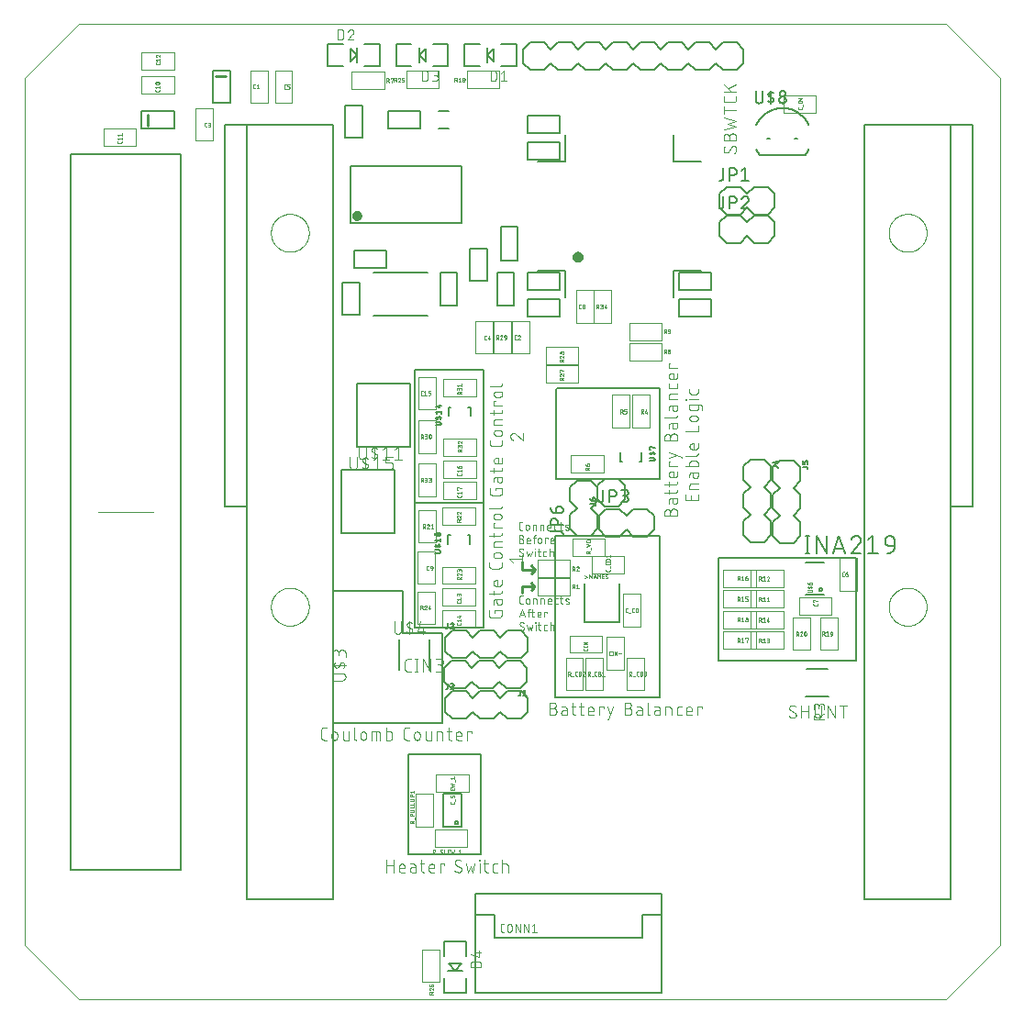
<source format=gto>
G75*
%MOIN*%
%OFA0B0*%
%FSLAX25Y25*%
%IPPOS*%
%LPD*%
%AMOC8*
5,1,8,0,0,1.08239X$1,22.5*
%
%ADD10C,0.00600*%
%ADD11C,0.00800*%
%ADD12C,0.00400*%
%ADD13C,0.00300*%
%ADD14C,0.01000*%
%ADD15C,0.00000*%
%ADD16C,0.00500*%
%ADD17C,0.00900*%
%ADD18C,0.00100*%
%ADD19C,0.00200*%
%ADD20C,0.02000*%
%ADD21C,0.01969*%
D10*
X0255455Y0124195D02*
X0255455Y0161695D01*
X0305455Y0161695D01*
X0305455Y0124195D01*
X0255455Y0124195D01*
X0287120Y0111459D02*
X0295207Y0111459D01*
X0295109Y0121262D02*
X0287164Y0121262D01*
X0287109Y0148290D02*
X0293802Y0148290D01*
X0293802Y0160101D02*
X0287109Y0160101D01*
X0286936Y0163314D02*
X0288358Y0163314D01*
X0287647Y0163314D02*
X0287647Y0169714D01*
X0286936Y0169714D02*
X0288358Y0169714D01*
X0290998Y0169714D02*
X0290998Y0163314D01*
X0294553Y0163314D02*
X0290998Y0169714D01*
X0294553Y0169714D02*
X0294553Y0163314D01*
X0297002Y0163314D02*
X0299135Y0169714D01*
X0301268Y0163314D01*
X0300735Y0164914D02*
X0297535Y0164914D01*
X0303511Y0163314D02*
X0307067Y0163314D01*
X0309665Y0163314D02*
X0313221Y0163314D01*
X0311443Y0163314D02*
X0311443Y0169714D01*
X0309665Y0168292D01*
X0306533Y0166870D02*
X0303511Y0163314D01*
X0303511Y0168292D02*
X0303540Y0168377D01*
X0303573Y0168460D01*
X0303610Y0168541D01*
X0303650Y0168621D01*
X0303693Y0168698D01*
X0303740Y0168774D01*
X0303790Y0168848D01*
X0303843Y0168920D01*
X0303899Y0168989D01*
X0303958Y0169056D01*
X0304020Y0169120D01*
X0304085Y0169181D01*
X0304152Y0169240D01*
X0304222Y0169295D01*
X0304294Y0169348D01*
X0304368Y0169397D01*
X0304445Y0169443D01*
X0304523Y0169485D01*
X0304603Y0169525D01*
X0304685Y0169560D01*
X0304768Y0169593D01*
X0304852Y0169621D01*
X0304938Y0169646D01*
X0305025Y0169667D01*
X0305112Y0169684D01*
X0305200Y0169698D01*
X0305289Y0169707D01*
X0305378Y0169713D01*
X0305467Y0169715D01*
X0305467Y0169714D02*
X0305546Y0169712D01*
X0305624Y0169706D01*
X0305702Y0169697D01*
X0305779Y0169683D01*
X0305856Y0169666D01*
X0305931Y0169645D01*
X0306006Y0169620D01*
X0306079Y0169592D01*
X0306151Y0169560D01*
X0306221Y0169525D01*
X0306290Y0169486D01*
X0306356Y0169444D01*
X0306420Y0169399D01*
X0306482Y0169351D01*
X0306541Y0169300D01*
X0306598Y0169245D01*
X0306653Y0169188D01*
X0306704Y0169129D01*
X0306752Y0169067D01*
X0306797Y0169003D01*
X0306839Y0168937D01*
X0306878Y0168868D01*
X0306913Y0168798D01*
X0306945Y0168726D01*
X0306973Y0168653D01*
X0306998Y0168578D01*
X0307019Y0168503D01*
X0307036Y0168426D01*
X0307050Y0168349D01*
X0307059Y0168271D01*
X0307065Y0168193D01*
X0307067Y0168114D01*
X0307065Y0168032D01*
X0307059Y0167950D01*
X0307049Y0167869D01*
X0307036Y0167788D01*
X0307018Y0167708D01*
X0306997Y0167629D01*
X0306972Y0167551D01*
X0306944Y0167475D01*
X0306911Y0167399D01*
X0306876Y0167326D01*
X0306836Y0167254D01*
X0306794Y0167184D01*
X0306748Y0167116D01*
X0306699Y0167051D01*
X0306647Y0166988D01*
X0306591Y0166927D01*
X0306534Y0166869D01*
X0315819Y0167581D02*
X0315819Y0167936D01*
X0315819Y0167581D02*
X0315821Y0167507D01*
X0315827Y0167432D01*
X0315837Y0167359D01*
X0315850Y0167285D01*
X0315867Y0167213D01*
X0315889Y0167142D01*
X0315913Y0167071D01*
X0315942Y0167003D01*
X0315974Y0166935D01*
X0316010Y0166870D01*
X0316048Y0166807D01*
X0316091Y0166745D01*
X0316136Y0166686D01*
X0316184Y0166629D01*
X0316235Y0166575D01*
X0316289Y0166524D01*
X0316346Y0166476D01*
X0316405Y0166431D01*
X0316467Y0166388D01*
X0316530Y0166350D01*
X0316595Y0166314D01*
X0316663Y0166282D01*
X0316731Y0166253D01*
X0316802Y0166229D01*
X0316873Y0166207D01*
X0316945Y0166190D01*
X0317019Y0166177D01*
X0317092Y0166167D01*
X0317167Y0166161D01*
X0317241Y0166159D01*
X0319375Y0166159D01*
X0319375Y0167936D01*
X0319373Y0168019D01*
X0319367Y0168102D01*
X0319357Y0168185D01*
X0319344Y0168268D01*
X0319326Y0168349D01*
X0319305Y0168430D01*
X0319280Y0168509D01*
X0319251Y0168587D01*
X0319219Y0168664D01*
X0319183Y0168739D01*
X0319144Y0168813D01*
X0319101Y0168884D01*
X0319055Y0168954D01*
X0319005Y0169021D01*
X0318953Y0169086D01*
X0318898Y0169148D01*
X0318839Y0169208D01*
X0318778Y0169265D01*
X0318715Y0169319D01*
X0318649Y0169370D01*
X0318580Y0169417D01*
X0318510Y0169462D01*
X0318437Y0169503D01*
X0318363Y0169540D01*
X0318287Y0169575D01*
X0318209Y0169605D01*
X0318131Y0169632D01*
X0318050Y0169655D01*
X0317969Y0169675D01*
X0317887Y0169690D01*
X0317805Y0169702D01*
X0317722Y0169710D01*
X0317639Y0169714D01*
X0317555Y0169714D01*
X0317472Y0169710D01*
X0317389Y0169702D01*
X0317307Y0169690D01*
X0317225Y0169675D01*
X0317144Y0169655D01*
X0317063Y0169632D01*
X0316985Y0169605D01*
X0316907Y0169575D01*
X0316831Y0169540D01*
X0316757Y0169503D01*
X0316684Y0169462D01*
X0316614Y0169417D01*
X0316545Y0169370D01*
X0316479Y0169319D01*
X0316416Y0169265D01*
X0316355Y0169208D01*
X0316296Y0169148D01*
X0316241Y0169086D01*
X0316189Y0169021D01*
X0316139Y0168954D01*
X0316093Y0168884D01*
X0316050Y0168813D01*
X0316011Y0168739D01*
X0315975Y0168664D01*
X0315943Y0168587D01*
X0315914Y0168509D01*
X0315889Y0168430D01*
X0315868Y0168349D01*
X0315850Y0168268D01*
X0315837Y0168185D01*
X0315827Y0168102D01*
X0315821Y0168019D01*
X0315819Y0167936D01*
X0319374Y0166159D02*
X0319372Y0166055D01*
X0319366Y0165951D01*
X0319357Y0165848D01*
X0319344Y0165745D01*
X0319327Y0165642D01*
X0319306Y0165541D01*
X0319282Y0165440D01*
X0319253Y0165340D01*
X0319222Y0165241D01*
X0319186Y0165143D01*
X0319147Y0165047D01*
X0319105Y0164952D01*
X0319059Y0164859D01*
X0319010Y0164767D01*
X0318958Y0164677D01*
X0318902Y0164590D01*
X0318843Y0164504D01*
X0318781Y0164421D01*
X0318716Y0164340D01*
X0318648Y0164261D01*
X0318577Y0164185D01*
X0318504Y0164112D01*
X0318428Y0164041D01*
X0318349Y0163973D01*
X0318268Y0163908D01*
X0318185Y0163846D01*
X0318099Y0163787D01*
X0318012Y0163731D01*
X0317922Y0163679D01*
X0317830Y0163630D01*
X0317737Y0163584D01*
X0317642Y0163542D01*
X0317546Y0163503D01*
X0317448Y0163467D01*
X0317349Y0163436D01*
X0317249Y0163407D01*
X0317148Y0163383D01*
X0317047Y0163362D01*
X0316944Y0163345D01*
X0316841Y0163332D01*
X0316738Y0163323D01*
X0316634Y0163317D01*
X0316530Y0163315D01*
X0286813Y0308089D02*
X0270317Y0308089D01*
X0273038Y0314089D02*
X0274093Y0314089D01*
X0269063Y0310117D02*
X0269167Y0309902D01*
X0269276Y0309689D01*
X0269390Y0309479D01*
X0269509Y0309272D01*
X0269632Y0309067D01*
X0269760Y0308865D01*
X0269893Y0308666D01*
X0270030Y0308471D01*
X0270171Y0308278D01*
X0270317Y0308089D01*
X0269065Y0319061D02*
X0269177Y0319291D01*
X0269294Y0319518D01*
X0269416Y0319742D01*
X0269544Y0319963D01*
X0269678Y0320180D01*
X0269816Y0320395D01*
X0269960Y0320606D01*
X0270109Y0320813D01*
X0270263Y0321017D01*
X0270421Y0321217D01*
X0270585Y0321413D01*
X0270753Y0321605D01*
X0270926Y0321793D01*
X0271104Y0321977D01*
X0271285Y0322156D01*
X0271472Y0322331D01*
X0271662Y0322501D01*
X0271856Y0322666D01*
X0272055Y0322827D01*
X0272257Y0322983D01*
X0272463Y0323134D01*
X0272673Y0323280D01*
X0272886Y0323420D01*
X0273102Y0323556D01*
X0273322Y0323686D01*
X0273545Y0323811D01*
X0273770Y0323930D01*
X0273999Y0324044D01*
X0274230Y0324152D01*
X0274464Y0324255D01*
X0274700Y0324352D01*
X0274939Y0324443D01*
X0275179Y0324528D01*
X0275422Y0324608D01*
X0275667Y0324681D01*
X0275913Y0324749D01*
X0276161Y0324810D01*
X0276410Y0324865D01*
X0276660Y0324915D01*
X0276912Y0324958D01*
X0277165Y0324995D01*
X0277418Y0325026D01*
X0277672Y0325051D01*
X0277927Y0325070D01*
X0278182Y0325082D01*
X0278437Y0325088D01*
X0278693Y0325088D01*
X0278948Y0325082D01*
X0279203Y0325070D01*
X0279458Y0325051D01*
X0279712Y0325026D01*
X0279965Y0324995D01*
X0280218Y0324958D01*
X0280470Y0324915D01*
X0280720Y0324865D01*
X0280969Y0324810D01*
X0281217Y0324749D01*
X0281463Y0324681D01*
X0281708Y0324608D01*
X0281951Y0324528D01*
X0282191Y0324443D01*
X0282430Y0324352D01*
X0282666Y0324255D01*
X0282900Y0324152D01*
X0283131Y0324044D01*
X0283360Y0323930D01*
X0283585Y0323811D01*
X0283808Y0323686D01*
X0284028Y0323556D01*
X0284244Y0323420D01*
X0284457Y0323280D01*
X0284667Y0323134D01*
X0284873Y0322983D01*
X0285075Y0322827D01*
X0285274Y0322666D01*
X0285468Y0322501D01*
X0285658Y0322331D01*
X0285845Y0322156D01*
X0286026Y0321977D01*
X0286204Y0321793D01*
X0286377Y0321605D01*
X0286545Y0321413D01*
X0286709Y0321217D01*
X0286867Y0321017D01*
X0287021Y0320813D01*
X0287170Y0320606D01*
X0287314Y0320395D01*
X0287452Y0320180D01*
X0287586Y0319963D01*
X0287714Y0319742D01*
X0287836Y0319518D01*
X0287953Y0319291D01*
X0288065Y0319061D01*
X0284093Y0314089D02*
X0283038Y0314089D01*
X0288111Y0310211D02*
X0288004Y0309986D01*
X0287892Y0309763D01*
X0287775Y0309543D01*
X0287653Y0309326D01*
X0287525Y0309111D01*
X0287392Y0308900D01*
X0287255Y0308692D01*
X0287112Y0308488D01*
X0286965Y0308286D01*
X0286813Y0308089D01*
D11*
X0273152Y0296361D02*
X0275652Y0293861D01*
X0275652Y0288861D01*
X0273152Y0286361D01*
X0268152Y0286361D01*
X0265652Y0288861D01*
X0263152Y0286361D01*
X0258152Y0286361D01*
X0255652Y0288861D01*
X0255652Y0293861D01*
X0258152Y0296361D01*
X0263152Y0296361D01*
X0265652Y0293861D01*
X0268152Y0296361D01*
X0273152Y0296361D01*
X0273152Y0286124D02*
X0268152Y0286124D01*
X0265652Y0283624D01*
X0263152Y0286124D01*
X0258152Y0286124D01*
X0255652Y0283624D01*
X0255652Y0278624D01*
X0258152Y0276124D01*
X0263152Y0276124D01*
X0265652Y0278624D01*
X0268152Y0276124D01*
X0273152Y0276124D01*
X0275652Y0278624D01*
X0275652Y0283624D01*
X0273152Y0286124D01*
X0261971Y0338920D02*
X0256971Y0338920D01*
X0254471Y0341420D01*
X0251971Y0338920D01*
X0246971Y0338920D01*
X0244471Y0341420D01*
X0241971Y0338920D01*
X0236971Y0338920D01*
X0234471Y0341420D01*
X0231971Y0338920D01*
X0226971Y0338920D01*
X0224471Y0341420D01*
X0221971Y0338920D01*
X0216971Y0338920D01*
X0214471Y0341420D01*
X0211971Y0338920D01*
X0206971Y0338920D01*
X0204471Y0341420D01*
X0201971Y0338920D01*
X0196971Y0338920D01*
X0194471Y0341420D01*
X0191971Y0338920D01*
X0186971Y0338920D01*
X0184471Y0341420D01*
X0184471Y0346420D01*
X0186971Y0348920D01*
X0191971Y0348920D01*
X0194471Y0346420D01*
X0196971Y0348920D01*
X0201971Y0348920D01*
X0204471Y0346420D01*
X0206971Y0348920D01*
X0211971Y0348920D01*
X0214471Y0346420D01*
X0216971Y0348920D01*
X0221971Y0348920D01*
X0224471Y0346420D01*
X0226971Y0348920D01*
X0231971Y0348920D01*
X0234471Y0346420D01*
X0236971Y0348920D01*
X0241971Y0348920D01*
X0244471Y0346420D01*
X0246971Y0348920D01*
X0251971Y0348920D01*
X0254471Y0346420D01*
X0256971Y0348920D01*
X0261971Y0348920D01*
X0264471Y0346420D01*
X0264471Y0341420D01*
X0261971Y0338920D01*
X0181912Y0340376D02*
X0181912Y0348250D01*
X0176400Y0348250D01*
X0173644Y0346676D02*
X0171282Y0344313D01*
X0173644Y0341951D01*
X0173644Y0346676D01*
X0171282Y0347069D02*
X0171282Y0344313D01*
X0171282Y0341557D01*
X0168526Y0340376D02*
X0163014Y0340376D01*
X0163014Y0348250D01*
X0168526Y0348250D01*
X0176400Y0340376D02*
X0181912Y0340376D01*
X0157109Y0340376D02*
X0157109Y0348250D01*
X0151597Y0348250D01*
X0148841Y0346676D02*
X0146479Y0344313D01*
X0148841Y0341951D01*
X0148841Y0346676D01*
X0146479Y0347069D02*
X0146479Y0344313D01*
X0146479Y0341557D01*
X0143723Y0340376D02*
X0138211Y0340376D01*
X0138211Y0348250D01*
X0143723Y0348250D01*
X0151597Y0340376D02*
X0157109Y0340376D01*
X0132306Y0340376D02*
X0126794Y0340376D01*
X0124038Y0341557D02*
X0124038Y0344313D01*
X0121676Y0341951D01*
X0121676Y0346676D01*
X0124038Y0344313D01*
X0124038Y0347069D01*
X0126794Y0348250D02*
X0132306Y0348250D01*
X0132306Y0340376D01*
X0118920Y0340376D02*
X0113408Y0340376D01*
X0113408Y0348250D01*
X0118920Y0348250D01*
X0059825Y0308369D02*
X0059825Y0048369D01*
X0019825Y0048369D01*
X0019825Y0308369D01*
X0059825Y0308369D01*
X0145101Y0229943D02*
X0170101Y0229943D01*
X0170101Y0181715D01*
X0170101Y0136439D01*
X0145101Y0136439D01*
X0145101Y0181715D01*
X0170101Y0181715D01*
X0164983Y0169904D02*
X0164983Y0166754D01*
X0164983Y0169904D02*
X0164195Y0169904D01*
X0157896Y0169904D02*
X0157109Y0169904D01*
X0157109Y0166754D01*
X0145101Y0181715D02*
X0145101Y0229746D01*
X0157306Y0216361D02*
X0157306Y0213211D01*
X0157306Y0216361D02*
X0158093Y0216361D01*
X0164392Y0216361D02*
X0165180Y0216361D01*
X0165180Y0213211D01*
X0196282Y0223054D02*
X0196282Y0190376D01*
X0234077Y0190376D01*
X0234077Y0223250D01*
X0196479Y0223250D01*
X0219589Y0199983D02*
X0219589Y0196833D01*
X0220376Y0196833D01*
X0226676Y0196833D02*
X0227463Y0196833D01*
X0227463Y0199983D01*
X0218861Y0190455D02*
X0213861Y0190455D01*
X0211361Y0187955D01*
X0211361Y0182955D01*
X0213861Y0180455D01*
X0218861Y0180455D01*
X0221361Y0182955D01*
X0221361Y0187955D01*
X0218861Y0190455D01*
X0211321Y0187325D02*
X0211321Y0182325D01*
X0208821Y0179825D01*
X0211321Y0177325D01*
X0211321Y0172325D01*
X0208821Y0169825D01*
X0203821Y0169825D01*
X0201321Y0172325D01*
X0201321Y0177325D01*
X0203821Y0179825D01*
X0201321Y0182325D01*
X0201321Y0187325D01*
X0203821Y0189825D01*
X0208821Y0189825D01*
X0211321Y0187325D01*
X0214451Y0179431D02*
X0211951Y0176931D01*
X0211951Y0171931D01*
X0214451Y0169431D01*
X0219451Y0169431D01*
X0221951Y0171931D01*
X0224451Y0169431D01*
X0229451Y0169431D01*
X0231951Y0171931D01*
X0231951Y0176931D01*
X0229451Y0179431D01*
X0224451Y0179431D01*
X0221951Y0176931D01*
X0219451Y0179431D01*
X0214451Y0179431D01*
X0195888Y0169510D02*
X0234077Y0169510D01*
X0234077Y0111046D01*
X0195888Y0111046D01*
X0195888Y0169510D01*
X0183546Y0135337D02*
X0178546Y0135337D01*
X0176046Y0132837D01*
X0173546Y0135337D01*
X0168546Y0135337D01*
X0166046Y0132837D01*
X0163546Y0135337D01*
X0158546Y0135337D01*
X0156046Y0132837D01*
X0156046Y0127837D01*
X0158546Y0125337D01*
X0163546Y0125337D01*
X0166046Y0127837D01*
X0168546Y0125337D01*
X0173546Y0125337D01*
X0176046Y0127837D01*
X0178546Y0125337D01*
X0183546Y0125337D01*
X0186046Y0127837D01*
X0186046Y0132837D01*
X0183546Y0135337D01*
X0183231Y0124313D02*
X0178231Y0124313D01*
X0175731Y0121813D01*
X0173231Y0124313D01*
X0168231Y0124313D01*
X0165731Y0121813D01*
X0163231Y0124313D01*
X0158231Y0124313D01*
X0155731Y0121813D01*
X0155731Y0116813D01*
X0158231Y0114313D01*
X0163231Y0114313D01*
X0165731Y0116813D01*
X0168231Y0114313D01*
X0173231Y0114313D01*
X0175731Y0116813D01*
X0178231Y0114313D01*
X0183231Y0114313D01*
X0185731Y0116813D01*
X0185731Y0121813D01*
X0183231Y0124313D01*
X0183546Y0113290D02*
X0178546Y0113290D01*
X0176046Y0110790D01*
X0173546Y0113290D01*
X0168546Y0113290D01*
X0166046Y0110790D01*
X0163546Y0113290D01*
X0158546Y0113290D01*
X0156046Y0110790D01*
X0156046Y0105790D01*
X0158546Y0103290D01*
X0163546Y0103290D01*
X0166046Y0105790D01*
X0168546Y0103290D01*
X0173546Y0103290D01*
X0176046Y0105790D01*
X0178546Y0103290D01*
X0183546Y0103290D01*
X0186046Y0105790D01*
X0186046Y0110790D01*
X0183546Y0113290D01*
X0168920Y0090376D02*
X0142542Y0090376D01*
X0142542Y0053959D01*
X0168920Y0053959D01*
X0168920Y0090376D01*
X0154943Y0101597D02*
X0154943Y0134471D01*
X0140573Y0134471D01*
X0140573Y0149825D01*
X0115376Y0149825D01*
X0115376Y0101597D01*
X0154943Y0101597D01*
X0150298Y0120888D02*
X0150298Y0131912D01*
X0139274Y0131912D02*
X0139274Y0120888D01*
X0115376Y0149825D02*
X0115376Y0150022D01*
X0155691Y0022463D02*
X0155691Y0016951D01*
X0157266Y0014195D02*
X0159628Y0011833D01*
X0161991Y0014195D01*
X0157266Y0014195D01*
X0156872Y0011833D02*
X0159628Y0011833D01*
X0162384Y0011833D01*
X0163565Y0009077D02*
X0163565Y0003565D01*
X0155691Y0003565D01*
X0155691Y0009077D01*
X0163565Y0016951D02*
X0163565Y0022463D01*
X0155691Y0022463D01*
X0266813Y0167345D02*
X0264313Y0169845D01*
X0264313Y0174845D01*
X0266813Y0177345D01*
X0264313Y0179845D01*
X0264313Y0184845D01*
X0266813Y0187345D01*
X0264313Y0189845D01*
X0264313Y0194845D01*
X0266813Y0197345D01*
X0271813Y0197345D01*
X0274313Y0194845D01*
X0274313Y0189845D01*
X0271813Y0187345D01*
X0274313Y0184845D01*
X0274313Y0179845D01*
X0271813Y0177345D01*
X0274313Y0174845D01*
X0274313Y0169845D01*
X0271813Y0167345D01*
X0266813Y0167345D01*
X0275140Y0169648D02*
X0275140Y0174648D01*
X0277640Y0177148D01*
X0275140Y0179648D01*
X0275140Y0184648D01*
X0277640Y0187148D01*
X0275140Y0189648D01*
X0275140Y0194648D01*
X0277640Y0197148D01*
X0282640Y0197148D01*
X0285140Y0194648D01*
X0285140Y0189648D01*
X0282640Y0187148D01*
X0285140Y0184648D01*
X0285140Y0179648D01*
X0282640Y0177148D01*
X0285140Y0174648D01*
X0285140Y0169648D01*
X0282640Y0167148D01*
X0277640Y0167148D01*
X0275140Y0169648D01*
D12*
X0247854Y0182747D02*
X0243254Y0182747D01*
X0243254Y0184791D01*
X0245298Y0184280D02*
X0245298Y0182747D01*
X0247854Y0182747D02*
X0247854Y0184791D01*
X0247854Y0186594D02*
X0244787Y0186594D01*
X0244787Y0187871D01*
X0244789Y0187926D01*
X0244795Y0187980D01*
X0244805Y0188034D01*
X0244818Y0188087D01*
X0244835Y0188139D01*
X0244856Y0188190D01*
X0244881Y0188239D01*
X0244909Y0188286D01*
X0244940Y0188331D01*
X0244974Y0188373D01*
X0245012Y0188413D01*
X0245052Y0188451D01*
X0245094Y0188485D01*
X0245139Y0188516D01*
X0245186Y0188544D01*
X0245235Y0188569D01*
X0245286Y0188590D01*
X0245338Y0188607D01*
X0245391Y0188620D01*
X0245445Y0188630D01*
X0245499Y0188636D01*
X0245554Y0188638D01*
X0247854Y0188638D01*
X0247854Y0191515D02*
X0247854Y0192665D01*
X0245554Y0192665D01*
X0246065Y0192665D02*
X0246065Y0191515D01*
X0245554Y0192665D02*
X0245499Y0192663D01*
X0245445Y0192657D01*
X0245391Y0192647D01*
X0245338Y0192634D01*
X0245286Y0192617D01*
X0245235Y0192596D01*
X0245186Y0192571D01*
X0245139Y0192543D01*
X0245094Y0192512D01*
X0245052Y0192478D01*
X0245012Y0192440D01*
X0244974Y0192400D01*
X0244940Y0192358D01*
X0244909Y0192313D01*
X0244881Y0192266D01*
X0244856Y0192217D01*
X0244835Y0192166D01*
X0244818Y0192114D01*
X0244805Y0192061D01*
X0244795Y0192007D01*
X0244789Y0191953D01*
X0244787Y0191898D01*
X0244787Y0190876D01*
X0246065Y0191515D02*
X0246067Y0191457D01*
X0246073Y0191398D01*
X0246082Y0191341D01*
X0246095Y0191284D01*
X0246112Y0191228D01*
X0246133Y0191173D01*
X0246157Y0191120D01*
X0246185Y0191068D01*
X0246216Y0191018D01*
X0246250Y0190971D01*
X0246287Y0190926D01*
X0246327Y0190883D01*
X0246370Y0190843D01*
X0246415Y0190806D01*
X0246462Y0190772D01*
X0246512Y0190741D01*
X0246564Y0190713D01*
X0246617Y0190689D01*
X0246672Y0190668D01*
X0246728Y0190651D01*
X0246785Y0190638D01*
X0246842Y0190629D01*
X0246901Y0190623D01*
X0246959Y0190621D01*
X0247017Y0190623D01*
X0247076Y0190629D01*
X0247133Y0190638D01*
X0247190Y0190651D01*
X0247246Y0190668D01*
X0247301Y0190689D01*
X0247354Y0190713D01*
X0247406Y0190741D01*
X0247456Y0190772D01*
X0247503Y0190806D01*
X0247548Y0190843D01*
X0247591Y0190883D01*
X0247631Y0190926D01*
X0247668Y0190971D01*
X0247702Y0191018D01*
X0247733Y0191068D01*
X0247761Y0191120D01*
X0247785Y0191173D01*
X0247806Y0191228D01*
X0247823Y0191284D01*
X0247836Y0191341D01*
X0247845Y0191398D01*
X0247851Y0191457D01*
X0247853Y0191515D01*
X0247854Y0194867D02*
X0247854Y0196145D01*
X0247852Y0196200D01*
X0247846Y0196254D01*
X0247836Y0196308D01*
X0247823Y0196361D01*
X0247806Y0196413D01*
X0247785Y0196464D01*
X0247760Y0196513D01*
X0247732Y0196560D01*
X0247701Y0196605D01*
X0247667Y0196647D01*
X0247629Y0196687D01*
X0247589Y0196725D01*
X0247547Y0196759D01*
X0247502Y0196790D01*
X0247455Y0196818D01*
X0247406Y0196843D01*
X0247355Y0196864D01*
X0247303Y0196881D01*
X0247250Y0196894D01*
X0247196Y0196904D01*
X0247142Y0196910D01*
X0247087Y0196912D01*
X0247087Y0196911D02*
X0245554Y0196911D01*
X0245554Y0196912D02*
X0245499Y0196910D01*
X0245445Y0196904D01*
X0245391Y0196894D01*
X0245338Y0196881D01*
X0245286Y0196864D01*
X0245235Y0196843D01*
X0245186Y0196818D01*
X0245139Y0196790D01*
X0245094Y0196759D01*
X0245052Y0196725D01*
X0245012Y0196687D01*
X0244974Y0196647D01*
X0244940Y0196605D01*
X0244909Y0196560D01*
X0244881Y0196513D01*
X0244856Y0196464D01*
X0244835Y0196413D01*
X0244818Y0196361D01*
X0244805Y0196308D01*
X0244795Y0196254D01*
X0244789Y0196200D01*
X0244787Y0196145D01*
X0244787Y0194867D01*
X0243254Y0194867D02*
X0247854Y0194867D01*
X0247087Y0198803D02*
X0243254Y0198803D01*
X0241887Y0198394D02*
X0237287Y0199927D01*
X0237287Y0197883D02*
X0240354Y0198905D01*
X0241887Y0198394D02*
X0241887Y0197883D01*
X0240354Y0195059D02*
X0237287Y0195059D01*
X0237287Y0196592D01*
X0237798Y0196592D01*
X0238309Y0193027D02*
X0238820Y0193027D01*
X0238820Y0190983D01*
X0238309Y0190983D02*
X0239587Y0190983D01*
X0239587Y0190982D02*
X0239642Y0190984D01*
X0239696Y0190990D01*
X0239750Y0191000D01*
X0239803Y0191013D01*
X0239855Y0191030D01*
X0239906Y0191051D01*
X0239955Y0191076D01*
X0240002Y0191104D01*
X0240047Y0191135D01*
X0240089Y0191169D01*
X0240129Y0191207D01*
X0240167Y0191247D01*
X0240201Y0191289D01*
X0240232Y0191334D01*
X0240260Y0191381D01*
X0240285Y0191430D01*
X0240306Y0191481D01*
X0240323Y0191533D01*
X0240336Y0191586D01*
X0240346Y0191640D01*
X0240352Y0191694D01*
X0240354Y0191749D01*
X0240354Y0193027D01*
X0238309Y0193027D02*
X0238246Y0193025D01*
X0238183Y0193019D01*
X0238121Y0193010D01*
X0238060Y0192996D01*
X0237999Y0192979D01*
X0237940Y0192958D01*
X0237882Y0192933D01*
X0237825Y0192905D01*
X0237771Y0192874D01*
X0237719Y0192839D01*
X0237668Y0192801D01*
X0237620Y0192760D01*
X0237575Y0192716D01*
X0237533Y0192670D01*
X0237493Y0192621D01*
X0237457Y0192570D01*
X0237424Y0192516D01*
X0237394Y0192461D01*
X0237368Y0192403D01*
X0237345Y0192345D01*
X0237326Y0192285D01*
X0237311Y0192224D01*
X0237299Y0192162D01*
X0237291Y0192099D01*
X0237287Y0192036D01*
X0237287Y0191974D01*
X0237291Y0191911D01*
X0237299Y0191848D01*
X0237311Y0191786D01*
X0237326Y0191725D01*
X0237345Y0191665D01*
X0237368Y0191607D01*
X0237394Y0191549D01*
X0237424Y0191494D01*
X0237457Y0191440D01*
X0237493Y0191389D01*
X0237533Y0191340D01*
X0237575Y0191294D01*
X0237620Y0191250D01*
X0237668Y0191209D01*
X0237719Y0191171D01*
X0237771Y0191136D01*
X0237825Y0191105D01*
X0237882Y0191077D01*
X0237940Y0191052D01*
X0237999Y0191031D01*
X0238060Y0191014D01*
X0238121Y0191000D01*
X0238183Y0190991D01*
X0238246Y0190985D01*
X0238309Y0190983D01*
X0237287Y0189285D02*
X0237287Y0187752D01*
X0237287Y0186435D02*
X0237287Y0184902D01*
X0235754Y0185413D02*
X0239587Y0185413D01*
X0239642Y0185415D01*
X0239696Y0185421D01*
X0239750Y0185431D01*
X0239803Y0185444D01*
X0239855Y0185461D01*
X0239906Y0185482D01*
X0239955Y0185507D01*
X0240002Y0185535D01*
X0240047Y0185566D01*
X0240089Y0185600D01*
X0240129Y0185638D01*
X0240167Y0185678D01*
X0240201Y0185720D01*
X0240232Y0185765D01*
X0240260Y0185812D01*
X0240285Y0185861D01*
X0240306Y0185912D01*
X0240323Y0185964D01*
X0240336Y0186017D01*
X0240346Y0186071D01*
X0240352Y0186125D01*
X0240354Y0186180D01*
X0240354Y0186435D01*
X0239587Y0188263D02*
X0235754Y0188263D01*
X0239587Y0188263D02*
X0239642Y0188265D01*
X0239696Y0188271D01*
X0239750Y0188281D01*
X0239803Y0188294D01*
X0239855Y0188311D01*
X0239906Y0188332D01*
X0239955Y0188357D01*
X0240002Y0188385D01*
X0240047Y0188416D01*
X0240089Y0188450D01*
X0240129Y0188488D01*
X0240167Y0188528D01*
X0240201Y0188570D01*
X0240232Y0188615D01*
X0240260Y0188662D01*
X0240285Y0188711D01*
X0240306Y0188762D01*
X0240323Y0188814D01*
X0240336Y0188867D01*
X0240346Y0188921D01*
X0240352Y0188975D01*
X0240354Y0189030D01*
X0240354Y0189285D01*
X0240354Y0183254D02*
X0238054Y0183254D01*
X0238565Y0183254D02*
X0238565Y0182104D01*
X0238054Y0183254D02*
X0237999Y0183252D01*
X0237945Y0183246D01*
X0237891Y0183236D01*
X0237838Y0183223D01*
X0237786Y0183206D01*
X0237735Y0183185D01*
X0237686Y0183160D01*
X0237639Y0183132D01*
X0237594Y0183101D01*
X0237552Y0183067D01*
X0237512Y0183029D01*
X0237474Y0182989D01*
X0237440Y0182947D01*
X0237409Y0182902D01*
X0237381Y0182855D01*
X0237356Y0182806D01*
X0237335Y0182755D01*
X0237318Y0182703D01*
X0237305Y0182650D01*
X0237295Y0182596D01*
X0237289Y0182542D01*
X0237287Y0182487D01*
X0237287Y0181465D01*
X0238565Y0182104D02*
X0238567Y0182046D01*
X0238573Y0181987D01*
X0238582Y0181930D01*
X0238595Y0181873D01*
X0238612Y0181817D01*
X0238633Y0181762D01*
X0238657Y0181709D01*
X0238685Y0181657D01*
X0238716Y0181607D01*
X0238750Y0181560D01*
X0238787Y0181515D01*
X0238827Y0181472D01*
X0238870Y0181432D01*
X0238915Y0181395D01*
X0238962Y0181361D01*
X0239012Y0181330D01*
X0239064Y0181302D01*
X0239117Y0181278D01*
X0239172Y0181257D01*
X0239228Y0181240D01*
X0239285Y0181227D01*
X0239342Y0181218D01*
X0239401Y0181212D01*
X0239459Y0181210D01*
X0239517Y0181212D01*
X0239576Y0181218D01*
X0239633Y0181227D01*
X0239690Y0181240D01*
X0239746Y0181257D01*
X0239801Y0181278D01*
X0239854Y0181302D01*
X0239906Y0181330D01*
X0239956Y0181361D01*
X0240003Y0181395D01*
X0240048Y0181432D01*
X0240091Y0181472D01*
X0240131Y0181515D01*
X0240168Y0181560D01*
X0240202Y0181607D01*
X0240233Y0181657D01*
X0240261Y0181709D01*
X0240285Y0181762D01*
X0240306Y0181817D01*
X0240323Y0181873D01*
X0240336Y0181930D01*
X0240345Y0181987D01*
X0240351Y0182046D01*
X0240353Y0182104D01*
X0240354Y0182104D02*
X0240354Y0183254D01*
X0240354Y0178271D02*
X0240354Y0176994D01*
X0235754Y0176994D01*
X0235754Y0178271D01*
X0235756Y0178334D01*
X0235762Y0178397D01*
X0235771Y0178459D01*
X0235785Y0178520D01*
X0235802Y0178581D01*
X0235823Y0178640D01*
X0235848Y0178698D01*
X0235876Y0178755D01*
X0235907Y0178809D01*
X0235942Y0178861D01*
X0235980Y0178912D01*
X0236021Y0178960D01*
X0236065Y0179005D01*
X0236111Y0179047D01*
X0236160Y0179087D01*
X0236211Y0179123D01*
X0236265Y0179156D01*
X0236320Y0179186D01*
X0236378Y0179212D01*
X0236436Y0179235D01*
X0236496Y0179254D01*
X0236557Y0179269D01*
X0236619Y0179281D01*
X0236682Y0179289D01*
X0236745Y0179293D01*
X0236807Y0179293D01*
X0236870Y0179289D01*
X0236933Y0179281D01*
X0236995Y0179269D01*
X0237056Y0179254D01*
X0237116Y0179235D01*
X0237174Y0179212D01*
X0237232Y0179186D01*
X0237287Y0179156D01*
X0237341Y0179123D01*
X0237392Y0179087D01*
X0237441Y0179047D01*
X0237487Y0179005D01*
X0237531Y0178960D01*
X0237572Y0178912D01*
X0237610Y0178861D01*
X0237645Y0178809D01*
X0237676Y0178755D01*
X0237704Y0178698D01*
X0237729Y0178640D01*
X0237750Y0178581D01*
X0237767Y0178520D01*
X0237781Y0178459D01*
X0237790Y0178397D01*
X0237796Y0178334D01*
X0237798Y0178271D01*
X0237798Y0176994D01*
X0237798Y0178271D02*
X0237800Y0178341D01*
X0237806Y0178412D01*
X0237815Y0178481D01*
X0237829Y0178550D01*
X0237846Y0178619D01*
X0237867Y0178686D01*
X0237892Y0178752D01*
X0237920Y0178816D01*
X0237952Y0178879D01*
X0237987Y0178940D01*
X0238026Y0178999D01*
X0238067Y0179056D01*
X0238112Y0179110D01*
X0238160Y0179162D01*
X0238210Y0179211D01*
X0238264Y0179258D01*
X0238319Y0179301D01*
X0238377Y0179341D01*
X0238437Y0179378D01*
X0238499Y0179411D01*
X0238563Y0179441D01*
X0238628Y0179468D01*
X0238694Y0179491D01*
X0238762Y0179510D01*
X0238831Y0179525D01*
X0238900Y0179537D01*
X0238970Y0179545D01*
X0239041Y0179549D01*
X0239111Y0179549D01*
X0239182Y0179545D01*
X0239252Y0179537D01*
X0239321Y0179525D01*
X0239390Y0179510D01*
X0239458Y0179491D01*
X0239524Y0179468D01*
X0239589Y0179441D01*
X0239653Y0179411D01*
X0239715Y0179378D01*
X0239775Y0179341D01*
X0239833Y0179301D01*
X0239888Y0179258D01*
X0239942Y0179211D01*
X0239992Y0179162D01*
X0240040Y0179110D01*
X0240085Y0179056D01*
X0240126Y0178999D01*
X0240165Y0178940D01*
X0240200Y0178879D01*
X0240232Y0178816D01*
X0240260Y0178752D01*
X0240285Y0178686D01*
X0240306Y0178619D01*
X0240323Y0178550D01*
X0240337Y0178481D01*
X0240346Y0178412D01*
X0240352Y0178341D01*
X0240354Y0178271D01*
X0247087Y0198802D02*
X0247142Y0198804D01*
X0247196Y0198810D01*
X0247250Y0198820D01*
X0247303Y0198833D01*
X0247355Y0198850D01*
X0247406Y0198871D01*
X0247455Y0198896D01*
X0247502Y0198924D01*
X0247547Y0198955D01*
X0247589Y0198989D01*
X0247629Y0199027D01*
X0247667Y0199067D01*
X0247701Y0199109D01*
X0247732Y0199154D01*
X0247760Y0199201D01*
X0247785Y0199250D01*
X0247806Y0199301D01*
X0247823Y0199353D01*
X0247836Y0199406D01*
X0247846Y0199460D01*
X0247852Y0199514D01*
X0247854Y0199569D01*
X0247087Y0201144D02*
X0245809Y0201144D01*
X0246320Y0201144D02*
X0246320Y0203188D01*
X0245809Y0203188D01*
X0245746Y0203186D01*
X0245683Y0203180D01*
X0245621Y0203171D01*
X0245560Y0203157D01*
X0245499Y0203140D01*
X0245440Y0203119D01*
X0245382Y0203094D01*
X0245325Y0203066D01*
X0245271Y0203035D01*
X0245219Y0203000D01*
X0245168Y0202962D01*
X0245120Y0202921D01*
X0245075Y0202877D01*
X0245033Y0202831D01*
X0244993Y0202782D01*
X0244957Y0202731D01*
X0244924Y0202677D01*
X0244894Y0202622D01*
X0244868Y0202564D01*
X0244845Y0202506D01*
X0244826Y0202446D01*
X0244811Y0202385D01*
X0244799Y0202323D01*
X0244791Y0202260D01*
X0244787Y0202197D01*
X0244787Y0202135D01*
X0244791Y0202072D01*
X0244799Y0202009D01*
X0244811Y0201947D01*
X0244826Y0201886D01*
X0244845Y0201826D01*
X0244868Y0201768D01*
X0244894Y0201710D01*
X0244924Y0201655D01*
X0244957Y0201601D01*
X0244993Y0201550D01*
X0245033Y0201501D01*
X0245075Y0201455D01*
X0245120Y0201411D01*
X0245168Y0201370D01*
X0245219Y0201332D01*
X0245271Y0201297D01*
X0245325Y0201266D01*
X0245382Y0201238D01*
X0245440Y0201213D01*
X0245499Y0201192D01*
X0245560Y0201175D01*
X0245621Y0201161D01*
X0245683Y0201152D01*
X0245746Y0201146D01*
X0245809Y0201144D01*
X0247087Y0201143D02*
X0247142Y0201145D01*
X0247196Y0201151D01*
X0247250Y0201161D01*
X0247303Y0201174D01*
X0247355Y0201191D01*
X0247406Y0201212D01*
X0247455Y0201237D01*
X0247502Y0201265D01*
X0247547Y0201296D01*
X0247589Y0201330D01*
X0247629Y0201368D01*
X0247667Y0201408D01*
X0247701Y0201450D01*
X0247732Y0201495D01*
X0247760Y0201542D01*
X0247785Y0201591D01*
X0247806Y0201642D01*
X0247823Y0201694D01*
X0247836Y0201747D01*
X0247846Y0201801D01*
X0247852Y0201855D01*
X0247854Y0201910D01*
X0247854Y0203188D01*
X0247854Y0207647D02*
X0247854Y0209691D01*
X0246831Y0211344D02*
X0245809Y0211344D01*
X0245746Y0211346D01*
X0245683Y0211352D01*
X0245621Y0211361D01*
X0245560Y0211375D01*
X0245499Y0211392D01*
X0245440Y0211413D01*
X0245382Y0211438D01*
X0245325Y0211466D01*
X0245271Y0211497D01*
X0245219Y0211532D01*
X0245168Y0211570D01*
X0245120Y0211611D01*
X0245075Y0211655D01*
X0245033Y0211701D01*
X0244993Y0211750D01*
X0244957Y0211801D01*
X0244924Y0211855D01*
X0244894Y0211910D01*
X0244868Y0211968D01*
X0244845Y0212026D01*
X0244826Y0212086D01*
X0244811Y0212147D01*
X0244799Y0212209D01*
X0244791Y0212272D01*
X0244787Y0212335D01*
X0244787Y0212397D01*
X0244791Y0212460D01*
X0244799Y0212523D01*
X0244811Y0212585D01*
X0244826Y0212646D01*
X0244845Y0212706D01*
X0244868Y0212764D01*
X0244894Y0212822D01*
X0244924Y0212877D01*
X0244957Y0212931D01*
X0244993Y0212982D01*
X0245033Y0213031D01*
X0245075Y0213077D01*
X0245120Y0213121D01*
X0245168Y0213162D01*
X0245219Y0213200D01*
X0245271Y0213235D01*
X0245325Y0213266D01*
X0245382Y0213294D01*
X0245440Y0213319D01*
X0245499Y0213340D01*
X0245560Y0213357D01*
X0245621Y0213371D01*
X0245683Y0213380D01*
X0245746Y0213386D01*
X0245809Y0213388D01*
X0246831Y0213388D01*
X0246894Y0213386D01*
X0246957Y0213380D01*
X0247019Y0213371D01*
X0247080Y0213357D01*
X0247141Y0213340D01*
X0247200Y0213319D01*
X0247258Y0213294D01*
X0247315Y0213266D01*
X0247369Y0213235D01*
X0247421Y0213200D01*
X0247472Y0213162D01*
X0247520Y0213121D01*
X0247565Y0213077D01*
X0247607Y0213031D01*
X0247647Y0212982D01*
X0247683Y0212931D01*
X0247716Y0212877D01*
X0247746Y0212822D01*
X0247772Y0212764D01*
X0247795Y0212706D01*
X0247814Y0212646D01*
X0247829Y0212585D01*
X0247841Y0212523D01*
X0247849Y0212460D01*
X0247853Y0212397D01*
X0247853Y0212335D01*
X0247849Y0212272D01*
X0247841Y0212209D01*
X0247829Y0212147D01*
X0247814Y0212086D01*
X0247795Y0212026D01*
X0247772Y0211968D01*
X0247746Y0211910D01*
X0247716Y0211855D01*
X0247683Y0211801D01*
X0247647Y0211750D01*
X0247607Y0211701D01*
X0247565Y0211655D01*
X0247520Y0211611D01*
X0247472Y0211570D01*
X0247421Y0211532D01*
X0247369Y0211497D01*
X0247315Y0211466D01*
X0247258Y0211438D01*
X0247200Y0211413D01*
X0247141Y0211392D01*
X0247080Y0211375D01*
X0247019Y0211361D01*
X0246957Y0211352D01*
X0246894Y0211346D01*
X0246831Y0211344D01*
X0247854Y0207647D02*
X0243254Y0207647D01*
X0240354Y0209404D02*
X0240354Y0210554D01*
X0238054Y0210554D01*
X0238565Y0210554D02*
X0238565Y0209404D01*
X0238054Y0210554D02*
X0237999Y0210552D01*
X0237945Y0210546D01*
X0237891Y0210536D01*
X0237838Y0210523D01*
X0237786Y0210506D01*
X0237735Y0210485D01*
X0237686Y0210460D01*
X0237639Y0210432D01*
X0237594Y0210401D01*
X0237552Y0210367D01*
X0237512Y0210329D01*
X0237474Y0210289D01*
X0237440Y0210247D01*
X0237409Y0210202D01*
X0237381Y0210155D01*
X0237356Y0210106D01*
X0237335Y0210055D01*
X0237318Y0210003D01*
X0237305Y0209950D01*
X0237295Y0209896D01*
X0237289Y0209842D01*
X0237287Y0209787D01*
X0237287Y0208765D01*
X0238565Y0209404D02*
X0238567Y0209346D01*
X0238573Y0209287D01*
X0238582Y0209230D01*
X0238595Y0209173D01*
X0238612Y0209117D01*
X0238633Y0209062D01*
X0238657Y0209009D01*
X0238685Y0208957D01*
X0238716Y0208907D01*
X0238750Y0208860D01*
X0238787Y0208815D01*
X0238827Y0208772D01*
X0238870Y0208732D01*
X0238915Y0208695D01*
X0238962Y0208661D01*
X0239012Y0208630D01*
X0239064Y0208602D01*
X0239117Y0208578D01*
X0239172Y0208557D01*
X0239228Y0208540D01*
X0239285Y0208527D01*
X0239342Y0208518D01*
X0239401Y0208512D01*
X0239459Y0208510D01*
X0239517Y0208512D01*
X0239576Y0208518D01*
X0239633Y0208527D01*
X0239690Y0208540D01*
X0239746Y0208557D01*
X0239801Y0208578D01*
X0239854Y0208602D01*
X0239906Y0208630D01*
X0239956Y0208661D01*
X0240003Y0208695D01*
X0240048Y0208732D01*
X0240091Y0208772D01*
X0240131Y0208815D01*
X0240168Y0208860D01*
X0240202Y0208907D01*
X0240233Y0208957D01*
X0240261Y0209009D01*
X0240285Y0209062D01*
X0240306Y0209117D01*
X0240323Y0209173D01*
X0240336Y0209230D01*
X0240345Y0209287D01*
X0240351Y0209346D01*
X0240353Y0209404D01*
X0239587Y0212641D02*
X0235754Y0212641D01*
X0237287Y0215215D02*
X0237287Y0216237D01*
X0237289Y0216292D01*
X0237295Y0216346D01*
X0237305Y0216400D01*
X0237318Y0216453D01*
X0237335Y0216505D01*
X0237356Y0216556D01*
X0237381Y0216605D01*
X0237409Y0216652D01*
X0237440Y0216697D01*
X0237474Y0216739D01*
X0237512Y0216779D01*
X0237552Y0216817D01*
X0237594Y0216851D01*
X0237639Y0216882D01*
X0237686Y0216910D01*
X0237735Y0216935D01*
X0237786Y0216956D01*
X0237838Y0216973D01*
X0237891Y0216986D01*
X0237945Y0216996D01*
X0237999Y0217002D01*
X0238054Y0217004D01*
X0240354Y0217004D01*
X0240354Y0215854D01*
X0240353Y0215854D02*
X0240351Y0215796D01*
X0240345Y0215737D01*
X0240336Y0215680D01*
X0240323Y0215623D01*
X0240306Y0215567D01*
X0240285Y0215512D01*
X0240261Y0215459D01*
X0240233Y0215407D01*
X0240202Y0215357D01*
X0240168Y0215310D01*
X0240131Y0215265D01*
X0240091Y0215222D01*
X0240048Y0215182D01*
X0240003Y0215145D01*
X0239956Y0215111D01*
X0239906Y0215080D01*
X0239854Y0215052D01*
X0239801Y0215028D01*
X0239746Y0215007D01*
X0239690Y0214990D01*
X0239633Y0214977D01*
X0239576Y0214968D01*
X0239517Y0214962D01*
X0239459Y0214960D01*
X0239401Y0214962D01*
X0239342Y0214968D01*
X0239285Y0214977D01*
X0239228Y0214990D01*
X0239172Y0215007D01*
X0239117Y0215028D01*
X0239064Y0215052D01*
X0239012Y0215080D01*
X0238962Y0215111D01*
X0238915Y0215145D01*
X0238870Y0215182D01*
X0238827Y0215222D01*
X0238787Y0215265D01*
X0238750Y0215310D01*
X0238716Y0215357D01*
X0238685Y0215407D01*
X0238657Y0215459D01*
X0238633Y0215512D01*
X0238612Y0215567D01*
X0238595Y0215623D01*
X0238582Y0215680D01*
X0238573Y0215737D01*
X0238567Y0215796D01*
X0238565Y0215854D01*
X0238565Y0217004D01*
X0237287Y0219182D02*
X0237287Y0220460D01*
X0237289Y0220515D01*
X0237295Y0220569D01*
X0237305Y0220623D01*
X0237318Y0220676D01*
X0237335Y0220728D01*
X0237356Y0220779D01*
X0237381Y0220828D01*
X0237409Y0220875D01*
X0237440Y0220920D01*
X0237474Y0220962D01*
X0237512Y0221002D01*
X0237552Y0221040D01*
X0237594Y0221074D01*
X0237639Y0221105D01*
X0237686Y0221133D01*
X0237735Y0221158D01*
X0237786Y0221179D01*
X0237838Y0221196D01*
X0237891Y0221209D01*
X0237945Y0221219D01*
X0237999Y0221225D01*
X0238054Y0221227D01*
X0240354Y0221227D01*
X0240354Y0219182D02*
X0237287Y0219182D01*
X0238054Y0223238D02*
X0239587Y0223238D01*
X0239587Y0223237D02*
X0239642Y0223239D01*
X0239696Y0223245D01*
X0239750Y0223255D01*
X0239803Y0223268D01*
X0239855Y0223285D01*
X0239906Y0223306D01*
X0239955Y0223331D01*
X0240002Y0223359D01*
X0240047Y0223390D01*
X0240089Y0223424D01*
X0240129Y0223462D01*
X0240167Y0223502D01*
X0240201Y0223544D01*
X0240232Y0223589D01*
X0240260Y0223636D01*
X0240285Y0223685D01*
X0240306Y0223736D01*
X0240323Y0223788D01*
X0240336Y0223841D01*
X0240346Y0223895D01*
X0240352Y0223949D01*
X0240354Y0224004D01*
X0240354Y0225027D01*
X0239587Y0226682D02*
X0238309Y0226682D01*
X0238820Y0226682D02*
X0238820Y0228727D01*
X0238309Y0228727D01*
X0238246Y0228725D01*
X0238183Y0228719D01*
X0238121Y0228710D01*
X0238060Y0228696D01*
X0237999Y0228679D01*
X0237940Y0228658D01*
X0237882Y0228633D01*
X0237825Y0228605D01*
X0237771Y0228574D01*
X0237719Y0228539D01*
X0237668Y0228501D01*
X0237620Y0228460D01*
X0237575Y0228416D01*
X0237533Y0228370D01*
X0237493Y0228321D01*
X0237457Y0228270D01*
X0237424Y0228216D01*
X0237394Y0228161D01*
X0237368Y0228103D01*
X0237345Y0228045D01*
X0237326Y0227985D01*
X0237311Y0227924D01*
X0237299Y0227862D01*
X0237291Y0227799D01*
X0237287Y0227736D01*
X0237287Y0227674D01*
X0237291Y0227611D01*
X0237299Y0227548D01*
X0237311Y0227486D01*
X0237326Y0227425D01*
X0237345Y0227365D01*
X0237368Y0227307D01*
X0237394Y0227249D01*
X0237424Y0227194D01*
X0237457Y0227140D01*
X0237493Y0227089D01*
X0237533Y0227040D01*
X0237575Y0226994D01*
X0237620Y0226950D01*
X0237668Y0226909D01*
X0237719Y0226871D01*
X0237771Y0226836D01*
X0237825Y0226805D01*
X0237882Y0226777D01*
X0237940Y0226752D01*
X0237999Y0226731D01*
X0238060Y0226714D01*
X0238121Y0226700D01*
X0238183Y0226691D01*
X0238246Y0226685D01*
X0238309Y0226683D01*
X0239587Y0226682D02*
X0239642Y0226684D01*
X0239696Y0226690D01*
X0239750Y0226700D01*
X0239803Y0226713D01*
X0239855Y0226730D01*
X0239906Y0226751D01*
X0239955Y0226776D01*
X0240002Y0226804D01*
X0240047Y0226835D01*
X0240089Y0226869D01*
X0240129Y0226907D01*
X0240167Y0226947D01*
X0240201Y0226989D01*
X0240232Y0227034D01*
X0240260Y0227081D01*
X0240285Y0227130D01*
X0240306Y0227181D01*
X0240323Y0227233D01*
X0240336Y0227286D01*
X0240346Y0227340D01*
X0240352Y0227394D01*
X0240354Y0227449D01*
X0240354Y0228727D01*
X0240354Y0230759D02*
X0237287Y0230759D01*
X0237287Y0232292D01*
X0237798Y0232292D01*
X0237287Y0225027D02*
X0237287Y0224004D01*
X0237289Y0223949D01*
X0237295Y0223895D01*
X0237305Y0223841D01*
X0237318Y0223788D01*
X0237335Y0223736D01*
X0237356Y0223685D01*
X0237381Y0223636D01*
X0237409Y0223589D01*
X0237440Y0223544D01*
X0237474Y0223502D01*
X0237512Y0223462D01*
X0237552Y0223424D01*
X0237594Y0223390D01*
X0237639Y0223359D01*
X0237686Y0223331D01*
X0237735Y0223306D01*
X0237786Y0223285D01*
X0237838Y0223268D01*
X0237891Y0223255D01*
X0237945Y0223245D01*
X0237999Y0223239D01*
X0238054Y0223237D01*
X0243254Y0219394D02*
X0243509Y0219394D01*
X0243509Y0219138D01*
X0243254Y0219138D01*
X0243254Y0219394D01*
X0244787Y0219266D02*
X0247854Y0219266D01*
X0247087Y0221099D02*
X0245554Y0221099D01*
X0245499Y0221101D01*
X0245445Y0221107D01*
X0245391Y0221117D01*
X0245338Y0221130D01*
X0245286Y0221147D01*
X0245235Y0221168D01*
X0245186Y0221193D01*
X0245139Y0221221D01*
X0245094Y0221252D01*
X0245052Y0221286D01*
X0245012Y0221324D01*
X0244974Y0221364D01*
X0244940Y0221406D01*
X0244909Y0221451D01*
X0244881Y0221498D01*
X0244856Y0221547D01*
X0244835Y0221598D01*
X0244818Y0221650D01*
X0244805Y0221703D01*
X0244795Y0221757D01*
X0244789Y0221811D01*
X0244787Y0221866D01*
X0244787Y0222888D01*
X0247087Y0221099D02*
X0247142Y0221101D01*
X0247196Y0221107D01*
X0247250Y0221117D01*
X0247303Y0221130D01*
X0247355Y0221147D01*
X0247406Y0221168D01*
X0247455Y0221193D01*
X0247502Y0221221D01*
X0247547Y0221252D01*
X0247589Y0221286D01*
X0247629Y0221324D01*
X0247667Y0221364D01*
X0247701Y0221406D01*
X0247732Y0221451D01*
X0247760Y0221498D01*
X0247785Y0221547D01*
X0247806Y0221598D01*
X0247823Y0221650D01*
X0247836Y0221703D01*
X0247846Y0221757D01*
X0247852Y0221811D01*
X0247854Y0221866D01*
X0247854Y0222888D01*
X0247854Y0217265D02*
X0247854Y0215987D01*
X0247852Y0215932D01*
X0247846Y0215878D01*
X0247836Y0215824D01*
X0247823Y0215771D01*
X0247806Y0215719D01*
X0247785Y0215668D01*
X0247760Y0215619D01*
X0247732Y0215572D01*
X0247701Y0215527D01*
X0247667Y0215485D01*
X0247629Y0215445D01*
X0247589Y0215407D01*
X0247547Y0215373D01*
X0247502Y0215342D01*
X0247455Y0215314D01*
X0247406Y0215289D01*
X0247355Y0215268D01*
X0247303Y0215251D01*
X0247250Y0215238D01*
X0247196Y0215228D01*
X0247142Y0215222D01*
X0247087Y0215220D01*
X0245554Y0215220D01*
X0245499Y0215222D01*
X0245445Y0215228D01*
X0245391Y0215238D01*
X0245338Y0215251D01*
X0245286Y0215268D01*
X0245235Y0215289D01*
X0245186Y0215314D01*
X0245139Y0215342D01*
X0245094Y0215373D01*
X0245052Y0215407D01*
X0245012Y0215445D01*
X0244974Y0215485D01*
X0244940Y0215527D01*
X0244909Y0215572D01*
X0244881Y0215619D01*
X0244856Y0215668D01*
X0244835Y0215719D01*
X0244818Y0215771D01*
X0244805Y0215824D01*
X0244795Y0215878D01*
X0244789Y0215932D01*
X0244787Y0215987D01*
X0244787Y0217265D01*
X0248620Y0217265D01*
X0248675Y0217263D01*
X0248729Y0217257D01*
X0248783Y0217247D01*
X0248836Y0217234D01*
X0248888Y0217217D01*
X0248939Y0217196D01*
X0248988Y0217171D01*
X0249035Y0217143D01*
X0249080Y0217112D01*
X0249122Y0217078D01*
X0249162Y0217040D01*
X0249200Y0217000D01*
X0249234Y0216958D01*
X0249265Y0216913D01*
X0249293Y0216866D01*
X0249318Y0216817D01*
X0249339Y0216766D01*
X0249356Y0216714D01*
X0249369Y0216661D01*
X0249379Y0216607D01*
X0249385Y0216553D01*
X0249387Y0216498D01*
X0249387Y0215476D01*
X0240354Y0213408D02*
X0240352Y0213353D01*
X0240346Y0213299D01*
X0240336Y0213245D01*
X0240323Y0213192D01*
X0240306Y0213140D01*
X0240285Y0213089D01*
X0240260Y0213040D01*
X0240232Y0212993D01*
X0240201Y0212948D01*
X0240167Y0212906D01*
X0240129Y0212866D01*
X0240089Y0212828D01*
X0240047Y0212794D01*
X0240002Y0212763D01*
X0239955Y0212735D01*
X0239906Y0212710D01*
X0239855Y0212689D01*
X0239803Y0212672D01*
X0239750Y0212659D01*
X0239696Y0212649D01*
X0239642Y0212643D01*
X0239587Y0212641D01*
X0240354Y0205571D02*
X0240352Y0205641D01*
X0240346Y0205712D01*
X0240337Y0205781D01*
X0240323Y0205850D01*
X0240306Y0205919D01*
X0240285Y0205986D01*
X0240260Y0206052D01*
X0240232Y0206116D01*
X0240200Y0206179D01*
X0240165Y0206240D01*
X0240126Y0206299D01*
X0240085Y0206356D01*
X0240040Y0206410D01*
X0239992Y0206462D01*
X0239942Y0206511D01*
X0239888Y0206558D01*
X0239833Y0206601D01*
X0239775Y0206641D01*
X0239715Y0206678D01*
X0239653Y0206711D01*
X0239589Y0206741D01*
X0239524Y0206768D01*
X0239458Y0206791D01*
X0239390Y0206810D01*
X0239321Y0206825D01*
X0239252Y0206837D01*
X0239182Y0206845D01*
X0239111Y0206849D01*
X0239041Y0206849D01*
X0238970Y0206845D01*
X0238900Y0206837D01*
X0238831Y0206825D01*
X0238762Y0206810D01*
X0238694Y0206791D01*
X0238628Y0206768D01*
X0238563Y0206741D01*
X0238499Y0206711D01*
X0238437Y0206678D01*
X0238377Y0206641D01*
X0238319Y0206601D01*
X0238264Y0206558D01*
X0238210Y0206511D01*
X0238160Y0206462D01*
X0238112Y0206410D01*
X0238067Y0206356D01*
X0238026Y0206299D01*
X0237987Y0206240D01*
X0237952Y0206179D01*
X0237920Y0206116D01*
X0237892Y0206052D01*
X0237867Y0205986D01*
X0237846Y0205919D01*
X0237829Y0205850D01*
X0237815Y0205781D01*
X0237806Y0205712D01*
X0237800Y0205641D01*
X0237798Y0205571D01*
X0237798Y0204294D01*
X0237798Y0205571D02*
X0237796Y0205634D01*
X0237790Y0205697D01*
X0237781Y0205759D01*
X0237767Y0205820D01*
X0237750Y0205881D01*
X0237729Y0205940D01*
X0237704Y0205998D01*
X0237676Y0206055D01*
X0237645Y0206109D01*
X0237610Y0206161D01*
X0237572Y0206212D01*
X0237531Y0206260D01*
X0237487Y0206305D01*
X0237441Y0206347D01*
X0237392Y0206387D01*
X0237341Y0206423D01*
X0237287Y0206456D01*
X0237232Y0206486D01*
X0237174Y0206512D01*
X0237116Y0206535D01*
X0237056Y0206554D01*
X0236995Y0206569D01*
X0236933Y0206581D01*
X0236870Y0206589D01*
X0236807Y0206593D01*
X0236745Y0206593D01*
X0236682Y0206589D01*
X0236619Y0206581D01*
X0236557Y0206569D01*
X0236496Y0206554D01*
X0236436Y0206535D01*
X0236378Y0206512D01*
X0236320Y0206486D01*
X0236265Y0206456D01*
X0236211Y0206423D01*
X0236160Y0206387D01*
X0236111Y0206347D01*
X0236065Y0206305D01*
X0236021Y0206260D01*
X0235980Y0206212D01*
X0235942Y0206161D01*
X0235907Y0206109D01*
X0235876Y0206055D01*
X0235848Y0205998D01*
X0235823Y0205940D01*
X0235802Y0205881D01*
X0235785Y0205820D01*
X0235771Y0205759D01*
X0235762Y0205697D01*
X0235756Y0205634D01*
X0235754Y0205571D01*
X0235754Y0204294D01*
X0240354Y0204294D01*
X0240354Y0205571D01*
X0184271Y0204468D02*
X0184271Y0207024D01*
X0184271Y0204468D02*
X0181715Y0206641D01*
X0179671Y0205874D02*
X0179673Y0205800D01*
X0179678Y0205726D01*
X0179688Y0205652D01*
X0179701Y0205579D01*
X0179717Y0205506D01*
X0179738Y0205435D01*
X0179762Y0205365D01*
X0179789Y0205296D01*
X0179820Y0205228D01*
X0179854Y0205162D01*
X0179891Y0205098D01*
X0179932Y0205036D01*
X0179976Y0204975D01*
X0180022Y0204918D01*
X0180072Y0204862D01*
X0180124Y0204809D01*
X0180179Y0204759D01*
X0180236Y0204712D01*
X0180296Y0204668D01*
X0180358Y0204626D01*
X0180421Y0204588D01*
X0180487Y0204553D01*
X0180554Y0204522D01*
X0180623Y0204494D01*
X0180693Y0204469D01*
X0181715Y0206641D02*
X0181668Y0206688D01*
X0181618Y0206732D01*
X0181566Y0206774D01*
X0181512Y0206813D01*
X0181456Y0206848D01*
X0181398Y0206881D01*
X0181338Y0206911D01*
X0181277Y0206937D01*
X0181214Y0206960D01*
X0181150Y0206979D01*
X0181086Y0206995D01*
X0181020Y0207008D01*
X0180954Y0207017D01*
X0180888Y0207022D01*
X0180821Y0207024D01*
X0180754Y0207022D01*
X0180687Y0207016D01*
X0180621Y0207007D01*
X0180556Y0206993D01*
X0180491Y0206976D01*
X0180428Y0206955D01*
X0180366Y0206930D01*
X0180305Y0206902D01*
X0180246Y0206870D01*
X0180189Y0206835D01*
X0180134Y0206796D01*
X0180082Y0206755D01*
X0180032Y0206710D01*
X0179985Y0206663D01*
X0179940Y0206613D01*
X0179899Y0206561D01*
X0179860Y0206506D01*
X0179825Y0206449D01*
X0179793Y0206390D01*
X0179765Y0206329D01*
X0179740Y0206267D01*
X0179719Y0206204D01*
X0179702Y0206139D01*
X0179688Y0206074D01*
X0179679Y0206008D01*
X0179673Y0205941D01*
X0179671Y0205874D01*
X0176771Y0204355D02*
X0176771Y0203333D01*
X0176769Y0203271D01*
X0176764Y0203210D01*
X0176754Y0203149D01*
X0176741Y0203088D01*
X0176725Y0203029D01*
X0176705Y0202971D01*
X0176681Y0202914D01*
X0176654Y0202858D01*
X0176624Y0202804D01*
X0176590Y0202752D01*
X0176554Y0202703D01*
X0176514Y0202655D01*
X0176472Y0202610D01*
X0176427Y0202568D01*
X0176379Y0202528D01*
X0176330Y0202492D01*
X0176278Y0202458D01*
X0176224Y0202428D01*
X0176168Y0202401D01*
X0176111Y0202377D01*
X0176053Y0202357D01*
X0175994Y0202341D01*
X0175933Y0202328D01*
X0175872Y0202318D01*
X0175811Y0202313D01*
X0175749Y0202311D01*
X0173193Y0202311D01*
X0173131Y0202313D01*
X0173070Y0202318D01*
X0173009Y0202328D01*
X0172948Y0202341D01*
X0172889Y0202357D01*
X0172831Y0202377D01*
X0172774Y0202401D01*
X0172718Y0202428D01*
X0172664Y0202458D01*
X0172612Y0202492D01*
X0172563Y0202528D01*
X0172515Y0202568D01*
X0172470Y0202610D01*
X0172428Y0202655D01*
X0172389Y0202703D01*
X0172352Y0202752D01*
X0172318Y0202804D01*
X0172288Y0202858D01*
X0172261Y0202914D01*
X0172237Y0202971D01*
X0172217Y0203029D01*
X0172201Y0203088D01*
X0172188Y0203149D01*
X0172178Y0203210D01*
X0172173Y0203271D01*
X0172171Y0203333D01*
X0172171Y0204355D01*
X0174726Y0206030D02*
X0175749Y0206030D01*
X0175812Y0206032D01*
X0175875Y0206038D01*
X0175937Y0206047D01*
X0175998Y0206061D01*
X0176059Y0206078D01*
X0176118Y0206099D01*
X0176176Y0206124D01*
X0176233Y0206152D01*
X0176287Y0206183D01*
X0176339Y0206218D01*
X0176390Y0206256D01*
X0176438Y0206297D01*
X0176483Y0206341D01*
X0176525Y0206387D01*
X0176565Y0206436D01*
X0176601Y0206487D01*
X0176634Y0206541D01*
X0176664Y0206596D01*
X0176690Y0206654D01*
X0176713Y0206712D01*
X0176732Y0206772D01*
X0176747Y0206833D01*
X0176759Y0206895D01*
X0176767Y0206958D01*
X0176771Y0207021D01*
X0176771Y0207083D01*
X0176767Y0207146D01*
X0176759Y0207209D01*
X0176747Y0207271D01*
X0176732Y0207332D01*
X0176713Y0207392D01*
X0176690Y0207450D01*
X0176664Y0207508D01*
X0176634Y0207563D01*
X0176601Y0207617D01*
X0176565Y0207668D01*
X0176525Y0207717D01*
X0176483Y0207763D01*
X0176438Y0207807D01*
X0176390Y0207848D01*
X0176339Y0207886D01*
X0176287Y0207921D01*
X0176233Y0207952D01*
X0176176Y0207980D01*
X0176118Y0208005D01*
X0176059Y0208026D01*
X0175998Y0208043D01*
X0175937Y0208057D01*
X0175875Y0208066D01*
X0175812Y0208072D01*
X0175749Y0208074D01*
X0174726Y0208074D01*
X0174663Y0208072D01*
X0174600Y0208066D01*
X0174538Y0208057D01*
X0174477Y0208043D01*
X0174416Y0208026D01*
X0174357Y0208005D01*
X0174299Y0207980D01*
X0174242Y0207952D01*
X0174188Y0207921D01*
X0174136Y0207886D01*
X0174085Y0207848D01*
X0174037Y0207807D01*
X0173992Y0207763D01*
X0173950Y0207717D01*
X0173910Y0207668D01*
X0173874Y0207617D01*
X0173841Y0207563D01*
X0173811Y0207508D01*
X0173785Y0207450D01*
X0173762Y0207392D01*
X0173743Y0207332D01*
X0173728Y0207271D01*
X0173716Y0207209D01*
X0173708Y0207146D01*
X0173704Y0207083D01*
X0173704Y0207021D01*
X0173708Y0206958D01*
X0173716Y0206895D01*
X0173728Y0206833D01*
X0173743Y0206772D01*
X0173762Y0206712D01*
X0173785Y0206654D01*
X0173811Y0206596D01*
X0173841Y0206541D01*
X0173874Y0206487D01*
X0173910Y0206436D01*
X0173950Y0206387D01*
X0173992Y0206341D01*
X0174037Y0206297D01*
X0174085Y0206256D01*
X0174136Y0206218D01*
X0174188Y0206183D01*
X0174242Y0206152D01*
X0174299Y0206124D01*
X0174357Y0206099D01*
X0174416Y0206078D01*
X0174477Y0206061D01*
X0174538Y0206047D01*
X0174600Y0206038D01*
X0174663Y0206032D01*
X0174726Y0206030D01*
X0173704Y0210080D02*
X0173704Y0211357D01*
X0173706Y0211412D01*
X0173712Y0211466D01*
X0173722Y0211520D01*
X0173735Y0211573D01*
X0173752Y0211625D01*
X0173773Y0211676D01*
X0173798Y0211725D01*
X0173826Y0211772D01*
X0173857Y0211817D01*
X0173891Y0211859D01*
X0173929Y0211899D01*
X0173969Y0211937D01*
X0174011Y0211971D01*
X0174056Y0212002D01*
X0174103Y0212030D01*
X0174152Y0212055D01*
X0174203Y0212076D01*
X0174255Y0212093D01*
X0174308Y0212106D01*
X0174362Y0212116D01*
X0174416Y0212122D01*
X0174471Y0212124D01*
X0176771Y0212124D01*
X0176771Y0210080D02*
X0173704Y0210080D01*
X0173704Y0213749D02*
X0173704Y0215282D01*
X0172171Y0214260D02*
X0176004Y0214260D01*
X0176004Y0214259D02*
X0176059Y0214261D01*
X0176113Y0214267D01*
X0176167Y0214277D01*
X0176220Y0214290D01*
X0176272Y0214307D01*
X0176323Y0214328D01*
X0176372Y0214353D01*
X0176419Y0214381D01*
X0176464Y0214412D01*
X0176506Y0214446D01*
X0176546Y0214484D01*
X0176584Y0214524D01*
X0176618Y0214566D01*
X0176649Y0214611D01*
X0176677Y0214658D01*
X0176702Y0214707D01*
X0176723Y0214758D01*
X0176740Y0214810D01*
X0176753Y0214863D01*
X0176763Y0214917D01*
X0176769Y0214971D01*
X0176771Y0215026D01*
X0176771Y0215282D01*
X0176771Y0217156D02*
X0173704Y0217156D01*
X0173704Y0218689D01*
X0174215Y0218689D01*
X0174726Y0220130D02*
X0175749Y0220130D01*
X0175812Y0220132D01*
X0175875Y0220138D01*
X0175937Y0220147D01*
X0175998Y0220161D01*
X0176059Y0220178D01*
X0176118Y0220199D01*
X0176176Y0220224D01*
X0176233Y0220252D01*
X0176287Y0220283D01*
X0176339Y0220318D01*
X0176390Y0220356D01*
X0176438Y0220397D01*
X0176483Y0220441D01*
X0176525Y0220487D01*
X0176565Y0220536D01*
X0176601Y0220587D01*
X0176634Y0220641D01*
X0176664Y0220696D01*
X0176690Y0220754D01*
X0176713Y0220812D01*
X0176732Y0220872D01*
X0176747Y0220933D01*
X0176759Y0220995D01*
X0176767Y0221058D01*
X0176771Y0221121D01*
X0176771Y0221183D01*
X0176767Y0221246D01*
X0176759Y0221309D01*
X0176747Y0221371D01*
X0176732Y0221432D01*
X0176713Y0221492D01*
X0176690Y0221550D01*
X0176664Y0221608D01*
X0176634Y0221663D01*
X0176601Y0221717D01*
X0176565Y0221768D01*
X0176525Y0221817D01*
X0176483Y0221863D01*
X0176438Y0221907D01*
X0176390Y0221948D01*
X0176339Y0221986D01*
X0176287Y0222021D01*
X0176233Y0222052D01*
X0176176Y0222080D01*
X0176118Y0222105D01*
X0176059Y0222126D01*
X0175998Y0222143D01*
X0175937Y0222157D01*
X0175875Y0222166D01*
X0175812Y0222172D01*
X0175749Y0222174D01*
X0174726Y0222174D01*
X0174663Y0222172D01*
X0174600Y0222166D01*
X0174538Y0222157D01*
X0174477Y0222143D01*
X0174416Y0222126D01*
X0174357Y0222105D01*
X0174299Y0222080D01*
X0174242Y0222052D01*
X0174188Y0222021D01*
X0174136Y0221986D01*
X0174085Y0221948D01*
X0174037Y0221907D01*
X0173992Y0221863D01*
X0173950Y0221817D01*
X0173910Y0221768D01*
X0173874Y0221717D01*
X0173841Y0221663D01*
X0173811Y0221608D01*
X0173785Y0221550D01*
X0173762Y0221492D01*
X0173743Y0221432D01*
X0173728Y0221371D01*
X0173716Y0221309D01*
X0173708Y0221246D01*
X0173704Y0221183D01*
X0173704Y0221121D01*
X0173708Y0221058D01*
X0173716Y0220995D01*
X0173728Y0220933D01*
X0173743Y0220872D01*
X0173762Y0220812D01*
X0173785Y0220754D01*
X0173811Y0220696D01*
X0173841Y0220641D01*
X0173874Y0220587D01*
X0173910Y0220536D01*
X0173950Y0220487D01*
X0173992Y0220441D01*
X0174037Y0220397D01*
X0174085Y0220356D01*
X0174136Y0220318D01*
X0174188Y0220283D01*
X0174242Y0220252D01*
X0174299Y0220224D01*
X0174357Y0220199D01*
X0174416Y0220178D01*
X0174477Y0220161D01*
X0174538Y0220147D01*
X0174600Y0220138D01*
X0174663Y0220132D01*
X0174726Y0220130D01*
X0176004Y0224088D02*
X0172171Y0224088D01*
X0176004Y0224088D02*
X0176059Y0224090D01*
X0176113Y0224096D01*
X0176167Y0224106D01*
X0176220Y0224119D01*
X0176272Y0224136D01*
X0176323Y0224157D01*
X0176372Y0224182D01*
X0176419Y0224210D01*
X0176464Y0224241D01*
X0176506Y0224275D01*
X0176546Y0224313D01*
X0176584Y0224353D01*
X0176618Y0224395D01*
X0176649Y0224440D01*
X0176677Y0224487D01*
X0176702Y0224536D01*
X0176723Y0224587D01*
X0176740Y0224639D01*
X0176753Y0224692D01*
X0176763Y0224746D01*
X0176769Y0224800D01*
X0176771Y0224855D01*
X0176771Y0198024D02*
X0176771Y0196746D01*
X0176769Y0196691D01*
X0176763Y0196637D01*
X0176753Y0196583D01*
X0176740Y0196530D01*
X0176723Y0196478D01*
X0176702Y0196427D01*
X0176677Y0196378D01*
X0176649Y0196331D01*
X0176618Y0196286D01*
X0176584Y0196244D01*
X0176546Y0196204D01*
X0176506Y0196166D01*
X0176464Y0196132D01*
X0176419Y0196101D01*
X0176372Y0196073D01*
X0176323Y0196048D01*
X0176272Y0196027D01*
X0176220Y0196010D01*
X0176167Y0195997D01*
X0176113Y0195987D01*
X0176059Y0195981D01*
X0176004Y0195979D01*
X0176004Y0195980D02*
X0174726Y0195980D01*
X0175238Y0195980D02*
X0175238Y0198024D01*
X0174726Y0198024D01*
X0174663Y0198022D01*
X0174600Y0198016D01*
X0174538Y0198007D01*
X0174477Y0197993D01*
X0174416Y0197976D01*
X0174357Y0197955D01*
X0174299Y0197930D01*
X0174242Y0197902D01*
X0174188Y0197871D01*
X0174136Y0197836D01*
X0174085Y0197798D01*
X0174037Y0197757D01*
X0173992Y0197713D01*
X0173950Y0197667D01*
X0173910Y0197618D01*
X0173874Y0197567D01*
X0173841Y0197513D01*
X0173811Y0197458D01*
X0173785Y0197400D01*
X0173762Y0197342D01*
X0173743Y0197282D01*
X0173728Y0197221D01*
X0173716Y0197159D01*
X0173708Y0197096D01*
X0173704Y0197033D01*
X0173704Y0196971D01*
X0173708Y0196908D01*
X0173716Y0196845D01*
X0173728Y0196783D01*
X0173743Y0196722D01*
X0173762Y0196662D01*
X0173785Y0196604D01*
X0173811Y0196546D01*
X0173841Y0196491D01*
X0173874Y0196437D01*
X0173910Y0196386D01*
X0173950Y0196337D01*
X0173992Y0196291D01*
X0174037Y0196247D01*
X0174085Y0196206D01*
X0174136Y0196168D01*
X0174188Y0196133D01*
X0174242Y0196102D01*
X0174299Y0196074D01*
X0174357Y0196049D01*
X0174416Y0196028D01*
X0174477Y0196011D01*
X0174538Y0195997D01*
X0174600Y0195988D01*
X0174663Y0195982D01*
X0174726Y0195980D01*
X0173704Y0194282D02*
X0173704Y0192749D01*
X0172171Y0193260D02*
X0176004Y0193260D01*
X0176059Y0193262D01*
X0176113Y0193268D01*
X0176167Y0193278D01*
X0176220Y0193291D01*
X0176272Y0193308D01*
X0176323Y0193329D01*
X0176372Y0193354D01*
X0176419Y0193382D01*
X0176464Y0193413D01*
X0176506Y0193447D01*
X0176546Y0193485D01*
X0176584Y0193525D01*
X0176618Y0193567D01*
X0176649Y0193612D01*
X0176677Y0193659D01*
X0176702Y0193708D01*
X0176723Y0193759D01*
X0176740Y0193811D01*
X0176753Y0193864D01*
X0176763Y0193918D01*
X0176769Y0193972D01*
X0176771Y0194027D01*
X0176771Y0194282D01*
X0176771Y0191101D02*
X0174471Y0191101D01*
X0174982Y0191101D02*
X0174982Y0189951D01*
X0174471Y0191101D02*
X0174416Y0191099D01*
X0174362Y0191093D01*
X0174308Y0191083D01*
X0174255Y0191070D01*
X0174203Y0191053D01*
X0174152Y0191032D01*
X0174103Y0191007D01*
X0174056Y0190979D01*
X0174011Y0190948D01*
X0173969Y0190914D01*
X0173929Y0190876D01*
X0173891Y0190836D01*
X0173857Y0190794D01*
X0173826Y0190749D01*
X0173798Y0190702D01*
X0173773Y0190653D01*
X0173752Y0190602D01*
X0173735Y0190550D01*
X0173722Y0190497D01*
X0173712Y0190443D01*
X0173706Y0190389D01*
X0173704Y0190334D01*
X0173704Y0189312D01*
X0174982Y0189951D02*
X0174984Y0189893D01*
X0174990Y0189834D01*
X0174999Y0189777D01*
X0175012Y0189720D01*
X0175029Y0189664D01*
X0175050Y0189609D01*
X0175074Y0189556D01*
X0175102Y0189504D01*
X0175133Y0189454D01*
X0175167Y0189407D01*
X0175204Y0189362D01*
X0175244Y0189319D01*
X0175287Y0189279D01*
X0175332Y0189242D01*
X0175379Y0189208D01*
X0175429Y0189177D01*
X0175481Y0189149D01*
X0175534Y0189125D01*
X0175589Y0189104D01*
X0175645Y0189087D01*
X0175702Y0189074D01*
X0175759Y0189065D01*
X0175818Y0189059D01*
X0175876Y0189057D01*
X0175934Y0189059D01*
X0175993Y0189065D01*
X0176050Y0189074D01*
X0176107Y0189087D01*
X0176163Y0189104D01*
X0176218Y0189125D01*
X0176271Y0189149D01*
X0176323Y0189177D01*
X0176373Y0189208D01*
X0176420Y0189242D01*
X0176465Y0189279D01*
X0176508Y0189319D01*
X0176548Y0189362D01*
X0176585Y0189407D01*
X0176619Y0189454D01*
X0176650Y0189504D01*
X0176678Y0189556D01*
X0176702Y0189609D01*
X0176723Y0189664D01*
X0176740Y0189720D01*
X0176753Y0189777D01*
X0176762Y0189834D01*
X0176768Y0189893D01*
X0176770Y0189951D01*
X0176771Y0189951D02*
X0176771Y0191101D01*
X0176771Y0187030D02*
X0174215Y0187030D01*
X0174215Y0186263D01*
X0173193Y0184474D02*
X0173131Y0184476D01*
X0173070Y0184481D01*
X0173009Y0184491D01*
X0172948Y0184504D01*
X0172889Y0184520D01*
X0172831Y0184540D01*
X0172774Y0184564D01*
X0172718Y0184591D01*
X0172664Y0184621D01*
X0172612Y0184655D01*
X0172563Y0184691D01*
X0172515Y0184731D01*
X0172470Y0184773D01*
X0172428Y0184818D01*
X0172389Y0184866D01*
X0172352Y0184915D01*
X0172318Y0184967D01*
X0172288Y0185021D01*
X0172261Y0185077D01*
X0172237Y0185134D01*
X0172217Y0185192D01*
X0172201Y0185251D01*
X0172188Y0185312D01*
X0172178Y0185373D01*
X0172173Y0185434D01*
X0172171Y0185496D01*
X0172171Y0187030D01*
X0173193Y0184474D02*
X0175749Y0184474D01*
X0175811Y0184476D01*
X0175872Y0184481D01*
X0175933Y0184491D01*
X0175994Y0184504D01*
X0176053Y0184520D01*
X0176111Y0184540D01*
X0176168Y0184564D01*
X0176224Y0184591D01*
X0176278Y0184621D01*
X0176330Y0184655D01*
X0176379Y0184691D01*
X0176427Y0184731D01*
X0176472Y0184773D01*
X0176514Y0184818D01*
X0176554Y0184866D01*
X0176590Y0184915D01*
X0176624Y0184967D01*
X0176654Y0185021D01*
X0176681Y0185077D01*
X0176705Y0185134D01*
X0176725Y0185192D01*
X0176741Y0185251D01*
X0176754Y0185312D01*
X0176764Y0185373D01*
X0176769Y0185434D01*
X0176771Y0185496D01*
X0176771Y0187030D01*
X0176574Y0180367D02*
X0176572Y0180312D01*
X0176566Y0180258D01*
X0176556Y0180204D01*
X0176543Y0180151D01*
X0176526Y0180099D01*
X0176505Y0180048D01*
X0176480Y0179999D01*
X0176452Y0179952D01*
X0176421Y0179907D01*
X0176387Y0179865D01*
X0176349Y0179825D01*
X0176309Y0179787D01*
X0176267Y0179753D01*
X0176222Y0179722D01*
X0176175Y0179694D01*
X0176126Y0179669D01*
X0176075Y0179648D01*
X0176023Y0179631D01*
X0175970Y0179618D01*
X0175916Y0179608D01*
X0175862Y0179602D01*
X0175807Y0179600D01*
X0171974Y0179600D01*
X0174530Y0177686D02*
X0175552Y0177686D01*
X0175615Y0177684D01*
X0175678Y0177678D01*
X0175740Y0177669D01*
X0175801Y0177655D01*
X0175862Y0177638D01*
X0175921Y0177617D01*
X0175979Y0177592D01*
X0176036Y0177564D01*
X0176090Y0177533D01*
X0176142Y0177498D01*
X0176193Y0177460D01*
X0176241Y0177419D01*
X0176286Y0177375D01*
X0176328Y0177329D01*
X0176368Y0177280D01*
X0176404Y0177229D01*
X0176437Y0177175D01*
X0176467Y0177120D01*
X0176493Y0177062D01*
X0176516Y0177004D01*
X0176535Y0176944D01*
X0176550Y0176883D01*
X0176562Y0176821D01*
X0176570Y0176758D01*
X0176574Y0176695D01*
X0176574Y0176633D01*
X0176570Y0176570D01*
X0176562Y0176507D01*
X0176550Y0176445D01*
X0176535Y0176384D01*
X0176516Y0176324D01*
X0176493Y0176266D01*
X0176467Y0176208D01*
X0176437Y0176153D01*
X0176404Y0176099D01*
X0176368Y0176048D01*
X0176328Y0175999D01*
X0176286Y0175953D01*
X0176241Y0175909D01*
X0176193Y0175868D01*
X0176142Y0175830D01*
X0176090Y0175795D01*
X0176036Y0175764D01*
X0175979Y0175736D01*
X0175921Y0175711D01*
X0175862Y0175690D01*
X0175801Y0175673D01*
X0175740Y0175659D01*
X0175678Y0175650D01*
X0175615Y0175644D01*
X0175552Y0175642D01*
X0175552Y0175641D02*
X0174530Y0175641D01*
X0174530Y0175642D02*
X0174467Y0175644D01*
X0174404Y0175650D01*
X0174342Y0175659D01*
X0174281Y0175673D01*
X0174220Y0175690D01*
X0174161Y0175711D01*
X0174103Y0175736D01*
X0174046Y0175764D01*
X0173992Y0175795D01*
X0173940Y0175830D01*
X0173889Y0175868D01*
X0173841Y0175909D01*
X0173796Y0175953D01*
X0173754Y0175999D01*
X0173714Y0176048D01*
X0173678Y0176099D01*
X0173645Y0176153D01*
X0173615Y0176208D01*
X0173589Y0176266D01*
X0173566Y0176324D01*
X0173547Y0176384D01*
X0173532Y0176445D01*
X0173520Y0176507D01*
X0173512Y0176570D01*
X0173508Y0176633D01*
X0173508Y0176695D01*
X0173512Y0176758D01*
X0173520Y0176821D01*
X0173532Y0176883D01*
X0173547Y0176944D01*
X0173566Y0177004D01*
X0173589Y0177062D01*
X0173615Y0177120D01*
X0173645Y0177175D01*
X0173678Y0177229D01*
X0173714Y0177280D01*
X0173754Y0177329D01*
X0173796Y0177375D01*
X0173841Y0177419D01*
X0173889Y0177460D01*
X0173940Y0177498D01*
X0173992Y0177533D01*
X0174046Y0177564D01*
X0174103Y0177592D01*
X0174161Y0177617D01*
X0174220Y0177638D01*
X0174281Y0177655D01*
X0174342Y0177669D01*
X0174404Y0177678D01*
X0174467Y0177684D01*
X0174530Y0177686D01*
X0174018Y0174201D02*
X0173507Y0174201D01*
X0173507Y0172667D01*
X0176574Y0172667D01*
X0176574Y0170794D02*
X0176574Y0170538D01*
X0176572Y0170483D01*
X0176566Y0170429D01*
X0176556Y0170375D01*
X0176543Y0170322D01*
X0176526Y0170270D01*
X0176505Y0170219D01*
X0176480Y0170170D01*
X0176452Y0170123D01*
X0176421Y0170078D01*
X0176387Y0170036D01*
X0176349Y0169996D01*
X0176309Y0169958D01*
X0176267Y0169924D01*
X0176222Y0169893D01*
X0176175Y0169865D01*
X0176126Y0169840D01*
X0176075Y0169819D01*
X0176023Y0169802D01*
X0175970Y0169789D01*
X0175916Y0169779D01*
X0175862Y0169773D01*
X0175807Y0169771D01*
X0175807Y0169772D02*
X0171974Y0169772D01*
X0173507Y0169261D02*
X0173507Y0170794D01*
X0174274Y0167636D02*
X0176574Y0167636D01*
X0176574Y0165591D02*
X0173507Y0165591D01*
X0173507Y0166869D01*
X0173509Y0166924D01*
X0173515Y0166978D01*
X0173525Y0167032D01*
X0173538Y0167085D01*
X0173555Y0167137D01*
X0173576Y0167188D01*
X0173601Y0167237D01*
X0173629Y0167284D01*
X0173660Y0167329D01*
X0173694Y0167371D01*
X0173732Y0167411D01*
X0173772Y0167449D01*
X0173814Y0167483D01*
X0173859Y0167514D01*
X0173906Y0167542D01*
X0173955Y0167567D01*
X0174006Y0167588D01*
X0174058Y0167605D01*
X0174111Y0167618D01*
X0174165Y0167628D01*
X0174219Y0167634D01*
X0174274Y0167636D01*
X0174530Y0163586D02*
X0175552Y0163586D01*
X0175615Y0163584D01*
X0175678Y0163578D01*
X0175740Y0163569D01*
X0175801Y0163555D01*
X0175862Y0163538D01*
X0175921Y0163517D01*
X0175979Y0163492D01*
X0176036Y0163464D01*
X0176090Y0163433D01*
X0176142Y0163398D01*
X0176193Y0163360D01*
X0176241Y0163319D01*
X0176286Y0163275D01*
X0176328Y0163229D01*
X0176368Y0163180D01*
X0176404Y0163129D01*
X0176437Y0163075D01*
X0176467Y0163020D01*
X0176493Y0162962D01*
X0176516Y0162904D01*
X0176535Y0162844D01*
X0176550Y0162783D01*
X0176562Y0162721D01*
X0176570Y0162658D01*
X0176574Y0162595D01*
X0176574Y0162533D01*
X0176570Y0162470D01*
X0176562Y0162407D01*
X0176550Y0162345D01*
X0176535Y0162284D01*
X0176516Y0162224D01*
X0176493Y0162166D01*
X0176467Y0162108D01*
X0176437Y0162053D01*
X0176404Y0161999D01*
X0176368Y0161948D01*
X0176328Y0161899D01*
X0176286Y0161853D01*
X0176241Y0161809D01*
X0176193Y0161768D01*
X0176142Y0161730D01*
X0176090Y0161695D01*
X0176036Y0161664D01*
X0175979Y0161636D01*
X0175921Y0161611D01*
X0175862Y0161590D01*
X0175801Y0161573D01*
X0175740Y0161559D01*
X0175678Y0161550D01*
X0175615Y0161544D01*
X0175552Y0161542D01*
X0175552Y0161541D02*
X0174530Y0161541D01*
X0174530Y0161542D02*
X0174467Y0161544D01*
X0174404Y0161550D01*
X0174342Y0161559D01*
X0174281Y0161573D01*
X0174220Y0161590D01*
X0174161Y0161611D01*
X0174103Y0161636D01*
X0174046Y0161664D01*
X0173992Y0161695D01*
X0173940Y0161730D01*
X0173889Y0161768D01*
X0173841Y0161809D01*
X0173796Y0161853D01*
X0173754Y0161899D01*
X0173714Y0161948D01*
X0173678Y0161999D01*
X0173645Y0162053D01*
X0173615Y0162108D01*
X0173589Y0162166D01*
X0173566Y0162224D01*
X0173547Y0162284D01*
X0173532Y0162345D01*
X0173520Y0162407D01*
X0173512Y0162470D01*
X0173508Y0162533D01*
X0173508Y0162595D01*
X0173512Y0162658D01*
X0173520Y0162721D01*
X0173532Y0162783D01*
X0173547Y0162844D01*
X0173566Y0162904D01*
X0173589Y0162962D01*
X0173615Y0163020D01*
X0173645Y0163075D01*
X0173678Y0163129D01*
X0173714Y0163180D01*
X0173754Y0163229D01*
X0173796Y0163275D01*
X0173841Y0163319D01*
X0173889Y0163360D01*
X0173940Y0163398D01*
X0173992Y0163433D01*
X0174046Y0163464D01*
X0174103Y0163492D01*
X0174161Y0163517D01*
X0174220Y0163538D01*
X0174281Y0163555D01*
X0174342Y0163569D01*
X0174404Y0163578D01*
X0174467Y0163584D01*
X0174530Y0163586D01*
X0176574Y0159867D02*
X0176574Y0158845D01*
X0176572Y0158783D01*
X0176567Y0158722D01*
X0176557Y0158661D01*
X0176544Y0158600D01*
X0176528Y0158541D01*
X0176508Y0158483D01*
X0176484Y0158426D01*
X0176457Y0158370D01*
X0176427Y0158316D01*
X0176393Y0158264D01*
X0176357Y0158215D01*
X0176317Y0158167D01*
X0176275Y0158122D01*
X0176230Y0158080D01*
X0176182Y0158040D01*
X0176133Y0158004D01*
X0176081Y0157970D01*
X0176027Y0157940D01*
X0175971Y0157913D01*
X0175914Y0157889D01*
X0175856Y0157869D01*
X0175797Y0157853D01*
X0175736Y0157840D01*
X0175675Y0157830D01*
X0175614Y0157825D01*
X0175552Y0157823D01*
X0172996Y0157823D01*
X0172934Y0157825D01*
X0172873Y0157830D01*
X0172812Y0157840D01*
X0172751Y0157853D01*
X0172692Y0157869D01*
X0172634Y0157889D01*
X0172577Y0157913D01*
X0172521Y0157940D01*
X0172467Y0157970D01*
X0172415Y0158004D01*
X0172366Y0158040D01*
X0172318Y0158080D01*
X0172273Y0158122D01*
X0172231Y0158167D01*
X0172192Y0158215D01*
X0172155Y0158264D01*
X0172121Y0158316D01*
X0172091Y0158370D01*
X0172064Y0158426D01*
X0172040Y0158483D01*
X0172020Y0158541D01*
X0172004Y0158600D01*
X0171991Y0158661D01*
X0171981Y0158722D01*
X0171976Y0158783D01*
X0171974Y0158845D01*
X0171974Y0159867D01*
X0174530Y0153536D02*
X0175041Y0153536D01*
X0175041Y0151491D01*
X0174530Y0151491D02*
X0175807Y0151491D01*
X0175862Y0151493D01*
X0175916Y0151499D01*
X0175970Y0151509D01*
X0176023Y0151522D01*
X0176075Y0151539D01*
X0176126Y0151560D01*
X0176175Y0151585D01*
X0176222Y0151613D01*
X0176267Y0151644D01*
X0176309Y0151678D01*
X0176349Y0151716D01*
X0176387Y0151756D01*
X0176421Y0151798D01*
X0176452Y0151843D01*
X0176480Y0151890D01*
X0176505Y0151939D01*
X0176526Y0151990D01*
X0176543Y0152042D01*
X0176556Y0152095D01*
X0176566Y0152149D01*
X0176572Y0152203D01*
X0176574Y0152258D01*
X0176574Y0153536D01*
X0174530Y0153536D02*
X0174467Y0153534D01*
X0174404Y0153528D01*
X0174342Y0153519D01*
X0174281Y0153505D01*
X0174220Y0153488D01*
X0174161Y0153467D01*
X0174103Y0153442D01*
X0174046Y0153414D01*
X0173992Y0153383D01*
X0173940Y0153348D01*
X0173889Y0153310D01*
X0173841Y0153269D01*
X0173796Y0153225D01*
X0173754Y0153179D01*
X0173714Y0153130D01*
X0173678Y0153079D01*
X0173645Y0153025D01*
X0173615Y0152970D01*
X0173589Y0152912D01*
X0173566Y0152854D01*
X0173547Y0152794D01*
X0173532Y0152733D01*
X0173520Y0152671D01*
X0173512Y0152608D01*
X0173508Y0152545D01*
X0173508Y0152483D01*
X0173512Y0152420D01*
X0173520Y0152357D01*
X0173532Y0152295D01*
X0173547Y0152234D01*
X0173566Y0152174D01*
X0173589Y0152116D01*
X0173615Y0152058D01*
X0173645Y0152003D01*
X0173678Y0151949D01*
X0173714Y0151898D01*
X0173754Y0151849D01*
X0173796Y0151803D01*
X0173841Y0151759D01*
X0173889Y0151718D01*
X0173940Y0151680D01*
X0173992Y0151645D01*
X0174046Y0151614D01*
X0174103Y0151586D01*
X0174161Y0151561D01*
X0174220Y0151540D01*
X0174281Y0151523D01*
X0174342Y0151509D01*
X0174404Y0151500D01*
X0174467Y0151494D01*
X0174530Y0151492D01*
X0173507Y0149794D02*
X0173507Y0148261D01*
X0171974Y0148772D02*
X0175807Y0148772D01*
X0175807Y0148771D02*
X0175862Y0148773D01*
X0175916Y0148779D01*
X0175970Y0148789D01*
X0176023Y0148802D01*
X0176075Y0148819D01*
X0176126Y0148840D01*
X0176175Y0148865D01*
X0176222Y0148893D01*
X0176267Y0148924D01*
X0176309Y0148958D01*
X0176349Y0148996D01*
X0176387Y0149036D01*
X0176421Y0149078D01*
X0176452Y0149123D01*
X0176480Y0149170D01*
X0176505Y0149219D01*
X0176526Y0149270D01*
X0176543Y0149322D01*
X0176556Y0149375D01*
X0176566Y0149429D01*
X0176572Y0149483D01*
X0176574Y0149538D01*
X0176574Y0149794D01*
X0176574Y0146613D02*
X0174274Y0146613D01*
X0174785Y0146613D02*
X0174785Y0145463D01*
X0174274Y0146613D02*
X0174219Y0146611D01*
X0174165Y0146605D01*
X0174111Y0146595D01*
X0174058Y0146582D01*
X0174006Y0146565D01*
X0173955Y0146544D01*
X0173906Y0146519D01*
X0173859Y0146491D01*
X0173814Y0146460D01*
X0173772Y0146426D01*
X0173732Y0146388D01*
X0173694Y0146348D01*
X0173660Y0146306D01*
X0173629Y0146261D01*
X0173601Y0146214D01*
X0173576Y0146165D01*
X0173555Y0146114D01*
X0173538Y0146062D01*
X0173525Y0146009D01*
X0173515Y0145955D01*
X0173509Y0145901D01*
X0173507Y0145846D01*
X0173507Y0144824D01*
X0174786Y0145463D02*
X0174788Y0145405D01*
X0174794Y0145346D01*
X0174803Y0145289D01*
X0174816Y0145232D01*
X0174833Y0145176D01*
X0174854Y0145121D01*
X0174878Y0145068D01*
X0174906Y0145016D01*
X0174937Y0144966D01*
X0174971Y0144919D01*
X0175008Y0144874D01*
X0175048Y0144831D01*
X0175091Y0144791D01*
X0175136Y0144754D01*
X0175183Y0144720D01*
X0175233Y0144689D01*
X0175285Y0144661D01*
X0175338Y0144637D01*
X0175393Y0144616D01*
X0175449Y0144599D01*
X0175506Y0144586D01*
X0175563Y0144577D01*
X0175622Y0144571D01*
X0175680Y0144569D01*
X0175738Y0144571D01*
X0175797Y0144577D01*
X0175854Y0144586D01*
X0175911Y0144599D01*
X0175967Y0144616D01*
X0176022Y0144637D01*
X0176075Y0144661D01*
X0176127Y0144689D01*
X0176177Y0144720D01*
X0176224Y0144754D01*
X0176269Y0144791D01*
X0176312Y0144831D01*
X0176352Y0144874D01*
X0176389Y0144919D01*
X0176423Y0144966D01*
X0176454Y0145016D01*
X0176482Y0145068D01*
X0176506Y0145121D01*
X0176527Y0145176D01*
X0176544Y0145232D01*
X0176557Y0145289D01*
X0176566Y0145346D01*
X0176572Y0145405D01*
X0176574Y0145463D01*
X0176574Y0146613D01*
X0176574Y0142541D02*
X0174018Y0142541D01*
X0174018Y0141775D01*
X0172996Y0139986D02*
X0172934Y0139988D01*
X0172873Y0139993D01*
X0172812Y0140003D01*
X0172751Y0140016D01*
X0172692Y0140032D01*
X0172634Y0140052D01*
X0172577Y0140076D01*
X0172521Y0140103D01*
X0172467Y0140133D01*
X0172415Y0140167D01*
X0172366Y0140203D01*
X0172318Y0140243D01*
X0172273Y0140285D01*
X0172231Y0140330D01*
X0172192Y0140378D01*
X0172155Y0140427D01*
X0172121Y0140479D01*
X0172091Y0140533D01*
X0172064Y0140589D01*
X0172040Y0140646D01*
X0172020Y0140704D01*
X0172004Y0140763D01*
X0171991Y0140824D01*
X0171981Y0140885D01*
X0171976Y0140946D01*
X0171974Y0141008D01*
X0171974Y0142541D01*
X0172996Y0139986D02*
X0175552Y0139986D01*
X0175614Y0139988D01*
X0175675Y0139993D01*
X0175736Y0140003D01*
X0175797Y0140016D01*
X0175856Y0140032D01*
X0175914Y0140052D01*
X0175971Y0140076D01*
X0176027Y0140103D01*
X0176081Y0140133D01*
X0176133Y0140167D01*
X0176182Y0140203D01*
X0176230Y0140243D01*
X0176275Y0140285D01*
X0176317Y0140330D01*
X0176357Y0140378D01*
X0176393Y0140427D01*
X0176427Y0140479D01*
X0176457Y0140533D01*
X0176484Y0140589D01*
X0176508Y0140646D01*
X0176528Y0140704D01*
X0176544Y0140763D01*
X0176557Y0140824D01*
X0176567Y0140885D01*
X0176572Y0140946D01*
X0176574Y0141008D01*
X0176574Y0142541D01*
X0180496Y0159980D02*
X0179474Y0161258D01*
X0184074Y0161258D01*
X0184074Y0159980D02*
X0184074Y0162536D01*
X0147825Y0136144D02*
X0147825Y0134100D01*
X0148591Y0135122D02*
X0146036Y0135122D01*
X0147058Y0138700D01*
X0143114Y0138700D02*
X0143114Y0134100D01*
X0143497Y0134611D02*
X0143550Y0134623D01*
X0143602Y0134638D01*
X0143653Y0134658D01*
X0143702Y0134680D01*
X0143750Y0134706D01*
X0143796Y0134736D01*
X0143839Y0134768D01*
X0143880Y0134804D01*
X0143919Y0134842D01*
X0143954Y0134883D01*
X0143987Y0134927D01*
X0144016Y0134972D01*
X0144042Y0135020D01*
X0144065Y0135070D01*
X0144084Y0135120D01*
X0144099Y0135172D01*
X0144111Y0135226D01*
X0144118Y0135279D01*
X0144122Y0135333D01*
X0144123Y0135388D01*
X0144119Y0135442D01*
X0144111Y0135496D01*
X0144100Y0135549D01*
X0144085Y0135601D01*
X0144066Y0135652D01*
X0144043Y0135701D01*
X0144018Y0135749D01*
X0143988Y0135795D01*
X0143956Y0135838D01*
X0143921Y0135880D01*
X0143882Y0135918D01*
X0143841Y0135954D01*
X0143798Y0135987D01*
X0143753Y0136016D01*
X0143752Y0136017D02*
X0143114Y0136400D01*
X0142475Y0136783D01*
X0142091Y0134867D02*
X0142166Y0134824D01*
X0142242Y0134785D01*
X0142320Y0134748D01*
X0142399Y0134716D01*
X0142480Y0134686D01*
X0142562Y0134660D01*
X0142645Y0134638D01*
X0142729Y0134619D01*
X0142813Y0134603D01*
X0142898Y0134592D01*
X0142984Y0134584D01*
X0143069Y0134579D01*
X0143155Y0134578D01*
X0143241Y0134581D01*
X0143327Y0134587D01*
X0143412Y0134597D01*
X0143497Y0134611D01*
X0144136Y0137933D02*
X0144061Y0137976D01*
X0143985Y0138015D01*
X0143907Y0138052D01*
X0143828Y0138084D01*
X0143747Y0138114D01*
X0143665Y0138140D01*
X0143582Y0138162D01*
X0143498Y0138181D01*
X0143414Y0138197D01*
X0143329Y0138208D01*
X0143243Y0138216D01*
X0143158Y0138221D01*
X0143072Y0138222D01*
X0142986Y0138219D01*
X0142900Y0138213D01*
X0142815Y0138203D01*
X0142730Y0138189D01*
X0142677Y0138177D01*
X0142625Y0138162D01*
X0142574Y0138142D01*
X0142525Y0138120D01*
X0142477Y0138094D01*
X0142431Y0138064D01*
X0142388Y0138032D01*
X0142347Y0137996D01*
X0142308Y0137958D01*
X0142273Y0137917D01*
X0142240Y0137873D01*
X0142211Y0137828D01*
X0142185Y0137780D01*
X0142162Y0137730D01*
X0142143Y0137680D01*
X0142128Y0137628D01*
X0142116Y0137574D01*
X0142109Y0137521D01*
X0142105Y0137467D01*
X0142104Y0137412D01*
X0142108Y0137358D01*
X0142116Y0137304D01*
X0142127Y0137251D01*
X0142142Y0137199D01*
X0142161Y0137148D01*
X0142184Y0137099D01*
X0142209Y0137051D01*
X0142239Y0137005D01*
X0142271Y0136962D01*
X0142306Y0136920D01*
X0142345Y0136882D01*
X0142386Y0136846D01*
X0142429Y0136813D01*
X0142474Y0136784D01*
X0140041Y0135378D02*
X0140041Y0138700D01*
X0137486Y0138700D02*
X0137486Y0135378D01*
X0137488Y0135308D01*
X0137494Y0135237D01*
X0137503Y0135168D01*
X0137517Y0135099D01*
X0137534Y0135030D01*
X0137555Y0134963D01*
X0137580Y0134897D01*
X0137608Y0134833D01*
X0137640Y0134770D01*
X0137675Y0134709D01*
X0137714Y0134650D01*
X0137755Y0134593D01*
X0137800Y0134539D01*
X0137848Y0134487D01*
X0137898Y0134438D01*
X0137952Y0134391D01*
X0138007Y0134348D01*
X0138065Y0134308D01*
X0138125Y0134271D01*
X0138187Y0134238D01*
X0138251Y0134208D01*
X0138316Y0134181D01*
X0138382Y0134158D01*
X0138450Y0134139D01*
X0138519Y0134124D01*
X0138588Y0134112D01*
X0138658Y0134104D01*
X0138729Y0134100D01*
X0138799Y0134100D01*
X0138870Y0134104D01*
X0138940Y0134112D01*
X0139009Y0134124D01*
X0139078Y0134139D01*
X0139146Y0134158D01*
X0139212Y0134181D01*
X0139277Y0134208D01*
X0139341Y0134238D01*
X0139403Y0134271D01*
X0139463Y0134308D01*
X0139521Y0134348D01*
X0139576Y0134391D01*
X0139630Y0134438D01*
X0139680Y0134487D01*
X0139728Y0134539D01*
X0139773Y0134593D01*
X0139814Y0134650D01*
X0139853Y0134709D01*
X0139888Y0134770D01*
X0139920Y0134833D01*
X0139948Y0134897D01*
X0139973Y0134963D01*
X0139994Y0135030D01*
X0140011Y0135099D01*
X0140025Y0135168D01*
X0140034Y0135237D01*
X0140040Y0135308D01*
X0140042Y0135378D01*
X0142465Y0124901D02*
X0143487Y0124901D01*
X0142465Y0124901D02*
X0142403Y0124899D01*
X0142342Y0124894D01*
X0142281Y0124884D01*
X0142220Y0124871D01*
X0142161Y0124855D01*
X0142103Y0124835D01*
X0142046Y0124811D01*
X0141990Y0124784D01*
X0141936Y0124754D01*
X0141884Y0124720D01*
X0141835Y0124683D01*
X0141787Y0124644D01*
X0141742Y0124602D01*
X0141700Y0124557D01*
X0141660Y0124509D01*
X0141624Y0124460D01*
X0141590Y0124408D01*
X0141560Y0124354D01*
X0141533Y0124298D01*
X0141509Y0124241D01*
X0141489Y0124183D01*
X0141473Y0124124D01*
X0141460Y0124063D01*
X0141450Y0124002D01*
X0141445Y0123941D01*
X0141443Y0123879D01*
X0141443Y0121323D01*
X0141445Y0121261D01*
X0141450Y0121200D01*
X0141460Y0121139D01*
X0141473Y0121078D01*
X0141489Y0121019D01*
X0141509Y0120961D01*
X0141533Y0120904D01*
X0141560Y0120848D01*
X0141590Y0120794D01*
X0141624Y0120742D01*
X0141660Y0120693D01*
X0141700Y0120645D01*
X0141742Y0120600D01*
X0141787Y0120558D01*
X0141835Y0120518D01*
X0141884Y0120482D01*
X0141936Y0120448D01*
X0141990Y0120418D01*
X0142046Y0120391D01*
X0142103Y0120367D01*
X0142161Y0120347D01*
X0142220Y0120331D01*
X0142281Y0120318D01*
X0142342Y0120308D01*
X0142403Y0120303D01*
X0142465Y0120301D01*
X0143487Y0120301D01*
X0145072Y0120301D02*
X0146094Y0120301D01*
X0145583Y0120301D02*
X0145583Y0124901D01*
X0145072Y0124901D02*
X0146094Y0124901D01*
X0148056Y0124901D02*
X0150611Y0120301D01*
X0150611Y0124901D01*
X0152706Y0124901D02*
X0154239Y0124901D01*
X0154302Y0124899D01*
X0154365Y0124893D01*
X0154427Y0124884D01*
X0154488Y0124870D01*
X0154549Y0124853D01*
X0154608Y0124832D01*
X0154666Y0124807D01*
X0154723Y0124779D01*
X0154777Y0124748D01*
X0154829Y0124713D01*
X0154880Y0124675D01*
X0154928Y0124634D01*
X0154973Y0124590D01*
X0155015Y0124544D01*
X0155055Y0124495D01*
X0155091Y0124444D01*
X0155124Y0124390D01*
X0155154Y0124335D01*
X0155180Y0124277D01*
X0155203Y0124219D01*
X0155222Y0124159D01*
X0155237Y0124098D01*
X0155249Y0124036D01*
X0155257Y0123973D01*
X0155261Y0123910D01*
X0155261Y0123848D01*
X0155257Y0123785D01*
X0155249Y0123722D01*
X0155237Y0123660D01*
X0155222Y0123599D01*
X0155203Y0123539D01*
X0155180Y0123481D01*
X0155154Y0123423D01*
X0155124Y0123368D01*
X0155091Y0123314D01*
X0155055Y0123263D01*
X0155015Y0123214D01*
X0154973Y0123168D01*
X0154928Y0123124D01*
X0154880Y0123083D01*
X0154829Y0123045D01*
X0154777Y0123010D01*
X0154723Y0122979D01*
X0154666Y0122951D01*
X0154608Y0122926D01*
X0154549Y0122905D01*
X0154488Y0122888D01*
X0154427Y0122874D01*
X0154365Y0122865D01*
X0154302Y0122859D01*
X0154239Y0122857D01*
X0154239Y0122856D02*
X0153217Y0122856D01*
X0153983Y0122857D02*
X0154053Y0122855D01*
X0154124Y0122849D01*
X0154193Y0122840D01*
X0154262Y0122826D01*
X0154331Y0122809D01*
X0154398Y0122788D01*
X0154464Y0122763D01*
X0154528Y0122735D01*
X0154591Y0122703D01*
X0154652Y0122668D01*
X0154711Y0122629D01*
X0154768Y0122588D01*
X0154822Y0122543D01*
X0154874Y0122495D01*
X0154923Y0122445D01*
X0154970Y0122391D01*
X0155013Y0122336D01*
X0155053Y0122278D01*
X0155090Y0122218D01*
X0155123Y0122156D01*
X0155153Y0122092D01*
X0155180Y0122027D01*
X0155203Y0121961D01*
X0155222Y0121893D01*
X0155237Y0121824D01*
X0155249Y0121755D01*
X0155257Y0121685D01*
X0155261Y0121614D01*
X0155261Y0121544D01*
X0155257Y0121473D01*
X0155249Y0121403D01*
X0155237Y0121334D01*
X0155222Y0121265D01*
X0155203Y0121197D01*
X0155180Y0121131D01*
X0155153Y0121066D01*
X0155123Y0121002D01*
X0155090Y0120940D01*
X0155053Y0120880D01*
X0155013Y0120822D01*
X0154970Y0120767D01*
X0154923Y0120713D01*
X0154874Y0120663D01*
X0154822Y0120615D01*
X0154768Y0120570D01*
X0154711Y0120529D01*
X0154652Y0120490D01*
X0154591Y0120455D01*
X0154528Y0120423D01*
X0154464Y0120395D01*
X0154398Y0120370D01*
X0154331Y0120349D01*
X0154262Y0120332D01*
X0154193Y0120318D01*
X0154124Y0120309D01*
X0154053Y0120303D01*
X0153983Y0120301D01*
X0152706Y0120301D01*
X0148056Y0120301D02*
X0148056Y0124901D01*
X0143093Y0100098D02*
X0142071Y0100098D01*
X0142071Y0100097D02*
X0142009Y0100095D01*
X0141948Y0100090D01*
X0141887Y0100080D01*
X0141826Y0100067D01*
X0141767Y0100051D01*
X0141709Y0100031D01*
X0141652Y0100007D01*
X0141596Y0099980D01*
X0141542Y0099950D01*
X0141490Y0099916D01*
X0141441Y0099879D01*
X0141393Y0099840D01*
X0141348Y0099798D01*
X0141306Y0099753D01*
X0141266Y0099705D01*
X0141230Y0099656D01*
X0141196Y0099604D01*
X0141166Y0099550D01*
X0141139Y0099494D01*
X0141115Y0099437D01*
X0141095Y0099379D01*
X0141079Y0099320D01*
X0141066Y0099259D01*
X0141056Y0099198D01*
X0141051Y0099137D01*
X0141049Y0099075D01*
X0141049Y0096520D01*
X0141051Y0096458D01*
X0141056Y0096397D01*
X0141066Y0096336D01*
X0141079Y0096275D01*
X0141095Y0096216D01*
X0141115Y0096158D01*
X0141139Y0096101D01*
X0141166Y0096045D01*
X0141196Y0095991D01*
X0141230Y0095939D01*
X0141266Y0095890D01*
X0141306Y0095842D01*
X0141348Y0095797D01*
X0141393Y0095755D01*
X0141441Y0095715D01*
X0141490Y0095679D01*
X0141542Y0095645D01*
X0141596Y0095615D01*
X0141652Y0095588D01*
X0141709Y0095564D01*
X0141767Y0095544D01*
X0141826Y0095528D01*
X0141887Y0095515D01*
X0141948Y0095505D01*
X0142009Y0095500D01*
X0142071Y0095498D01*
X0143093Y0095498D01*
X0144767Y0096520D02*
X0144767Y0097542D01*
X0144768Y0097542D02*
X0144770Y0097605D01*
X0144776Y0097668D01*
X0144785Y0097730D01*
X0144799Y0097791D01*
X0144816Y0097852D01*
X0144837Y0097911D01*
X0144862Y0097969D01*
X0144890Y0098026D01*
X0144921Y0098080D01*
X0144956Y0098132D01*
X0144994Y0098183D01*
X0145035Y0098231D01*
X0145079Y0098276D01*
X0145125Y0098318D01*
X0145174Y0098358D01*
X0145225Y0098394D01*
X0145279Y0098427D01*
X0145334Y0098457D01*
X0145392Y0098483D01*
X0145450Y0098506D01*
X0145510Y0098525D01*
X0145571Y0098540D01*
X0145633Y0098552D01*
X0145696Y0098560D01*
X0145759Y0098564D01*
X0145821Y0098564D01*
X0145884Y0098560D01*
X0145947Y0098552D01*
X0146009Y0098540D01*
X0146070Y0098525D01*
X0146130Y0098506D01*
X0146188Y0098483D01*
X0146246Y0098457D01*
X0146301Y0098427D01*
X0146355Y0098394D01*
X0146406Y0098358D01*
X0146455Y0098318D01*
X0146501Y0098276D01*
X0146545Y0098231D01*
X0146586Y0098183D01*
X0146624Y0098132D01*
X0146659Y0098080D01*
X0146690Y0098026D01*
X0146718Y0097969D01*
X0146743Y0097911D01*
X0146764Y0097852D01*
X0146781Y0097791D01*
X0146795Y0097730D01*
X0146804Y0097668D01*
X0146810Y0097605D01*
X0146812Y0097542D01*
X0146812Y0096520D01*
X0146810Y0096457D01*
X0146804Y0096394D01*
X0146795Y0096332D01*
X0146781Y0096271D01*
X0146764Y0096210D01*
X0146743Y0096151D01*
X0146718Y0096093D01*
X0146690Y0096036D01*
X0146659Y0095982D01*
X0146624Y0095930D01*
X0146586Y0095879D01*
X0146545Y0095831D01*
X0146501Y0095786D01*
X0146455Y0095744D01*
X0146406Y0095704D01*
X0146355Y0095668D01*
X0146301Y0095635D01*
X0146246Y0095605D01*
X0146188Y0095579D01*
X0146130Y0095556D01*
X0146070Y0095537D01*
X0146009Y0095522D01*
X0145947Y0095510D01*
X0145884Y0095502D01*
X0145821Y0095498D01*
X0145759Y0095498D01*
X0145696Y0095502D01*
X0145633Y0095510D01*
X0145571Y0095522D01*
X0145510Y0095537D01*
X0145450Y0095556D01*
X0145392Y0095579D01*
X0145334Y0095605D01*
X0145279Y0095635D01*
X0145225Y0095668D01*
X0145174Y0095704D01*
X0145125Y0095744D01*
X0145079Y0095786D01*
X0145035Y0095831D01*
X0144994Y0095879D01*
X0144956Y0095930D01*
X0144921Y0095982D01*
X0144890Y0096036D01*
X0144862Y0096093D01*
X0144837Y0096151D01*
X0144816Y0096210D01*
X0144799Y0096271D01*
X0144785Y0096332D01*
X0144776Y0096394D01*
X0144770Y0096457D01*
X0144768Y0096520D01*
X0148817Y0096264D02*
X0148817Y0098564D01*
X0150862Y0098564D02*
X0150862Y0095498D01*
X0149584Y0095498D01*
X0149584Y0095497D02*
X0149529Y0095499D01*
X0149475Y0095505D01*
X0149421Y0095515D01*
X0149368Y0095528D01*
X0149316Y0095545D01*
X0149265Y0095566D01*
X0149216Y0095591D01*
X0149169Y0095619D01*
X0149124Y0095650D01*
X0149082Y0095684D01*
X0149042Y0095722D01*
X0149004Y0095762D01*
X0148970Y0095804D01*
X0148939Y0095849D01*
X0148911Y0095896D01*
X0148886Y0095945D01*
X0148865Y0095996D01*
X0148848Y0096048D01*
X0148835Y0096101D01*
X0148825Y0096155D01*
X0148819Y0096209D01*
X0148817Y0096264D01*
X0153017Y0095498D02*
X0153017Y0098564D01*
X0154295Y0098564D01*
X0154295Y0098565D02*
X0154350Y0098563D01*
X0154404Y0098557D01*
X0154458Y0098547D01*
X0154511Y0098534D01*
X0154563Y0098517D01*
X0154614Y0098496D01*
X0154663Y0098471D01*
X0154710Y0098443D01*
X0154755Y0098412D01*
X0154797Y0098378D01*
X0154837Y0098340D01*
X0154875Y0098300D01*
X0154909Y0098258D01*
X0154940Y0098213D01*
X0154968Y0098166D01*
X0154993Y0098117D01*
X0155014Y0098066D01*
X0155031Y0098014D01*
X0155044Y0097961D01*
X0155054Y0097907D01*
X0155060Y0097853D01*
X0155062Y0097798D01*
X0155062Y0095498D01*
X0157198Y0096264D02*
X0157198Y0100098D01*
X0156687Y0098564D02*
X0158220Y0098564D01*
X0159917Y0097542D02*
X0159917Y0096264D01*
X0159917Y0097031D02*
X0161962Y0097031D01*
X0161962Y0097542D01*
X0161960Y0097605D01*
X0161954Y0097668D01*
X0161945Y0097730D01*
X0161931Y0097791D01*
X0161914Y0097852D01*
X0161893Y0097911D01*
X0161868Y0097969D01*
X0161840Y0098026D01*
X0161809Y0098080D01*
X0161774Y0098132D01*
X0161736Y0098183D01*
X0161695Y0098231D01*
X0161651Y0098276D01*
X0161605Y0098318D01*
X0161556Y0098358D01*
X0161505Y0098394D01*
X0161451Y0098427D01*
X0161396Y0098457D01*
X0161338Y0098483D01*
X0161280Y0098506D01*
X0161220Y0098525D01*
X0161159Y0098540D01*
X0161097Y0098552D01*
X0161034Y0098560D01*
X0160971Y0098564D01*
X0160909Y0098564D01*
X0160846Y0098560D01*
X0160783Y0098552D01*
X0160721Y0098540D01*
X0160660Y0098525D01*
X0160600Y0098506D01*
X0160542Y0098483D01*
X0160484Y0098457D01*
X0160429Y0098427D01*
X0160375Y0098394D01*
X0160324Y0098358D01*
X0160275Y0098318D01*
X0160229Y0098276D01*
X0160185Y0098231D01*
X0160144Y0098183D01*
X0160106Y0098132D01*
X0160071Y0098080D01*
X0160040Y0098026D01*
X0160012Y0097969D01*
X0159987Y0097911D01*
X0159966Y0097852D01*
X0159949Y0097791D01*
X0159935Y0097730D01*
X0159926Y0097668D01*
X0159920Y0097605D01*
X0159918Y0097542D01*
X0159917Y0096264D02*
X0159919Y0096209D01*
X0159925Y0096155D01*
X0159935Y0096101D01*
X0159948Y0096048D01*
X0159965Y0095996D01*
X0159986Y0095945D01*
X0160011Y0095896D01*
X0160039Y0095849D01*
X0160070Y0095804D01*
X0160104Y0095762D01*
X0160142Y0095722D01*
X0160182Y0095684D01*
X0160224Y0095650D01*
X0160269Y0095619D01*
X0160316Y0095591D01*
X0160365Y0095566D01*
X0160416Y0095545D01*
X0160468Y0095528D01*
X0160521Y0095515D01*
X0160575Y0095505D01*
X0160629Y0095499D01*
X0160684Y0095497D01*
X0160684Y0095498D02*
X0161962Y0095498D01*
X0163994Y0095498D02*
X0163994Y0098564D01*
X0165527Y0098564D01*
X0165527Y0098053D01*
X0158220Y0095498D02*
X0157964Y0095498D01*
X0157964Y0095497D02*
X0157909Y0095499D01*
X0157855Y0095505D01*
X0157801Y0095515D01*
X0157748Y0095528D01*
X0157696Y0095545D01*
X0157645Y0095566D01*
X0157596Y0095591D01*
X0157549Y0095619D01*
X0157504Y0095650D01*
X0157462Y0095684D01*
X0157422Y0095722D01*
X0157384Y0095762D01*
X0157350Y0095804D01*
X0157319Y0095849D01*
X0157291Y0095896D01*
X0157266Y0095945D01*
X0157245Y0095996D01*
X0157228Y0096048D01*
X0157215Y0096101D01*
X0157205Y0096155D01*
X0157199Y0096209D01*
X0157197Y0096264D01*
X0136785Y0096264D02*
X0136785Y0097798D01*
X0136783Y0097853D01*
X0136777Y0097907D01*
X0136767Y0097961D01*
X0136754Y0098014D01*
X0136737Y0098066D01*
X0136716Y0098117D01*
X0136691Y0098166D01*
X0136663Y0098213D01*
X0136632Y0098258D01*
X0136598Y0098300D01*
X0136560Y0098340D01*
X0136520Y0098378D01*
X0136478Y0098412D01*
X0136433Y0098443D01*
X0136386Y0098471D01*
X0136337Y0098496D01*
X0136286Y0098517D01*
X0136234Y0098534D01*
X0136181Y0098547D01*
X0136127Y0098557D01*
X0136073Y0098563D01*
X0136018Y0098565D01*
X0136018Y0098564D02*
X0134741Y0098564D01*
X0134741Y0100098D02*
X0134741Y0095498D01*
X0136018Y0095498D01*
X0136018Y0095497D02*
X0136073Y0095499D01*
X0136127Y0095505D01*
X0136181Y0095515D01*
X0136234Y0095528D01*
X0136286Y0095545D01*
X0136337Y0095566D01*
X0136386Y0095591D01*
X0136433Y0095619D01*
X0136478Y0095650D01*
X0136520Y0095684D01*
X0136560Y0095722D01*
X0136598Y0095762D01*
X0136632Y0095804D01*
X0136663Y0095849D01*
X0136691Y0095896D01*
X0136716Y0095945D01*
X0136737Y0095996D01*
X0136754Y0096048D01*
X0136767Y0096101D01*
X0136777Y0096155D01*
X0136783Y0096209D01*
X0136785Y0096264D01*
X0132473Y0095498D02*
X0132473Y0097798D01*
X0132471Y0097853D01*
X0132465Y0097907D01*
X0132455Y0097961D01*
X0132442Y0098014D01*
X0132425Y0098066D01*
X0132404Y0098117D01*
X0132379Y0098166D01*
X0132351Y0098213D01*
X0132320Y0098258D01*
X0132286Y0098300D01*
X0132248Y0098340D01*
X0132208Y0098378D01*
X0132166Y0098412D01*
X0132121Y0098443D01*
X0132074Y0098471D01*
X0132025Y0098496D01*
X0131974Y0098517D01*
X0131922Y0098534D01*
X0131869Y0098547D01*
X0131815Y0098557D01*
X0131761Y0098563D01*
X0131706Y0098565D01*
X0131706Y0098564D02*
X0129406Y0098564D01*
X0129406Y0095498D01*
X0130940Y0095498D02*
X0130940Y0098564D01*
X0127312Y0097542D02*
X0127312Y0096520D01*
X0127310Y0096457D01*
X0127304Y0096394D01*
X0127295Y0096332D01*
X0127281Y0096271D01*
X0127264Y0096210D01*
X0127243Y0096151D01*
X0127218Y0096093D01*
X0127190Y0096036D01*
X0127159Y0095982D01*
X0127124Y0095930D01*
X0127086Y0095879D01*
X0127045Y0095831D01*
X0127001Y0095786D01*
X0126955Y0095744D01*
X0126906Y0095704D01*
X0126855Y0095668D01*
X0126801Y0095635D01*
X0126746Y0095605D01*
X0126688Y0095579D01*
X0126630Y0095556D01*
X0126570Y0095537D01*
X0126509Y0095522D01*
X0126447Y0095510D01*
X0126384Y0095502D01*
X0126321Y0095498D01*
X0126259Y0095498D01*
X0126196Y0095502D01*
X0126133Y0095510D01*
X0126071Y0095522D01*
X0126010Y0095537D01*
X0125950Y0095556D01*
X0125892Y0095579D01*
X0125834Y0095605D01*
X0125779Y0095635D01*
X0125725Y0095668D01*
X0125674Y0095704D01*
X0125625Y0095744D01*
X0125579Y0095786D01*
X0125535Y0095831D01*
X0125494Y0095879D01*
X0125456Y0095930D01*
X0125421Y0095982D01*
X0125390Y0096036D01*
X0125362Y0096093D01*
X0125337Y0096151D01*
X0125316Y0096210D01*
X0125299Y0096271D01*
X0125285Y0096332D01*
X0125276Y0096394D01*
X0125270Y0096457D01*
X0125268Y0096520D01*
X0125267Y0096520D02*
X0125267Y0097542D01*
X0125268Y0097542D02*
X0125270Y0097605D01*
X0125276Y0097668D01*
X0125285Y0097730D01*
X0125299Y0097791D01*
X0125316Y0097852D01*
X0125337Y0097911D01*
X0125362Y0097969D01*
X0125390Y0098026D01*
X0125421Y0098080D01*
X0125456Y0098132D01*
X0125494Y0098183D01*
X0125535Y0098231D01*
X0125579Y0098276D01*
X0125625Y0098318D01*
X0125674Y0098358D01*
X0125725Y0098394D01*
X0125779Y0098427D01*
X0125834Y0098457D01*
X0125892Y0098483D01*
X0125950Y0098506D01*
X0126010Y0098525D01*
X0126071Y0098540D01*
X0126133Y0098552D01*
X0126196Y0098560D01*
X0126259Y0098564D01*
X0126321Y0098564D01*
X0126384Y0098560D01*
X0126447Y0098552D01*
X0126509Y0098540D01*
X0126570Y0098525D01*
X0126630Y0098506D01*
X0126688Y0098483D01*
X0126746Y0098457D01*
X0126801Y0098427D01*
X0126855Y0098394D01*
X0126906Y0098358D01*
X0126955Y0098318D01*
X0127001Y0098276D01*
X0127045Y0098231D01*
X0127086Y0098183D01*
X0127124Y0098132D01*
X0127159Y0098080D01*
X0127190Y0098026D01*
X0127218Y0097969D01*
X0127243Y0097911D01*
X0127264Y0097852D01*
X0127281Y0097791D01*
X0127295Y0097730D01*
X0127304Y0097668D01*
X0127310Y0097605D01*
X0127312Y0097542D01*
X0123693Y0095497D02*
X0123638Y0095499D01*
X0123584Y0095505D01*
X0123530Y0095515D01*
X0123477Y0095528D01*
X0123425Y0095545D01*
X0123374Y0095566D01*
X0123325Y0095591D01*
X0123278Y0095619D01*
X0123233Y0095650D01*
X0123191Y0095684D01*
X0123151Y0095722D01*
X0123113Y0095762D01*
X0123079Y0095804D01*
X0123048Y0095849D01*
X0123020Y0095896D01*
X0122995Y0095945D01*
X0122974Y0095996D01*
X0122957Y0096048D01*
X0122944Y0096101D01*
X0122934Y0096155D01*
X0122928Y0096209D01*
X0122926Y0096264D01*
X0122926Y0100098D01*
X0120862Y0098564D02*
X0120862Y0095498D01*
X0119584Y0095498D01*
X0119584Y0095497D02*
X0119529Y0095499D01*
X0119475Y0095505D01*
X0119421Y0095515D01*
X0119368Y0095528D01*
X0119316Y0095545D01*
X0119265Y0095566D01*
X0119216Y0095591D01*
X0119169Y0095619D01*
X0119124Y0095650D01*
X0119082Y0095684D01*
X0119042Y0095722D01*
X0119004Y0095762D01*
X0118970Y0095804D01*
X0118939Y0095849D01*
X0118911Y0095896D01*
X0118886Y0095945D01*
X0118865Y0095996D01*
X0118848Y0096048D01*
X0118835Y0096101D01*
X0118825Y0096155D01*
X0118819Y0096209D01*
X0118817Y0096264D01*
X0118817Y0098564D01*
X0116812Y0097542D02*
X0116812Y0096520D01*
X0116810Y0096457D01*
X0116804Y0096394D01*
X0116795Y0096332D01*
X0116781Y0096271D01*
X0116764Y0096210D01*
X0116743Y0096151D01*
X0116718Y0096093D01*
X0116690Y0096036D01*
X0116659Y0095982D01*
X0116624Y0095930D01*
X0116586Y0095879D01*
X0116545Y0095831D01*
X0116501Y0095786D01*
X0116455Y0095744D01*
X0116406Y0095704D01*
X0116355Y0095668D01*
X0116301Y0095635D01*
X0116246Y0095605D01*
X0116188Y0095579D01*
X0116130Y0095556D01*
X0116070Y0095537D01*
X0116009Y0095522D01*
X0115947Y0095510D01*
X0115884Y0095502D01*
X0115821Y0095498D01*
X0115759Y0095498D01*
X0115696Y0095502D01*
X0115633Y0095510D01*
X0115571Y0095522D01*
X0115510Y0095537D01*
X0115450Y0095556D01*
X0115392Y0095579D01*
X0115334Y0095605D01*
X0115279Y0095635D01*
X0115225Y0095668D01*
X0115174Y0095704D01*
X0115125Y0095744D01*
X0115079Y0095786D01*
X0115035Y0095831D01*
X0114994Y0095879D01*
X0114956Y0095930D01*
X0114921Y0095982D01*
X0114890Y0096036D01*
X0114862Y0096093D01*
X0114837Y0096151D01*
X0114816Y0096210D01*
X0114799Y0096271D01*
X0114785Y0096332D01*
X0114776Y0096394D01*
X0114770Y0096457D01*
X0114768Y0096520D01*
X0114767Y0096520D02*
X0114767Y0097542D01*
X0114768Y0097542D02*
X0114770Y0097605D01*
X0114776Y0097668D01*
X0114785Y0097730D01*
X0114799Y0097791D01*
X0114816Y0097852D01*
X0114837Y0097911D01*
X0114862Y0097969D01*
X0114890Y0098026D01*
X0114921Y0098080D01*
X0114956Y0098132D01*
X0114994Y0098183D01*
X0115035Y0098231D01*
X0115079Y0098276D01*
X0115125Y0098318D01*
X0115174Y0098358D01*
X0115225Y0098394D01*
X0115279Y0098427D01*
X0115334Y0098457D01*
X0115392Y0098483D01*
X0115450Y0098506D01*
X0115510Y0098525D01*
X0115571Y0098540D01*
X0115633Y0098552D01*
X0115696Y0098560D01*
X0115759Y0098564D01*
X0115821Y0098564D01*
X0115884Y0098560D01*
X0115947Y0098552D01*
X0116009Y0098540D01*
X0116070Y0098525D01*
X0116130Y0098506D01*
X0116188Y0098483D01*
X0116246Y0098457D01*
X0116301Y0098427D01*
X0116355Y0098394D01*
X0116406Y0098358D01*
X0116455Y0098318D01*
X0116501Y0098276D01*
X0116545Y0098231D01*
X0116586Y0098183D01*
X0116624Y0098132D01*
X0116659Y0098080D01*
X0116690Y0098026D01*
X0116718Y0097969D01*
X0116743Y0097911D01*
X0116764Y0097852D01*
X0116781Y0097791D01*
X0116795Y0097730D01*
X0116804Y0097668D01*
X0116810Y0097605D01*
X0116812Y0097542D01*
X0113093Y0095498D02*
X0112071Y0095498D01*
X0112009Y0095500D01*
X0111948Y0095505D01*
X0111887Y0095515D01*
X0111826Y0095528D01*
X0111767Y0095544D01*
X0111709Y0095564D01*
X0111652Y0095588D01*
X0111596Y0095615D01*
X0111542Y0095645D01*
X0111490Y0095679D01*
X0111441Y0095715D01*
X0111393Y0095755D01*
X0111348Y0095797D01*
X0111306Y0095842D01*
X0111266Y0095890D01*
X0111230Y0095939D01*
X0111196Y0095991D01*
X0111166Y0096045D01*
X0111139Y0096101D01*
X0111115Y0096158D01*
X0111095Y0096216D01*
X0111079Y0096275D01*
X0111066Y0096336D01*
X0111056Y0096397D01*
X0111051Y0096458D01*
X0111049Y0096520D01*
X0111049Y0099075D01*
X0111051Y0099137D01*
X0111056Y0099198D01*
X0111066Y0099259D01*
X0111079Y0099320D01*
X0111095Y0099379D01*
X0111115Y0099437D01*
X0111139Y0099494D01*
X0111166Y0099550D01*
X0111196Y0099604D01*
X0111230Y0099656D01*
X0111266Y0099705D01*
X0111306Y0099753D01*
X0111348Y0099798D01*
X0111393Y0099840D01*
X0111441Y0099879D01*
X0111490Y0099916D01*
X0111542Y0099950D01*
X0111596Y0099980D01*
X0111652Y0100007D01*
X0111709Y0100031D01*
X0111767Y0100051D01*
X0111826Y0100067D01*
X0111887Y0100080D01*
X0111948Y0100090D01*
X0112009Y0100095D01*
X0112071Y0100097D01*
X0112071Y0100098D02*
X0113093Y0100098D01*
X0115242Y0117151D02*
X0118564Y0117151D01*
X0118634Y0117153D01*
X0118705Y0117159D01*
X0118774Y0117168D01*
X0118843Y0117182D01*
X0118912Y0117199D01*
X0118979Y0117220D01*
X0119045Y0117245D01*
X0119109Y0117273D01*
X0119172Y0117305D01*
X0119233Y0117340D01*
X0119292Y0117379D01*
X0119349Y0117420D01*
X0119403Y0117465D01*
X0119455Y0117513D01*
X0119504Y0117563D01*
X0119551Y0117617D01*
X0119594Y0117672D01*
X0119634Y0117730D01*
X0119671Y0117790D01*
X0119704Y0117852D01*
X0119734Y0117916D01*
X0119761Y0117981D01*
X0119784Y0118047D01*
X0119803Y0118115D01*
X0119818Y0118184D01*
X0119830Y0118253D01*
X0119838Y0118323D01*
X0119842Y0118394D01*
X0119842Y0118464D01*
X0119838Y0118535D01*
X0119830Y0118605D01*
X0119818Y0118674D01*
X0119803Y0118743D01*
X0119784Y0118811D01*
X0119761Y0118877D01*
X0119734Y0118942D01*
X0119704Y0119006D01*
X0119671Y0119068D01*
X0119634Y0119128D01*
X0119594Y0119186D01*
X0119551Y0119241D01*
X0119504Y0119295D01*
X0119455Y0119345D01*
X0119403Y0119393D01*
X0119349Y0119438D01*
X0119292Y0119479D01*
X0119233Y0119518D01*
X0119172Y0119553D01*
X0119109Y0119585D01*
X0119045Y0119613D01*
X0118979Y0119638D01*
X0118912Y0119659D01*
X0118843Y0119676D01*
X0118774Y0119690D01*
X0118705Y0119699D01*
X0118634Y0119705D01*
X0118564Y0119707D01*
X0115242Y0119707D01*
X0115242Y0122779D02*
X0119842Y0122779D01*
X0119331Y0123162D02*
X0119319Y0123215D01*
X0119304Y0123267D01*
X0119284Y0123318D01*
X0119262Y0123367D01*
X0119236Y0123415D01*
X0119206Y0123461D01*
X0119174Y0123504D01*
X0119138Y0123545D01*
X0119100Y0123584D01*
X0119059Y0123619D01*
X0119015Y0123652D01*
X0118970Y0123681D01*
X0118922Y0123707D01*
X0118873Y0123730D01*
X0118822Y0123749D01*
X0118770Y0123764D01*
X0118716Y0123776D01*
X0118663Y0123783D01*
X0118609Y0123787D01*
X0118554Y0123788D01*
X0118500Y0123784D01*
X0118446Y0123776D01*
X0118393Y0123765D01*
X0118341Y0123750D01*
X0118290Y0123731D01*
X0118241Y0123708D01*
X0118193Y0123683D01*
X0118147Y0123653D01*
X0118104Y0123621D01*
X0118062Y0123586D01*
X0118024Y0123547D01*
X0117988Y0123506D01*
X0117955Y0123463D01*
X0117926Y0123418D01*
X0117925Y0123418D02*
X0117542Y0122779D01*
X0117158Y0122140D01*
X0119075Y0121756D02*
X0119118Y0121831D01*
X0119157Y0121907D01*
X0119194Y0121985D01*
X0119226Y0122064D01*
X0119256Y0122145D01*
X0119282Y0122227D01*
X0119304Y0122310D01*
X0119323Y0122394D01*
X0119339Y0122478D01*
X0119350Y0122563D01*
X0119358Y0122649D01*
X0119363Y0122734D01*
X0119364Y0122820D01*
X0119361Y0122906D01*
X0119355Y0122992D01*
X0119345Y0123077D01*
X0119331Y0123162D01*
X0116009Y0123802D02*
X0115966Y0123727D01*
X0115927Y0123651D01*
X0115890Y0123573D01*
X0115858Y0123494D01*
X0115828Y0123413D01*
X0115802Y0123331D01*
X0115780Y0123248D01*
X0115761Y0123164D01*
X0115745Y0123080D01*
X0115734Y0122995D01*
X0115726Y0122909D01*
X0115721Y0122824D01*
X0115720Y0122738D01*
X0115723Y0122652D01*
X0115729Y0122566D01*
X0115739Y0122481D01*
X0115753Y0122396D01*
X0115765Y0122343D01*
X0115780Y0122291D01*
X0115800Y0122240D01*
X0115822Y0122191D01*
X0115848Y0122143D01*
X0115878Y0122097D01*
X0115910Y0122054D01*
X0115946Y0122013D01*
X0115984Y0121974D01*
X0116025Y0121939D01*
X0116069Y0121906D01*
X0116114Y0121877D01*
X0116162Y0121851D01*
X0116212Y0121828D01*
X0116262Y0121809D01*
X0116314Y0121794D01*
X0116368Y0121782D01*
X0116421Y0121774D01*
X0116475Y0121771D01*
X0116530Y0121770D01*
X0116584Y0121774D01*
X0116638Y0121782D01*
X0116691Y0121793D01*
X0116743Y0121808D01*
X0116794Y0121827D01*
X0116843Y0121850D01*
X0116891Y0121875D01*
X0116937Y0121905D01*
X0116980Y0121937D01*
X0117022Y0121972D01*
X0117060Y0122011D01*
X0117096Y0122052D01*
X0117129Y0122095D01*
X0117158Y0122140D01*
X0115242Y0125701D02*
X0115242Y0127234D01*
X0115244Y0127297D01*
X0115250Y0127360D01*
X0115259Y0127422D01*
X0115273Y0127483D01*
X0115290Y0127544D01*
X0115311Y0127603D01*
X0115336Y0127661D01*
X0115364Y0127718D01*
X0115395Y0127772D01*
X0115430Y0127824D01*
X0115468Y0127875D01*
X0115509Y0127923D01*
X0115553Y0127968D01*
X0115599Y0128010D01*
X0115648Y0128050D01*
X0115699Y0128086D01*
X0115753Y0128119D01*
X0115808Y0128149D01*
X0115866Y0128175D01*
X0115924Y0128198D01*
X0115984Y0128217D01*
X0116045Y0128232D01*
X0116107Y0128244D01*
X0116170Y0128252D01*
X0116233Y0128256D01*
X0116295Y0128256D01*
X0116358Y0128252D01*
X0116421Y0128244D01*
X0116483Y0128232D01*
X0116544Y0128217D01*
X0116604Y0128198D01*
X0116662Y0128175D01*
X0116720Y0128149D01*
X0116775Y0128119D01*
X0116829Y0128086D01*
X0116880Y0128050D01*
X0116929Y0128010D01*
X0116975Y0127968D01*
X0117019Y0127923D01*
X0117060Y0127875D01*
X0117098Y0127824D01*
X0117133Y0127772D01*
X0117164Y0127718D01*
X0117192Y0127661D01*
X0117217Y0127603D01*
X0117238Y0127544D01*
X0117255Y0127483D01*
X0117269Y0127422D01*
X0117278Y0127360D01*
X0117284Y0127297D01*
X0117286Y0127234D01*
X0117286Y0126212D01*
X0117286Y0126979D02*
X0117288Y0127049D01*
X0117294Y0127120D01*
X0117303Y0127189D01*
X0117317Y0127258D01*
X0117334Y0127327D01*
X0117355Y0127394D01*
X0117380Y0127460D01*
X0117408Y0127524D01*
X0117440Y0127587D01*
X0117475Y0127648D01*
X0117514Y0127707D01*
X0117555Y0127764D01*
X0117600Y0127818D01*
X0117648Y0127870D01*
X0117698Y0127919D01*
X0117752Y0127966D01*
X0117807Y0128009D01*
X0117865Y0128049D01*
X0117925Y0128086D01*
X0117987Y0128119D01*
X0118051Y0128149D01*
X0118116Y0128176D01*
X0118182Y0128199D01*
X0118250Y0128218D01*
X0118319Y0128233D01*
X0118388Y0128245D01*
X0118458Y0128253D01*
X0118529Y0128257D01*
X0118599Y0128257D01*
X0118670Y0128253D01*
X0118740Y0128245D01*
X0118809Y0128233D01*
X0118878Y0128218D01*
X0118946Y0128199D01*
X0119012Y0128176D01*
X0119077Y0128149D01*
X0119141Y0128119D01*
X0119203Y0128086D01*
X0119263Y0128049D01*
X0119321Y0128009D01*
X0119376Y0127966D01*
X0119430Y0127919D01*
X0119480Y0127870D01*
X0119528Y0127818D01*
X0119573Y0127764D01*
X0119614Y0127707D01*
X0119653Y0127648D01*
X0119688Y0127587D01*
X0119720Y0127524D01*
X0119748Y0127460D01*
X0119773Y0127394D01*
X0119794Y0127327D01*
X0119811Y0127258D01*
X0119825Y0127189D01*
X0119834Y0127120D01*
X0119840Y0127049D01*
X0119842Y0126979D01*
X0119842Y0125701D01*
X0127011Y0193805D02*
X0127011Y0198405D01*
X0127225Y0198783D02*
X0127225Y0202106D01*
X0124669Y0202106D02*
X0124669Y0198783D01*
X0123939Y0198405D02*
X0123939Y0195082D01*
X0123937Y0195012D01*
X0123931Y0194941D01*
X0123922Y0194872D01*
X0123908Y0194803D01*
X0123891Y0194734D01*
X0123870Y0194667D01*
X0123845Y0194601D01*
X0123817Y0194537D01*
X0123785Y0194474D01*
X0123750Y0194413D01*
X0123711Y0194354D01*
X0123670Y0194297D01*
X0123625Y0194243D01*
X0123577Y0194191D01*
X0123527Y0194142D01*
X0123473Y0194095D01*
X0123418Y0194052D01*
X0123360Y0194012D01*
X0123300Y0193975D01*
X0123238Y0193942D01*
X0123174Y0193912D01*
X0123109Y0193885D01*
X0123043Y0193862D01*
X0122975Y0193843D01*
X0122906Y0193828D01*
X0122837Y0193816D01*
X0122767Y0193808D01*
X0122696Y0193804D01*
X0122626Y0193804D01*
X0122555Y0193808D01*
X0122485Y0193816D01*
X0122416Y0193828D01*
X0122347Y0193843D01*
X0122279Y0193862D01*
X0122213Y0193885D01*
X0122148Y0193912D01*
X0122084Y0193942D01*
X0122022Y0193975D01*
X0121962Y0194012D01*
X0121904Y0194052D01*
X0121849Y0194095D01*
X0121795Y0194142D01*
X0121745Y0194191D01*
X0121697Y0194243D01*
X0121652Y0194297D01*
X0121611Y0194354D01*
X0121572Y0194413D01*
X0121537Y0194474D01*
X0121505Y0194537D01*
X0121477Y0194601D01*
X0121452Y0194667D01*
X0121431Y0194734D01*
X0121414Y0194803D01*
X0121400Y0194872D01*
X0121391Y0194941D01*
X0121385Y0195012D01*
X0121383Y0195082D01*
X0121383Y0198405D01*
X0124669Y0198783D02*
X0124671Y0198713D01*
X0124677Y0198642D01*
X0124686Y0198573D01*
X0124700Y0198504D01*
X0124717Y0198435D01*
X0124738Y0198368D01*
X0124763Y0198302D01*
X0124791Y0198238D01*
X0124823Y0198175D01*
X0124858Y0198114D01*
X0124897Y0198055D01*
X0124938Y0197998D01*
X0124983Y0197944D01*
X0125031Y0197892D01*
X0125081Y0197843D01*
X0125135Y0197796D01*
X0125190Y0197753D01*
X0125248Y0197713D01*
X0125308Y0197676D01*
X0125370Y0197643D01*
X0125434Y0197613D01*
X0125499Y0197586D01*
X0125565Y0197563D01*
X0125633Y0197544D01*
X0125702Y0197529D01*
X0125771Y0197517D01*
X0125841Y0197509D01*
X0125912Y0197505D01*
X0125982Y0197505D01*
X0126053Y0197509D01*
X0126123Y0197517D01*
X0126192Y0197529D01*
X0126261Y0197544D01*
X0126329Y0197563D01*
X0126395Y0197586D01*
X0126460Y0197613D01*
X0126524Y0197643D01*
X0126586Y0197676D01*
X0126646Y0197713D01*
X0126704Y0197753D01*
X0126759Y0197796D01*
X0126813Y0197843D01*
X0126863Y0197892D01*
X0126911Y0197944D01*
X0126956Y0197998D01*
X0126997Y0198055D01*
X0127036Y0198114D01*
X0127071Y0198175D01*
X0127103Y0198238D01*
X0127131Y0198302D01*
X0127156Y0198368D01*
X0127177Y0198435D01*
X0127194Y0198504D01*
X0127208Y0198573D01*
X0127217Y0198642D01*
X0127223Y0198713D01*
X0127225Y0198783D01*
X0126628Y0197894D02*
X0126575Y0197882D01*
X0126523Y0197867D01*
X0126472Y0197847D01*
X0126423Y0197825D01*
X0126375Y0197799D01*
X0126329Y0197769D01*
X0126286Y0197737D01*
X0126245Y0197701D01*
X0126206Y0197663D01*
X0126171Y0197622D01*
X0126138Y0197578D01*
X0126109Y0197533D01*
X0126083Y0197485D01*
X0126060Y0197435D01*
X0126041Y0197385D01*
X0126026Y0197333D01*
X0126014Y0197279D01*
X0126007Y0197226D01*
X0126003Y0197172D01*
X0126002Y0197117D01*
X0126006Y0197063D01*
X0126014Y0197009D01*
X0126025Y0196956D01*
X0126040Y0196904D01*
X0126059Y0196853D01*
X0126082Y0196804D01*
X0126107Y0196756D01*
X0126137Y0196710D01*
X0126169Y0196667D01*
X0126204Y0196625D01*
X0126243Y0196587D01*
X0126284Y0196551D01*
X0126327Y0196518D01*
X0126372Y0196489D01*
X0126372Y0196488D02*
X0127011Y0196105D01*
X0127650Y0195721D01*
X0128034Y0197638D02*
X0127959Y0197681D01*
X0127883Y0197720D01*
X0127805Y0197757D01*
X0127726Y0197789D01*
X0127645Y0197819D01*
X0127563Y0197845D01*
X0127480Y0197867D01*
X0127396Y0197886D01*
X0127312Y0197902D01*
X0127227Y0197913D01*
X0127141Y0197921D01*
X0127056Y0197926D01*
X0126970Y0197927D01*
X0126884Y0197924D01*
X0126798Y0197918D01*
X0126713Y0197908D01*
X0126628Y0197894D01*
X0125989Y0194572D02*
X0126064Y0194529D01*
X0126140Y0194490D01*
X0126218Y0194453D01*
X0126297Y0194421D01*
X0126378Y0194391D01*
X0126460Y0194365D01*
X0126543Y0194343D01*
X0126627Y0194324D01*
X0126711Y0194308D01*
X0126796Y0194297D01*
X0126882Y0194289D01*
X0126967Y0194284D01*
X0127053Y0194283D01*
X0127139Y0194286D01*
X0127225Y0194292D01*
X0127310Y0194302D01*
X0127395Y0194316D01*
X0127394Y0194316D02*
X0127447Y0194328D01*
X0127499Y0194343D01*
X0127550Y0194363D01*
X0127599Y0194385D01*
X0127647Y0194411D01*
X0127693Y0194441D01*
X0127736Y0194473D01*
X0127777Y0194509D01*
X0127816Y0194547D01*
X0127851Y0194588D01*
X0127884Y0194632D01*
X0127913Y0194677D01*
X0127939Y0194725D01*
X0127962Y0194775D01*
X0127981Y0194825D01*
X0127996Y0194877D01*
X0128008Y0194931D01*
X0128015Y0194984D01*
X0128019Y0195038D01*
X0128020Y0195093D01*
X0128016Y0195147D01*
X0128008Y0195201D01*
X0127997Y0195254D01*
X0127982Y0195306D01*
X0127963Y0195357D01*
X0127940Y0195406D01*
X0127915Y0195454D01*
X0127885Y0195500D01*
X0127853Y0195543D01*
X0127818Y0195585D01*
X0127779Y0195623D01*
X0127738Y0195659D01*
X0127695Y0195692D01*
X0127650Y0195721D01*
X0129933Y0197382D02*
X0131211Y0198405D01*
X0131211Y0193805D01*
X0129933Y0193805D02*
X0132489Y0193805D01*
X0134433Y0193805D02*
X0135967Y0193805D01*
X0136029Y0193807D01*
X0136090Y0193812D01*
X0136151Y0193822D01*
X0136212Y0193835D01*
X0136271Y0193851D01*
X0136329Y0193871D01*
X0136386Y0193895D01*
X0136442Y0193922D01*
X0136496Y0193952D01*
X0136548Y0193986D01*
X0136597Y0194022D01*
X0136645Y0194062D01*
X0136690Y0194104D01*
X0136732Y0194149D01*
X0136772Y0194197D01*
X0136808Y0194246D01*
X0136842Y0194298D01*
X0136872Y0194352D01*
X0136899Y0194408D01*
X0136923Y0194465D01*
X0136943Y0194523D01*
X0136959Y0194582D01*
X0136972Y0194643D01*
X0136982Y0194704D01*
X0136987Y0194765D01*
X0136989Y0194827D01*
X0136989Y0195338D01*
X0136987Y0195400D01*
X0136982Y0195461D01*
X0136972Y0195522D01*
X0136959Y0195583D01*
X0136943Y0195642D01*
X0136923Y0195700D01*
X0136899Y0195757D01*
X0136872Y0195813D01*
X0136842Y0195867D01*
X0136808Y0195919D01*
X0136772Y0195968D01*
X0136732Y0196016D01*
X0136690Y0196061D01*
X0136645Y0196103D01*
X0136597Y0196143D01*
X0136548Y0196179D01*
X0136496Y0196213D01*
X0136442Y0196243D01*
X0136386Y0196270D01*
X0136329Y0196294D01*
X0136271Y0196314D01*
X0136212Y0196330D01*
X0136151Y0196343D01*
X0136090Y0196353D01*
X0136029Y0196358D01*
X0135967Y0196360D01*
X0134433Y0196360D01*
X0134433Y0198405D01*
X0136989Y0198405D01*
X0137719Y0197506D02*
X0140275Y0197506D01*
X0138997Y0197506D02*
X0138997Y0202106D01*
X0137719Y0201083D01*
X0134497Y0202106D02*
X0134497Y0197506D01*
X0133219Y0197506D02*
X0135775Y0197506D01*
X0133219Y0201083D02*
X0134497Y0202106D01*
X0130297Y0202106D02*
X0130297Y0197506D01*
X0130680Y0198017D02*
X0130733Y0198029D01*
X0130785Y0198044D01*
X0130836Y0198064D01*
X0130885Y0198086D01*
X0130933Y0198112D01*
X0130979Y0198142D01*
X0131022Y0198174D01*
X0131063Y0198210D01*
X0131102Y0198248D01*
X0131137Y0198289D01*
X0131170Y0198333D01*
X0131199Y0198378D01*
X0131225Y0198426D01*
X0131248Y0198476D01*
X0131267Y0198526D01*
X0131282Y0198578D01*
X0131294Y0198632D01*
X0131301Y0198685D01*
X0131305Y0198739D01*
X0131306Y0198794D01*
X0131302Y0198848D01*
X0131294Y0198902D01*
X0131283Y0198955D01*
X0131268Y0199007D01*
X0131249Y0199058D01*
X0131226Y0199107D01*
X0131201Y0199155D01*
X0131171Y0199201D01*
X0131139Y0199244D01*
X0131104Y0199286D01*
X0131065Y0199324D01*
X0131024Y0199360D01*
X0130981Y0199393D01*
X0130936Y0199422D01*
X0130297Y0199806D01*
X0129658Y0200189D01*
X0129274Y0198272D02*
X0129349Y0198229D01*
X0129425Y0198190D01*
X0129503Y0198153D01*
X0129582Y0198121D01*
X0129663Y0198091D01*
X0129745Y0198065D01*
X0129828Y0198043D01*
X0129912Y0198024D01*
X0129996Y0198008D01*
X0130081Y0197997D01*
X0130167Y0197989D01*
X0130252Y0197984D01*
X0130338Y0197983D01*
X0130424Y0197986D01*
X0130510Y0197992D01*
X0130595Y0198002D01*
X0130680Y0198016D01*
X0131320Y0201339D02*
X0131245Y0201382D01*
X0131169Y0201421D01*
X0131091Y0201458D01*
X0131012Y0201490D01*
X0130931Y0201520D01*
X0130849Y0201546D01*
X0130766Y0201568D01*
X0130682Y0201587D01*
X0130598Y0201603D01*
X0130513Y0201614D01*
X0130427Y0201622D01*
X0130342Y0201627D01*
X0130256Y0201628D01*
X0130170Y0201625D01*
X0130084Y0201619D01*
X0129999Y0201609D01*
X0129914Y0201595D01*
X0129914Y0201594D02*
X0129861Y0201582D01*
X0129809Y0201567D01*
X0129758Y0201547D01*
X0129709Y0201525D01*
X0129661Y0201499D01*
X0129615Y0201469D01*
X0129572Y0201437D01*
X0129531Y0201401D01*
X0129492Y0201363D01*
X0129457Y0201322D01*
X0129424Y0201278D01*
X0129395Y0201233D01*
X0129369Y0201185D01*
X0129346Y0201135D01*
X0129327Y0201085D01*
X0129312Y0201033D01*
X0129300Y0200979D01*
X0129293Y0200926D01*
X0129289Y0200872D01*
X0129288Y0200817D01*
X0129292Y0200763D01*
X0129300Y0200709D01*
X0129311Y0200656D01*
X0129326Y0200604D01*
X0129345Y0200553D01*
X0129368Y0200504D01*
X0129393Y0200456D01*
X0129423Y0200410D01*
X0129455Y0200367D01*
X0129490Y0200325D01*
X0129529Y0200287D01*
X0129570Y0200251D01*
X0129613Y0200218D01*
X0129658Y0200189D01*
X0193923Y0109153D02*
X0195201Y0109153D01*
X0195264Y0109151D01*
X0195327Y0109145D01*
X0195389Y0109136D01*
X0195450Y0109122D01*
X0195511Y0109105D01*
X0195570Y0109084D01*
X0195628Y0109059D01*
X0195685Y0109031D01*
X0195739Y0109000D01*
X0195791Y0108965D01*
X0195842Y0108927D01*
X0195890Y0108886D01*
X0195935Y0108842D01*
X0195977Y0108796D01*
X0196017Y0108747D01*
X0196053Y0108696D01*
X0196086Y0108642D01*
X0196116Y0108587D01*
X0196142Y0108529D01*
X0196165Y0108471D01*
X0196184Y0108411D01*
X0196199Y0108350D01*
X0196211Y0108288D01*
X0196219Y0108225D01*
X0196223Y0108162D01*
X0196223Y0108100D01*
X0196219Y0108037D01*
X0196211Y0107974D01*
X0196199Y0107912D01*
X0196184Y0107851D01*
X0196165Y0107791D01*
X0196142Y0107733D01*
X0196116Y0107675D01*
X0196086Y0107620D01*
X0196053Y0107566D01*
X0196017Y0107515D01*
X0195977Y0107466D01*
X0195935Y0107420D01*
X0195890Y0107376D01*
X0195842Y0107335D01*
X0195791Y0107297D01*
X0195739Y0107262D01*
X0195685Y0107231D01*
X0195628Y0107203D01*
X0195570Y0107178D01*
X0195511Y0107157D01*
X0195450Y0107140D01*
X0195389Y0107126D01*
X0195327Y0107117D01*
X0195264Y0107111D01*
X0195201Y0107109D01*
X0195201Y0107108D02*
X0193923Y0107108D01*
X0195201Y0107109D02*
X0195271Y0107107D01*
X0195342Y0107101D01*
X0195411Y0107092D01*
X0195480Y0107078D01*
X0195549Y0107061D01*
X0195616Y0107040D01*
X0195682Y0107015D01*
X0195746Y0106987D01*
X0195809Y0106955D01*
X0195870Y0106920D01*
X0195929Y0106881D01*
X0195986Y0106840D01*
X0196040Y0106795D01*
X0196092Y0106747D01*
X0196141Y0106697D01*
X0196188Y0106643D01*
X0196231Y0106588D01*
X0196271Y0106530D01*
X0196308Y0106470D01*
X0196341Y0106408D01*
X0196371Y0106344D01*
X0196398Y0106279D01*
X0196421Y0106213D01*
X0196440Y0106145D01*
X0196455Y0106076D01*
X0196467Y0106007D01*
X0196475Y0105937D01*
X0196479Y0105866D01*
X0196479Y0105796D01*
X0196475Y0105725D01*
X0196467Y0105655D01*
X0196455Y0105586D01*
X0196440Y0105517D01*
X0196421Y0105449D01*
X0196398Y0105383D01*
X0196371Y0105318D01*
X0196341Y0105254D01*
X0196308Y0105192D01*
X0196271Y0105132D01*
X0196231Y0105074D01*
X0196188Y0105019D01*
X0196141Y0104965D01*
X0196092Y0104915D01*
X0196040Y0104867D01*
X0195986Y0104822D01*
X0195929Y0104781D01*
X0195870Y0104742D01*
X0195809Y0104707D01*
X0195746Y0104675D01*
X0195682Y0104647D01*
X0195616Y0104622D01*
X0195549Y0104601D01*
X0195480Y0104584D01*
X0195411Y0104570D01*
X0195342Y0104561D01*
X0195271Y0104555D01*
X0195201Y0104553D01*
X0193923Y0104553D01*
X0193923Y0109153D01*
X0198394Y0107619D02*
X0199416Y0107619D01*
X0199416Y0107620D02*
X0199471Y0107618D01*
X0199525Y0107612D01*
X0199579Y0107602D01*
X0199632Y0107589D01*
X0199684Y0107572D01*
X0199735Y0107551D01*
X0199784Y0107526D01*
X0199831Y0107498D01*
X0199876Y0107467D01*
X0199918Y0107433D01*
X0199958Y0107395D01*
X0199996Y0107355D01*
X0200030Y0107313D01*
X0200061Y0107268D01*
X0200089Y0107221D01*
X0200114Y0107172D01*
X0200135Y0107121D01*
X0200152Y0107069D01*
X0200165Y0107016D01*
X0200175Y0106962D01*
X0200181Y0106908D01*
X0200183Y0106853D01*
X0200183Y0104553D01*
X0199033Y0104553D01*
X0198975Y0104555D01*
X0198916Y0104561D01*
X0198859Y0104570D01*
X0198802Y0104583D01*
X0198746Y0104600D01*
X0198691Y0104621D01*
X0198638Y0104645D01*
X0198586Y0104673D01*
X0198536Y0104704D01*
X0198489Y0104738D01*
X0198444Y0104775D01*
X0198401Y0104815D01*
X0198361Y0104858D01*
X0198324Y0104903D01*
X0198290Y0104950D01*
X0198259Y0105000D01*
X0198231Y0105052D01*
X0198207Y0105105D01*
X0198186Y0105160D01*
X0198169Y0105216D01*
X0198156Y0105273D01*
X0198147Y0105330D01*
X0198141Y0105389D01*
X0198139Y0105447D01*
X0198141Y0105505D01*
X0198147Y0105564D01*
X0198156Y0105621D01*
X0198169Y0105678D01*
X0198186Y0105734D01*
X0198207Y0105789D01*
X0198231Y0105842D01*
X0198259Y0105894D01*
X0198290Y0105944D01*
X0198324Y0105991D01*
X0198361Y0106036D01*
X0198401Y0106079D01*
X0198444Y0106119D01*
X0198489Y0106156D01*
X0198536Y0106190D01*
X0198586Y0106221D01*
X0198638Y0106249D01*
X0198691Y0106273D01*
X0198746Y0106294D01*
X0198802Y0106311D01*
X0198859Y0106324D01*
X0198916Y0106333D01*
X0198975Y0106339D01*
X0199033Y0106341D01*
X0199033Y0106342D02*
X0200183Y0106342D01*
X0201831Y0107619D02*
X0203364Y0107619D01*
X0204681Y0107619D02*
X0206214Y0107619D01*
X0205192Y0109153D02*
X0205192Y0105319D01*
X0205194Y0105264D01*
X0205200Y0105210D01*
X0205210Y0105156D01*
X0205223Y0105103D01*
X0205240Y0105051D01*
X0205261Y0105000D01*
X0205286Y0104951D01*
X0205314Y0104904D01*
X0205345Y0104859D01*
X0205379Y0104817D01*
X0205417Y0104777D01*
X0205457Y0104739D01*
X0205499Y0104705D01*
X0205544Y0104674D01*
X0205591Y0104646D01*
X0205640Y0104621D01*
X0205691Y0104600D01*
X0205743Y0104583D01*
X0205796Y0104570D01*
X0205850Y0104560D01*
X0205904Y0104554D01*
X0205959Y0104552D01*
X0205959Y0104553D02*
X0206214Y0104553D01*
X0207912Y0105319D02*
X0207912Y0106597D01*
X0207912Y0106086D02*
X0209956Y0106086D01*
X0209956Y0106597D01*
X0209954Y0106660D01*
X0209948Y0106723D01*
X0209939Y0106785D01*
X0209925Y0106846D01*
X0209908Y0106907D01*
X0209887Y0106966D01*
X0209862Y0107024D01*
X0209834Y0107081D01*
X0209803Y0107135D01*
X0209768Y0107187D01*
X0209730Y0107238D01*
X0209689Y0107286D01*
X0209645Y0107331D01*
X0209599Y0107373D01*
X0209550Y0107413D01*
X0209499Y0107449D01*
X0209445Y0107482D01*
X0209390Y0107512D01*
X0209332Y0107538D01*
X0209274Y0107561D01*
X0209214Y0107580D01*
X0209153Y0107595D01*
X0209091Y0107607D01*
X0209028Y0107615D01*
X0208965Y0107619D01*
X0208903Y0107619D01*
X0208840Y0107615D01*
X0208777Y0107607D01*
X0208715Y0107595D01*
X0208654Y0107580D01*
X0208594Y0107561D01*
X0208536Y0107538D01*
X0208478Y0107512D01*
X0208423Y0107482D01*
X0208369Y0107449D01*
X0208318Y0107413D01*
X0208269Y0107373D01*
X0208223Y0107331D01*
X0208179Y0107286D01*
X0208138Y0107238D01*
X0208100Y0107187D01*
X0208065Y0107135D01*
X0208034Y0107081D01*
X0208006Y0107024D01*
X0207981Y0106966D01*
X0207960Y0106907D01*
X0207943Y0106846D01*
X0207929Y0106785D01*
X0207920Y0106723D01*
X0207914Y0106660D01*
X0207912Y0106597D01*
X0207911Y0105319D02*
X0207913Y0105264D01*
X0207919Y0105210D01*
X0207929Y0105156D01*
X0207942Y0105103D01*
X0207959Y0105051D01*
X0207980Y0105000D01*
X0208005Y0104951D01*
X0208033Y0104904D01*
X0208064Y0104859D01*
X0208098Y0104817D01*
X0208136Y0104777D01*
X0208176Y0104739D01*
X0208218Y0104705D01*
X0208263Y0104674D01*
X0208310Y0104646D01*
X0208359Y0104621D01*
X0208410Y0104600D01*
X0208462Y0104583D01*
X0208515Y0104570D01*
X0208569Y0104560D01*
X0208623Y0104554D01*
X0208678Y0104552D01*
X0208678Y0104553D02*
X0209956Y0104553D01*
X0211988Y0104553D02*
X0211988Y0107619D01*
X0213521Y0107619D01*
X0213521Y0107108D01*
X0214812Y0107619D02*
X0215834Y0104553D01*
X0215323Y0103019D02*
X0216856Y0107619D01*
X0221223Y0107108D02*
X0222501Y0107108D01*
X0222501Y0107109D02*
X0222564Y0107111D01*
X0222627Y0107117D01*
X0222689Y0107126D01*
X0222750Y0107140D01*
X0222811Y0107157D01*
X0222870Y0107178D01*
X0222928Y0107203D01*
X0222985Y0107231D01*
X0223039Y0107262D01*
X0223091Y0107297D01*
X0223142Y0107335D01*
X0223190Y0107376D01*
X0223235Y0107420D01*
X0223277Y0107466D01*
X0223317Y0107515D01*
X0223353Y0107566D01*
X0223386Y0107620D01*
X0223416Y0107675D01*
X0223442Y0107733D01*
X0223465Y0107791D01*
X0223484Y0107851D01*
X0223499Y0107912D01*
X0223511Y0107974D01*
X0223519Y0108037D01*
X0223523Y0108100D01*
X0223523Y0108162D01*
X0223519Y0108225D01*
X0223511Y0108288D01*
X0223499Y0108350D01*
X0223484Y0108411D01*
X0223465Y0108471D01*
X0223442Y0108529D01*
X0223416Y0108587D01*
X0223386Y0108642D01*
X0223353Y0108696D01*
X0223317Y0108747D01*
X0223277Y0108796D01*
X0223235Y0108842D01*
X0223190Y0108886D01*
X0223142Y0108927D01*
X0223091Y0108965D01*
X0223039Y0109000D01*
X0222985Y0109031D01*
X0222928Y0109059D01*
X0222870Y0109084D01*
X0222811Y0109105D01*
X0222750Y0109122D01*
X0222689Y0109136D01*
X0222627Y0109145D01*
X0222564Y0109151D01*
X0222501Y0109153D01*
X0221223Y0109153D01*
X0221223Y0104553D01*
X0222501Y0104553D01*
X0222571Y0104555D01*
X0222642Y0104561D01*
X0222711Y0104570D01*
X0222780Y0104584D01*
X0222849Y0104601D01*
X0222916Y0104622D01*
X0222982Y0104647D01*
X0223046Y0104675D01*
X0223109Y0104707D01*
X0223170Y0104742D01*
X0223229Y0104781D01*
X0223286Y0104822D01*
X0223340Y0104867D01*
X0223392Y0104915D01*
X0223441Y0104965D01*
X0223488Y0105019D01*
X0223531Y0105074D01*
X0223571Y0105132D01*
X0223608Y0105192D01*
X0223641Y0105254D01*
X0223671Y0105318D01*
X0223698Y0105383D01*
X0223721Y0105449D01*
X0223740Y0105517D01*
X0223755Y0105586D01*
X0223767Y0105655D01*
X0223775Y0105725D01*
X0223779Y0105796D01*
X0223779Y0105866D01*
X0223775Y0105937D01*
X0223767Y0106007D01*
X0223755Y0106076D01*
X0223740Y0106145D01*
X0223721Y0106213D01*
X0223698Y0106279D01*
X0223671Y0106344D01*
X0223641Y0106408D01*
X0223608Y0106470D01*
X0223571Y0106530D01*
X0223531Y0106588D01*
X0223488Y0106643D01*
X0223441Y0106697D01*
X0223392Y0106747D01*
X0223340Y0106795D01*
X0223286Y0106840D01*
X0223229Y0106881D01*
X0223170Y0106920D01*
X0223109Y0106955D01*
X0223046Y0106987D01*
X0222982Y0107015D01*
X0222916Y0107040D01*
X0222849Y0107061D01*
X0222780Y0107078D01*
X0222711Y0107092D01*
X0222642Y0107101D01*
X0222571Y0107107D01*
X0222501Y0107109D01*
X0225694Y0107619D02*
X0226716Y0107619D01*
X0226716Y0107620D02*
X0226771Y0107618D01*
X0226825Y0107612D01*
X0226879Y0107602D01*
X0226932Y0107589D01*
X0226984Y0107572D01*
X0227035Y0107551D01*
X0227084Y0107526D01*
X0227131Y0107498D01*
X0227176Y0107467D01*
X0227218Y0107433D01*
X0227258Y0107395D01*
X0227296Y0107355D01*
X0227330Y0107313D01*
X0227361Y0107268D01*
X0227389Y0107221D01*
X0227414Y0107172D01*
X0227435Y0107121D01*
X0227452Y0107069D01*
X0227465Y0107016D01*
X0227475Y0106962D01*
X0227481Y0106908D01*
X0227483Y0106853D01*
X0227483Y0104553D01*
X0226333Y0104553D01*
X0226275Y0104555D01*
X0226216Y0104561D01*
X0226159Y0104570D01*
X0226102Y0104583D01*
X0226046Y0104600D01*
X0225991Y0104621D01*
X0225938Y0104645D01*
X0225886Y0104673D01*
X0225836Y0104704D01*
X0225789Y0104738D01*
X0225744Y0104775D01*
X0225701Y0104815D01*
X0225661Y0104858D01*
X0225624Y0104903D01*
X0225590Y0104950D01*
X0225559Y0105000D01*
X0225531Y0105052D01*
X0225507Y0105105D01*
X0225486Y0105160D01*
X0225469Y0105216D01*
X0225456Y0105273D01*
X0225447Y0105330D01*
X0225441Y0105389D01*
X0225439Y0105447D01*
X0225441Y0105505D01*
X0225447Y0105564D01*
X0225456Y0105621D01*
X0225469Y0105678D01*
X0225486Y0105734D01*
X0225507Y0105789D01*
X0225531Y0105842D01*
X0225559Y0105894D01*
X0225590Y0105944D01*
X0225624Y0105991D01*
X0225661Y0106036D01*
X0225701Y0106079D01*
X0225744Y0106119D01*
X0225789Y0106156D01*
X0225836Y0106190D01*
X0225886Y0106221D01*
X0225938Y0106249D01*
X0225991Y0106273D01*
X0226046Y0106294D01*
X0226102Y0106311D01*
X0226159Y0106324D01*
X0226216Y0106333D01*
X0226275Y0106339D01*
X0226333Y0106341D01*
X0226333Y0106342D02*
X0227483Y0106342D01*
X0229571Y0105319D02*
X0229571Y0109153D01*
X0232144Y0107619D02*
X0233166Y0107619D01*
X0233166Y0107620D02*
X0233221Y0107618D01*
X0233275Y0107612D01*
X0233329Y0107602D01*
X0233382Y0107589D01*
X0233434Y0107572D01*
X0233485Y0107551D01*
X0233534Y0107526D01*
X0233581Y0107498D01*
X0233626Y0107467D01*
X0233668Y0107433D01*
X0233708Y0107395D01*
X0233746Y0107355D01*
X0233780Y0107313D01*
X0233811Y0107268D01*
X0233839Y0107221D01*
X0233864Y0107172D01*
X0233885Y0107121D01*
X0233902Y0107069D01*
X0233915Y0107016D01*
X0233925Y0106962D01*
X0233931Y0106908D01*
X0233933Y0106853D01*
X0233933Y0104553D01*
X0232783Y0104553D01*
X0232725Y0104555D01*
X0232666Y0104561D01*
X0232609Y0104570D01*
X0232552Y0104583D01*
X0232496Y0104600D01*
X0232441Y0104621D01*
X0232388Y0104645D01*
X0232336Y0104673D01*
X0232286Y0104704D01*
X0232239Y0104738D01*
X0232194Y0104775D01*
X0232151Y0104815D01*
X0232111Y0104858D01*
X0232074Y0104903D01*
X0232040Y0104950D01*
X0232009Y0105000D01*
X0231981Y0105052D01*
X0231957Y0105105D01*
X0231936Y0105160D01*
X0231919Y0105216D01*
X0231906Y0105273D01*
X0231897Y0105330D01*
X0231891Y0105389D01*
X0231889Y0105447D01*
X0231891Y0105505D01*
X0231897Y0105564D01*
X0231906Y0105621D01*
X0231919Y0105678D01*
X0231936Y0105734D01*
X0231957Y0105789D01*
X0231981Y0105842D01*
X0232009Y0105894D01*
X0232040Y0105944D01*
X0232074Y0105991D01*
X0232111Y0106036D01*
X0232151Y0106079D01*
X0232194Y0106119D01*
X0232239Y0106156D01*
X0232286Y0106190D01*
X0232336Y0106221D01*
X0232388Y0106249D01*
X0232441Y0106273D01*
X0232496Y0106294D01*
X0232552Y0106311D01*
X0232609Y0106324D01*
X0232666Y0106333D01*
X0232725Y0106339D01*
X0232783Y0106341D01*
X0232783Y0106342D02*
X0233933Y0106342D01*
X0236112Y0107619D02*
X0237389Y0107619D01*
X0237389Y0107620D02*
X0237444Y0107618D01*
X0237498Y0107612D01*
X0237552Y0107602D01*
X0237605Y0107589D01*
X0237657Y0107572D01*
X0237708Y0107551D01*
X0237757Y0107526D01*
X0237804Y0107498D01*
X0237849Y0107467D01*
X0237891Y0107433D01*
X0237931Y0107395D01*
X0237969Y0107355D01*
X0238003Y0107313D01*
X0238034Y0107268D01*
X0238062Y0107221D01*
X0238087Y0107172D01*
X0238108Y0107121D01*
X0238125Y0107069D01*
X0238138Y0107016D01*
X0238148Y0106962D01*
X0238154Y0106908D01*
X0238156Y0106853D01*
X0238156Y0104553D01*
X0236112Y0104553D02*
X0236112Y0107619D01*
X0240167Y0106853D02*
X0240167Y0105319D01*
X0240169Y0105264D01*
X0240175Y0105210D01*
X0240185Y0105156D01*
X0240198Y0105103D01*
X0240215Y0105051D01*
X0240236Y0105000D01*
X0240261Y0104951D01*
X0240289Y0104904D01*
X0240320Y0104859D01*
X0240354Y0104817D01*
X0240392Y0104777D01*
X0240432Y0104739D01*
X0240474Y0104705D01*
X0240519Y0104674D01*
X0240566Y0104646D01*
X0240615Y0104621D01*
X0240666Y0104600D01*
X0240718Y0104583D01*
X0240771Y0104570D01*
X0240825Y0104560D01*
X0240879Y0104554D01*
X0240934Y0104552D01*
X0240934Y0104553D02*
X0241956Y0104553D01*
X0243612Y0105319D02*
X0243612Y0106597D01*
X0243612Y0106086D02*
X0245656Y0106086D01*
X0245656Y0106597D01*
X0245654Y0106660D01*
X0245648Y0106723D01*
X0245639Y0106785D01*
X0245625Y0106846D01*
X0245608Y0106907D01*
X0245587Y0106966D01*
X0245562Y0107024D01*
X0245534Y0107081D01*
X0245503Y0107135D01*
X0245468Y0107187D01*
X0245430Y0107238D01*
X0245389Y0107286D01*
X0245345Y0107331D01*
X0245299Y0107373D01*
X0245250Y0107413D01*
X0245199Y0107449D01*
X0245145Y0107482D01*
X0245090Y0107512D01*
X0245032Y0107538D01*
X0244974Y0107561D01*
X0244914Y0107580D01*
X0244853Y0107595D01*
X0244791Y0107607D01*
X0244728Y0107615D01*
X0244665Y0107619D01*
X0244603Y0107619D01*
X0244540Y0107615D01*
X0244477Y0107607D01*
X0244415Y0107595D01*
X0244354Y0107580D01*
X0244294Y0107561D01*
X0244236Y0107538D01*
X0244178Y0107512D01*
X0244123Y0107482D01*
X0244069Y0107449D01*
X0244018Y0107413D01*
X0243969Y0107373D01*
X0243923Y0107331D01*
X0243879Y0107286D01*
X0243838Y0107238D01*
X0243800Y0107187D01*
X0243765Y0107135D01*
X0243734Y0107081D01*
X0243706Y0107024D01*
X0243681Y0106966D01*
X0243660Y0106907D01*
X0243643Y0106846D01*
X0243629Y0106785D01*
X0243620Y0106723D01*
X0243614Y0106660D01*
X0243612Y0106597D01*
X0243611Y0105319D02*
X0243613Y0105264D01*
X0243619Y0105210D01*
X0243629Y0105156D01*
X0243642Y0105103D01*
X0243659Y0105051D01*
X0243680Y0105000D01*
X0243705Y0104951D01*
X0243733Y0104904D01*
X0243764Y0104859D01*
X0243798Y0104817D01*
X0243836Y0104777D01*
X0243876Y0104739D01*
X0243918Y0104705D01*
X0243963Y0104674D01*
X0244010Y0104646D01*
X0244059Y0104621D01*
X0244110Y0104600D01*
X0244162Y0104583D01*
X0244215Y0104570D01*
X0244269Y0104560D01*
X0244323Y0104554D01*
X0244378Y0104552D01*
X0244378Y0104553D02*
X0245656Y0104553D01*
X0247688Y0104553D02*
X0247688Y0107619D01*
X0249221Y0107619D01*
X0249221Y0107108D01*
X0241956Y0107619D02*
X0240934Y0107619D01*
X0240934Y0107620D02*
X0240879Y0107618D01*
X0240825Y0107612D01*
X0240771Y0107602D01*
X0240718Y0107589D01*
X0240666Y0107572D01*
X0240615Y0107551D01*
X0240566Y0107526D01*
X0240519Y0107498D01*
X0240474Y0107467D01*
X0240432Y0107433D01*
X0240392Y0107395D01*
X0240354Y0107355D01*
X0240320Y0107313D01*
X0240289Y0107268D01*
X0240261Y0107221D01*
X0240236Y0107172D01*
X0240215Y0107121D01*
X0240198Y0107069D01*
X0240185Y0107016D01*
X0240175Y0106962D01*
X0240169Y0106908D01*
X0240167Y0106853D01*
X0230337Y0104552D02*
X0230282Y0104554D01*
X0230228Y0104560D01*
X0230174Y0104570D01*
X0230121Y0104583D01*
X0230069Y0104600D01*
X0230018Y0104621D01*
X0229969Y0104646D01*
X0229922Y0104674D01*
X0229877Y0104705D01*
X0229835Y0104739D01*
X0229795Y0104777D01*
X0229757Y0104817D01*
X0229723Y0104859D01*
X0229692Y0104904D01*
X0229664Y0104951D01*
X0229639Y0105000D01*
X0229618Y0105051D01*
X0229601Y0105103D01*
X0229588Y0105156D01*
X0229578Y0105210D01*
X0229572Y0105264D01*
X0229570Y0105319D01*
X0215323Y0103019D02*
X0214812Y0103019D01*
X0203364Y0104553D02*
X0203109Y0104553D01*
X0203109Y0104552D02*
X0203054Y0104554D01*
X0203000Y0104560D01*
X0202946Y0104570D01*
X0202893Y0104583D01*
X0202841Y0104600D01*
X0202790Y0104621D01*
X0202741Y0104646D01*
X0202694Y0104674D01*
X0202649Y0104705D01*
X0202607Y0104739D01*
X0202567Y0104777D01*
X0202529Y0104817D01*
X0202495Y0104859D01*
X0202464Y0104904D01*
X0202436Y0104951D01*
X0202411Y0105000D01*
X0202390Y0105051D01*
X0202373Y0105103D01*
X0202360Y0105156D01*
X0202350Y0105210D01*
X0202344Y0105264D01*
X0202342Y0105319D01*
X0202342Y0109153D01*
X0176776Y0052066D02*
X0176776Y0047466D01*
X0174970Y0047466D02*
X0173948Y0047466D01*
X0173893Y0047468D01*
X0173839Y0047474D01*
X0173785Y0047484D01*
X0173732Y0047497D01*
X0173680Y0047514D01*
X0173629Y0047535D01*
X0173580Y0047560D01*
X0173533Y0047588D01*
X0173488Y0047619D01*
X0173446Y0047653D01*
X0173406Y0047691D01*
X0173368Y0047731D01*
X0173334Y0047773D01*
X0173303Y0047818D01*
X0173275Y0047865D01*
X0173250Y0047914D01*
X0173229Y0047965D01*
X0173212Y0048017D01*
X0173199Y0048070D01*
X0173189Y0048124D01*
X0173183Y0048178D01*
X0173181Y0048233D01*
X0173182Y0048233D02*
X0173182Y0049766D01*
X0173181Y0049766D02*
X0173183Y0049821D01*
X0173189Y0049875D01*
X0173199Y0049929D01*
X0173212Y0049982D01*
X0173229Y0050034D01*
X0173250Y0050085D01*
X0173275Y0050134D01*
X0173303Y0050181D01*
X0173334Y0050226D01*
X0173368Y0050268D01*
X0173406Y0050308D01*
X0173446Y0050346D01*
X0173488Y0050380D01*
X0173533Y0050411D01*
X0173580Y0050439D01*
X0173629Y0050464D01*
X0173680Y0050485D01*
X0173732Y0050502D01*
X0173785Y0050515D01*
X0173839Y0050525D01*
X0173893Y0050531D01*
X0173948Y0050533D01*
X0174970Y0050533D01*
X0176776Y0050533D02*
X0178054Y0050533D01*
X0178109Y0050531D01*
X0178163Y0050525D01*
X0178217Y0050515D01*
X0178270Y0050502D01*
X0178322Y0050485D01*
X0178373Y0050464D01*
X0178422Y0050439D01*
X0178469Y0050411D01*
X0178514Y0050380D01*
X0178556Y0050346D01*
X0178596Y0050308D01*
X0178634Y0050268D01*
X0178668Y0050226D01*
X0178699Y0050181D01*
X0178727Y0050134D01*
X0178752Y0050085D01*
X0178773Y0050034D01*
X0178790Y0049982D01*
X0178803Y0049929D01*
X0178813Y0049875D01*
X0178819Y0049821D01*
X0178821Y0049766D01*
X0178821Y0047466D01*
X0171479Y0047466D02*
X0171223Y0047466D01*
X0171168Y0047468D01*
X0171114Y0047474D01*
X0171060Y0047484D01*
X0171007Y0047497D01*
X0170955Y0047514D01*
X0170904Y0047535D01*
X0170855Y0047560D01*
X0170808Y0047588D01*
X0170763Y0047619D01*
X0170721Y0047653D01*
X0170681Y0047691D01*
X0170643Y0047731D01*
X0170609Y0047773D01*
X0170578Y0047818D01*
X0170550Y0047865D01*
X0170525Y0047914D01*
X0170504Y0047965D01*
X0170487Y0048017D01*
X0170474Y0048070D01*
X0170464Y0048124D01*
X0170458Y0048178D01*
X0170456Y0048233D01*
X0170457Y0048233D02*
X0170457Y0052066D01*
X0169946Y0050533D02*
X0171479Y0050533D01*
X0168499Y0050533D02*
X0168499Y0047466D01*
X0165965Y0047466D02*
X0166732Y0050533D01*
X0165199Y0049511D02*
X0165965Y0047466D01*
X0164432Y0047466D02*
X0165199Y0049511D01*
X0163665Y0050533D02*
X0164432Y0047466D01*
X0161465Y0049383D02*
X0160060Y0050149D01*
X0160571Y0052066D02*
X0160653Y0052064D01*
X0160735Y0052059D01*
X0160817Y0052050D01*
X0160898Y0052038D01*
X0160979Y0052022D01*
X0161059Y0052003D01*
X0161138Y0051980D01*
X0161216Y0051954D01*
X0161293Y0051925D01*
X0161368Y0051892D01*
X0161442Y0051856D01*
X0161515Y0051818D01*
X0161586Y0051776D01*
X0161654Y0051731D01*
X0161721Y0051683D01*
X0160060Y0050150D02*
X0160006Y0050184D01*
X0159955Y0050221D01*
X0159906Y0050261D01*
X0159859Y0050304D01*
X0159816Y0050350D01*
X0159775Y0050398D01*
X0159737Y0050449D01*
X0159702Y0050502D01*
X0159670Y0050557D01*
X0159642Y0050614D01*
X0159618Y0050672D01*
X0159597Y0050732D01*
X0159580Y0050793D01*
X0159566Y0050855D01*
X0159557Y0050918D01*
X0159551Y0050981D01*
X0159549Y0051044D01*
X0159551Y0051106D01*
X0159556Y0051167D01*
X0159566Y0051228D01*
X0159579Y0051289D01*
X0159595Y0051348D01*
X0159615Y0051406D01*
X0159639Y0051463D01*
X0159666Y0051519D01*
X0159696Y0051573D01*
X0159730Y0051625D01*
X0159767Y0051674D01*
X0159806Y0051722D01*
X0159848Y0051767D01*
X0159893Y0051809D01*
X0159941Y0051849D01*
X0159990Y0051885D01*
X0160042Y0051919D01*
X0160096Y0051949D01*
X0160152Y0051976D01*
X0160209Y0052000D01*
X0160267Y0052020D01*
X0160326Y0052036D01*
X0160387Y0052049D01*
X0160448Y0052059D01*
X0160509Y0052064D01*
X0160571Y0052066D01*
X0159421Y0048106D02*
X0159485Y0048043D01*
X0159553Y0047984D01*
X0159622Y0047927D01*
X0159694Y0047873D01*
X0159768Y0047822D01*
X0159844Y0047774D01*
X0159921Y0047730D01*
X0160001Y0047689D01*
X0160082Y0047651D01*
X0160165Y0047616D01*
X0160249Y0047585D01*
X0160335Y0047558D01*
X0160421Y0047534D01*
X0160509Y0047513D01*
X0160597Y0047497D01*
X0160686Y0047484D01*
X0160775Y0047474D01*
X0160864Y0047469D01*
X0160954Y0047467D01*
X0160954Y0047466D02*
X0161016Y0047468D01*
X0161077Y0047473D01*
X0161138Y0047483D01*
X0161199Y0047496D01*
X0161258Y0047512D01*
X0161316Y0047532D01*
X0161373Y0047556D01*
X0161429Y0047583D01*
X0161483Y0047613D01*
X0161535Y0047647D01*
X0161584Y0047683D01*
X0161632Y0047723D01*
X0161677Y0047765D01*
X0161719Y0047810D01*
X0161759Y0047858D01*
X0161795Y0047907D01*
X0161829Y0047959D01*
X0161859Y0048013D01*
X0161886Y0048069D01*
X0161910Y0048126D01*
X0161930Y0048184D01*
X0161946Y0048243D01*
X0161959Y0048304D01*
X0161969Y0048365D01*
X0161974Y0048426D01*
X0161976Y0048488D01*
X0161974Y0048551D01*
X0161968Y0048614D01*
X0161959Y0048677D01*
X0161945Y0048739D01*
X0161928Y0048800D01*
X0161907Y0048860D01*
X0161883Y0048918D01*
X0161855Y0048975D01*
X0161823Y0049030D01*
X0161788Y0049083D01*
X0161750Y0049134D01*
X0161709Y0049182D01*
X0161666Y0049228D01*
X0161619Y0049271D01*
X0161570Y0049311D01*
X0161519Y0049348D01*
X0161465Y0049382D01*
X0155686Y0050022D02*
X0155686Y0050533D01*
X0154153Y0050533D01*
X0154153Y0047466D01*
X0152121Y0047466D02*
X0150843Y0047466D01*
X0150788Y0047468D01*
X0150734Y0047474D01*
X0150680Y0047484D01*
X0150627Y0047497D01*
X0150575Y0047514D01*
X0150524Y0047535D01*
X0150475Y0047560D01*
X0150428Y0047588D01*
X0150383Y0047619D01*
X0150341Y0047653D01*
X0150301Y0047691D01*
X0150263Y0047731D01*
X0150229Y0047773D01*
X0150198Y0047818D01*
X0150170Y0047865D01*
X0150145Y0047914D01*
X0150124Y0047965D01*
X0150107Y0048017D01*
X0150094Y0048070D01*
X0150084Y0048124D01*
X0150078Y0048178D01*
X0150076Y0048233D01*
X0150076Y0049511D01*
X0150076Y0048999D02*
X0152121Y0048999D01*
X0152121Y0049511D01*
X0152119Y0049574D01*
X0152113Y0049637D01*
X0152104Y0049699D01*
X0152090Y0049760D01*
X0152073Y0049821D01*
X0152052Y0049880D01*
X0152027Y0049938D01*
X0151999Y0049995D01*
X0151968Y0050049D01*
X0151933Y0050101D01*
X0151895Y0050152D01*
X0151854Y0050200D01*
X0151810Y0050245D01*
X0151764Y0050287D01*
X0151715Y0050327D01*
X0151664Y0050363D01*
X0151610Y0050396D01*
X0151555Y0050426D01*
X0151497Y0050452D01*
X0151439Y0050475D01*
X0151379Y0050494D01*
X0151318Y0050509D01*
X0151256Y0050521D01*
X0151193Y0050529D01*
X0151130Y0050533D01*
X0151068Y0050533D01*
X0151005Y0050529D01*
X0150942Y0050521D01*
X0150880Y0050509D01*
X0150819Y0050494D01*
X0150759Y0050475D01*
X0150701Y0050452D01*
X0150643Y0050426D01*
X0150588Y0050396D01*
X0150534Y0050363D01*
X0150483Y0050327D01*
X0150434Y0050287D01*
X0150388Y0050245D01*
X0150344Y0050200D01*
X0150303Y0050152D01*
X0150265Y0050101D01*
X0150230Y0050049D01*
X0150199Y0049995D01*
X0150171Y0049938D01*
X0150146Y0049880D01*
X0150125Y0049821D01*
X0150108Y0049760D01*
X0150094Y0049699D01*
X0150085Y0049637D01*
X0150079Y0049574D01*
X0150077Y0049511D01*
X0148379Y0050533D02*
X0146846Y0050533D01*
X0147357Y0052066D02*
X0147357Y0048233D01*
X0147356Y0048233D02*
X0147358Y0048178D01*
X0147364Y0048124D01*
X0147374Y0048070D01*
X0147387Y0048017D01*
X0147404Y0047965D01*
X0147425Y0047914D01*
X0147450Y0047865D01*
X0147478Y0047818D01*
X0147509Y0047773D01*
X0147543Y0047731D01*
X0147581Y0047691D01*
X0147621Y0047653D01*
X0147663Y0047619D01*
X0147708Y0047588D01*
X0147755Y0047560D01*
X0147804Y0047535D01*
X0147855Y0047514D01*
X0147907Y0047497D01*
X0147960Y0047484D01*
X0148014Y0047474D01*
X0148068Y0047468D01*
X0148123Y0047466D01*
X0148379Y0047466D01*
X0145198Y0047466D02*
X0145198Y0049766D01*
X0145198Y0049255D02*
X0144048Y0049255D01*
X0145198Y0049766D02*
X0145196Y0049821D01*
X0145190Y0049875D01*
X0145180Y0049929D01*
X0145167Y0049982D01*
X0145150Y0050034D01*
X0145129Y0050085D01*
X0145104Y0050134D01*
X0145076Y0050181D01*
X0145045Y0050226D01*
X0145011Y0050268D01*
X0144973Y0050308D01*
X0144933Y0050346D01*
X0144891Y0050380D01*
X0144846Y0050411D01*
X0144799Y0050439D01*
X0144750Y0050464D01*
X0144699Y0050485D01*
X0144647Y0050502D01*
X0144594Y0050515D01*
X0144540Y0050525D01*
X0144486Y0050531D01*
X0144431Y0050533D01*
X0143409Y0050533D01*
X0144048Y0049255D02*
X0143990Y0049253D01*
X0143931Y0049247D01*
X0143874Y0049238D01*
X0143817Y0049225D01*
X0143761Y0049208D01*
X0143706Y0049187D01*
X0143653Y0049163D01*
X0143601Y0049135D01*
X0143551Y0049104D01*
X0143504Y0049070D01*
X0143459Y0049033D01*
X0143416Y0048993D01*
X0143376Y0048950D01*
X0143339Y0048905D01*
X0143305Y0048858D01*
X0143274Y0048808D01*
X0143246Y0048756D01*
X0143222Y0048703D01*
X0143201Y0048648D01*
X0143184Y0048592D01*
X0143171Y0048535D01*
X0143162Y0048478D01*
X0143156Y0048419D01*
X0143154Y0048361D01*
X0143156Y0048303D01*
X0143162Y0048244D01*
X0143171Y0048187D01*
X0143184Y0048130D01*
X0143201Y0048074D01*
X0143222Y0048019D01*
X0143246Y0047966D01*
X0143274Y0047914D01*
X0143305Y0047864D01*
X0143339Y0047817D01*
X0143376Y0047772D01*
X0143416Y0047729D01*
X0143459Y0047689D01*
X0143504Y0047652D01*
X0143551Y0047618D01*
X0143601Y0047587D01*
X0143653Y0047559D01*
X0143706Y0047535D01*
X0143761Y0047514D01*
X0143817Y0047497D01*
X0143874Y0047484D01*
X0143931Y0047475D01*
X0143990Y0047469D01*
X0144048Y0047467D01*
X0144048Y0047466D02*
X0145198Y0047466D01*
X0141321Y0047466D02*
X0140043Y0047466D01*
X0139988Y0047468D01*
X0139934Y0047474D01*
X0139880Y0047484D01*
X0139827Y0047497D01*
X0139775Y0047514D01*
X0139724Y0047535D01*
X0139675Y0047560D01*
X0139628Y0047588D01*
X0139583Y0047619D01*
X0139541Y0047653D01*
X0139501Y0047691D01*
X0139463Y0047731D01*
X0139429Y0047773D01*
X0139398Y0047818D01*
X0139370Y0047865D01*
X0139345Y0047914D01*
X0139324Y0047965D01*
X0139307Y0048017D01*
X0139294Y0048070D01*
X0139284Y0048124D01*
X0139278Y0048178D01*
X0139276Y0048233D01*
X0139276Y0049511D01*
X0139276Y0048999D02*
X0141321Y0048999D01*
X0141321Y0049511D01*
X0141319Y0049574D01*
X0141313Y0049637D01*
X0141304Y0049699D01*
X0141290Y0049760D01*
X0141273Y0049821D01*
X0141252Y0049880D01*
X0141227Y0049938D01*
X0141199Y0049995D01*
X0141168Y0050049D01*
X0141133Y0050101D01*
X0141095Y0050152D01*
X0141054Y0050200D01*
X0141010Y0050245D01*
X0140964Y0050287D01*
X0140915Y0050327D01*
X0140864Y0050363D01*
X0140810Y0050396D01*
X0140755Y0050426D01*
X0140697Y0050452D01*
X0140639Y0050475D01*
X0140579Y0050494D01*
X0140518Y0050509D01*
X0140456Y0050521D01*
X0140393Y0050529D01*
X0140330Y0050533D01*
X0140268Y0050533D01*
X0140205Y0050529D01*
X0140142Y0050521D01*
X0140080Y0050509D01*
X0140019Y0050494D01*
X0139959Y0050475D01*
X0139901Y0050452D01*
X0139843Y0050426D01*
X0139788Y0050396D01*
X0139734Y0050363D01*
X0139683Y0050327D01*
X0139634Y0050287D01*
X0139588Y0050245D01*
X0139544Y0050200D01*
X0139503Y0050152D01*
X0139465Y0050101D01*
X0139430Y0050049D01*
X0139399Y0049995D01*
X0139371Y0049938D01*
X0139346Y0049880D01*
X0139325Y0049821D01*
X0139308Y0049760D01*
X0139294Y0049699D01*
X0139285Y0049637D01*
X0139279Y0049574D01*
X0139277Y0049511D01*
X0137226Y0050022D02*
X0134671Y0050022D01*
X0134671Y0052066D02*
X0134671Y0047466D01*
X0137226Y0047466D02*
X0137226Y0052066D01*
X0168371Y0052066D02*
X0168626Y0052066D01*
X0168626Y0051811D01*
X0168371Y0051811D01*
X0168371Y0052066D01*
X0281570Y0106252D02*
X0282975Y0105485D01*
X0282464Y0103569D02*
X0282374Y0103571D01*
X0282285Y0103576D01*
X0282196Y0103586D01*
X0282107Y0103599D01*
X0282019Y0103615D01*
X0281931Y0103636D01*
X0281845Y0103660D01*
X0281759Y0103687D01*
X0281675Y0103718D01*
X0281592Y0103753D01*
X0281511Y0103791D01*
X0281431Y0103832D01*
X0281354Y0103876D01*
X0281278Y0103924D01*
X0281204Y0103975D01*
X0281132Y0104029D01*
X0281063Y0104086D01*
X0280995Y0104145D01*
X0280931Y0104208D01*
X0282975Y0105485D02*
X0283029Y0105451D01*
X0283080Y0105414D01*
X0283129Y0105374D01*
X0283176Y0105331D01*
X0283219Y0105285D01*
X0283260Y0105237D01*
X0283298Y0105186D01*
X0283333Y0105133D01*
X0283365Y0105078D01*
X0283393Y0105021D01*
X0283417Y0104963D01*
X0283438Y0104903D01*
X0283455Y0104842D01*
X0283469Y0104780D01*
X0283478Y0104717D01*
X0283484Y0104654D01*
X0283486Y0104591D01*
X0283484Y0104529D01*
X0283479Y0104468D01*
X0283469Y0104407D01*
X0283456Y0104346D01*
X0283440Y0104287D01*
X0283420Y0104229D01*
X0283396Y0104172D01*
X0283369Y0104116D01*
X0283339Y0104062D01*
X0283305Y0104010D01*
X0283269Y0103961D01*
X0283229Y0103913D01*
X0283187Y0103868D01*
X0283142Y0103826D01*
X0283094Y0103786D01*
X0283045Y0103750D01*
X0282993Y0103716D01*
X0282939Y0103686D01*
X0282883Y0103659D01*
X0282826Y0103635D01*
X0282768Y0103615D01*
X0282709Y0103599D01*
X0282648Y0103586D01*
X0282587Y0103576D01*
X0282526Y0103571D01*
X0282464Y0103569D01*
X0283231Y0107786D02*
X0283164Y0107834D01*
X0283096Y0107879D01*
X0283025Y0107921D01*
X0282952Y0107959D01*
X0282878Y0107995D01*
X0282803Y0108028D01*
X0282726Y0108057D01*
X0282648Y0108083D01*
X0282569Y0108106D01*
X0282489Y0108125D01*
X0282408Y0108141D01*
X0282327Y0108153D01*
X0282245Y0108162D01*
X0282163Y0108167D01*
X0282081Y0108169D01*
X0282081Y0108168D02*
X0282019Y0108166D01*
X0281958Y0108161D01*
X0281897Y0108151D01*
X0281836Y0108138D01*
X0281777Y0108122D01*
X0281719Y0108102D01*
X0281662Y0108078D01*
X0281606Y0108051D01*
X0281552Y0108021D01*
X0281500Y0107987D01*
X0281451Y0107951D01*
X0281403Y0107911D01*
X0281358Y0107869D01*
X0281316Y0107824D01*
X0281277Y0107776D01*
X0281240Y0107727D01*
X0281206Y0107675D01*
X0281176Y0107621D01*
X0281149Y0107565D01*
X0281125Y0107508D01*
X0281105Y0107450D01*
X0281089Y0107391D01*
X0281076Y0107330D01*
X0281066Y0107269D01*
X0281061Y0107208D01*
X0281059Y0107146D01*
X0281061Y0107083D01*
X0281067Y0107020D01*
X0281076Y0106957D01*
X0281090Y0106895D01*
X0281107Y0106834D01*
X0281128Y0106774D01*
X0281152Y0106716D01*
X0281180Y0106659D01*
X0281212Y0106604D01*
X0281247Y0106551D01*
X0281285Y0106500D01*
X0281326Y0106452D01*
X0281369Y0106406D01*
X0281416Y0106363D01*
X0281465Y0106323D01*
X0281516Y0106286D01*
X0281570Y0106252D01*
X0285431Y0106124D02*
X0287986Y0106124D01*
X0287986Y0108169D02*
X0287986Y0103569D01*
X0285431Y0103569D02*
X0285431Y0108169D01*
X0290231Y0108169D02*
X0290231Y0104846D01*
X0290230Y0104846D02*
X0290232Y0104776D01*
X0290238Y0104705D01*
X0290247Y0104636D01*
X0290261Y0104567D01*
X0290278Y0104498D01*
X0290299Y0104431D01*
X0290324Y0104365D01*
X0290352Y0104301D01*
X0290384Y0104238D01*
X0290419Y0104177D01*
X0290458Y0104118D01*
X0290499Y0104061D01*
X0290544Y0104007D01*
X0290592Y0103955D01*
X0290642Y0103906D01*
X0290696Y0103859D01*
X0290751Y0103816D01*
X0290809Y0103776D01*
X0290869Y0103739D01*
X0290931Y0103706D01*
X0290995Y0103676D01*
X0291060Y0103649D01*
X0291126Y0103626D01*
X0291194Y0103607D01*
X0291263Y0103592D01*
X0291332Y0103580D01*
X0291402Y0103572D01*
X0291473Y0103568D01*
X0291543Y0103568D01*
X0291614Y0103572D01*
X0291684Y0103580D01*
X0291753Y0103592D01*
X0291822Y0103607D01*
X0291890Y0103626D01*
X0291956Y0103649D01*
X0292021Y0103676D01*
X0292085Y0103706D01*
X0292147Y0103739D01*
X0292207Y0103776D01*
X0292265Y0103816D01*
X0292320Y0103859D01*
X0292374Y0103906D01*
X0292424Y0103955D01*
X0292472Y0104007D01*
X0292517Y0104061D01*
X0292558Y0104118D01*
X0292597Y0104177D01*
X0292632Y0104238D01*
X0292664Y0104301D01*
X0292692Y0104365D01*
X0292717Y0104431D01*
X0292738Y0104498D01*
X0292755Y0104567D01*
X0292769Y0104636D01*
X0292778Y0104705D01*
X0292784Y0104776D01*
X0292786Y0104846D01*
X0292786Y0108169D01*
X0295031Y0108169D02*
X0297586Y0103569D01*
X0297586Y0108169D01*
X0299381Y0108169D02*
X0301936Y0108169D01*
X0300658Y0108169D02*
X0300658Y0103569D01*
X0295031Y0103569D02*
X0295031Y0108169D01*
X0259088Y0309386D02*
X0259854Y0310792D01*
X0261770Y0310281D02*
X0261768Y0310191D01*
X0261763Y0310102D01*
X0261753Y0310013D01*
X0261740Y0309924D01*
X0261724Y0309836D01*
X0261703Y0309748D01*
X0261679Y0309662D01*
X0261652Y0309576D01*
X0261621Y0309492D01*
X0261586Y0309409D01*
X0261548Y0309328D01*
X0261507Y0309248D01*
X0261463Y0309171D01*
X0261415Y0309095D01*
X0261364Y0309021D01*
X0261310Y0308949D01*
X0261253Y0308880D01*
X0261194Y0308812D01*
X0261131Y0308748D01*
X0259855Y0310792D02*
X0259889Y0310846D01*
X0259926Y0310897D01*
X0259966Y0310946D01*
X0260009Y0310993D01*
X0260055Y0311036D01*
X0260103Y0311077D01*
X0260154Y0311115D01*
X0260207Y0311150D01*
X0260262Y0311182D01*
X0260319Y0311210D01*
X0260377Y0311234D01*
X0260437Y0311255D01*
X0260498Y0311272D01*
X0260560Y0311286D01*
X0260623Y0311295D01*
X0260686Y0311301D01*
X0260749Y0311303D01*
X0260811Y0311301D01*
X0260872Y0311296D01*
X0260933Y0311286D01*
X0260994Y0311273D01*
X0261053Y0311257D01*
X0261111Y0311237D01*
X0261168Y0311213D01*
X0261224Y0311186D01*
X0261278Y0311156D01*
X0261330Y0311122D01*
X0261379Y0311086D01*
X0261427Y0311046D01*
X0261472Y0311004D01*
X0261514Y0310959D01*
X0261554Y0310911D01*
X0261590Y0310862D01*
X0261624Y0310810D01*
X0261654Y0310756D01*
X0261681Y0310700D01*
X0261705Y0310643D01*
X0261725Y0310585D01*
X0261741Y0310526D01*
X0261754Y0310465D01*
X0261764Y0310404D01*
X0261769Y0310343D01*
X0261771Y0310281D01*
X0257553Y0311048D02*
X0257505Y0310981D01*
X0257460Y0310913D01*
X0257418Y0310842D01*
X0257380Y0310769D01*
X0257344Y0310695D01*
X0257311Y0310620D01*
X0257282Y0310543D01*
X0257256Y0310465D01*
X0257233Y0310386D01*
X0257214Y0310306D01*
X0257198Y0310225D01*
X0257186Y0310144D01*
X0257177Y0310062D01*
X0257172Y0309980D01*
X0257170Y0309898D01*
X0257171Y0309898D02*
X0257173Y0309836D01*
X0257178Y0309775D01*
X0257188Y0309714D01*
X0257201Y0309653D01*
X0257217Y0309594D01*
X0257237Y0309536D01*
X0257261Y0309479D01*
X0257288Y0309423D01*
X0257318Y0309369D01*
X0257352Y0309317D01*
X0257388Y0309268D01*
X0257428Y0309220D01*
X0257470Y0309175D01*
X0257515Y0309133D01*
X0257563Y0309093D01*
X0257612Y0309057D01*
X0257664Y0309023D01*
X0257718Y0308993D01*
X0257774Y0308966D01*
X0257831Y0308942D01*
X0257889Y0308922D01*
X0257948Y0308906D01*
X0258009Y0308893D01*
X0258070Y0308883D01*
X0258131Y0308878D01*
X0258193Y0308876D01*
X0258193Y0308875D02*
X0258256Y0308877D01*
X0258319Y0308883D01*
X0258382Y0308892D01*
X0258444Y0308906D01*
X0258505Y0308923D01*
X0258565Y0308944D01*
X0258623Y0308968D01*
X0258680Y0308996D01*
X0258735Y0309028D01*
X0258788Y0309063D01*
X0258839Y0309101D01*
X0258887Y0309142D01*
X0258933Y0309185D01*
X0258976Y0309232D01*
X0259016Y0309281D01*
X0259053Y0309332D01*
X0259087Y0309386D01*
X0259215Y0313314D02*
X0259215Y0314592D01*
X0259213Y0314655D01*
X0259207Y0314718D01*
X0259198Y0314780D01*
X0259184Y0314841D01*
X0259167Y0314902D01*
X0259146Y0314961D01*
X0259121Y0315019D01*
X0259093Y0315076D01*
X0259062Y0315130D01*
X0259027Y0315182D01*
X0258989Y0315233D01*
X0258948Y0315281D01*
X0258904Y0315326D01*
X0258858Y0315368D01*
X0258809Y0315408D01*
X0258758Y0315444D01*
X0258704Y0315477D01*
X0258649Y0315507D01*
X0258591Y0315533D01*
X0258533Y0315556D01*
X0258473Y0315575D01*
X0258412Y0315590D01*
X0258350Y0315602D01*
X0258287Y0315610D01*
X0258224Y0315614D01*
X0258162Y0315614D01*
X0258099Y0315610D01*
X0258036Y0315602D01*
X0257974Y0315590D01*
X0257913Y0315575D01*
X0257853Y0315556D01*
X0257795Y0315533D01*
X0257737Y0315507D01*
X0257682Y0315477D01*
X0257628Y0315444D01*
X0257577Y0315408D01*
X0257528Y0315368D01*
X0257482Y0315326D01*
X0257438Y0315281D01*
X0257397Y0315233D01*
X0257359Y0315182D01*
X0257324Y0315130D01*
X0257293Y0315076D01*
X0257265Y0315019D01*
X0257240Y0314961D01*
X0257219Y0314902D01*
X0257202Y0314841D01*
X0257188Y0314780D01*
X0257179Y0314718D01*
X0257173Y0314655D01*
X0257171Y0314592D01*
X0257171Y0313314D01*
X0261771Y0313314D01*
X0261771Y0314592D01*
X0261769Y0314662D01*
X0261763Y0314733D01*
X0261754Y0314802D01*
X0261740Y0314871D01*
X0261723Y0314940D01*
X0261702Y0315007D01*
X0261677Y0315073D01*
X0261649Y0315137D01*
X0261617Y0315200D01*
X0261582Y0315261D01*
X0261543Y0315320D01*
X0261502Y0315377D01*
X0261457Y0315431D01*
X0261409Y0315483D01*
X0261359Y0315532D01*
X0261305Y0315579D01*
X0261250Y0315622D01*
X0261192Y0315662D01*
X0261132Y0315699D01*
X0261070Y0315732D01*
X0261006Y0315762D01*
X0260941Y0315789D01*
X0260875Y0315812D01*
X0260807Y0315831D01*
X0260738Y0315846D01*
X0260669Y0315858D01*
X0260599Y0315866D01*
X0260528Y0315870D01*
X0260458Y0315870D01*
X0260387Y0315866D01*
X0260317Y0315858D01*
X0260248Y0315846D01*
X0260179Y0315831D01*
X0260111Y0315812D01*
X0260045Y0315789D01*
X0259980Y0315762D01*
X0259916Y0315732D01*
X0259854Y0315699D01*
X0259794Y0315662D01*
X0259736Y0315622D01*
X0259681Y0315579D01*
X0259627Y0315532D01*
X0259577Y0315483D01*
X0259529Y0315431D01*
X0259484Y0315377D01*
X0259443Y0315320D01*
X0259404Y0315261D01*
X0259369Y0315200D01*
X0259337Y0315137D01*
X0259309Y0315073D01*
X0259284Y0315007D01*
X0259263Y0314940D01*
X0259246Y0314871D01*
X0259232Y0314802D01*
X0259223Y0314733D01*
X0259217Y0314662D01*
X0259215Y0314592D01*
X0257171Y0317431D02*
X0261771Y0318453D01*
X0258704Y0319475D01*
X0261771Y0320497D01*
X0257171Y0321520D01*
X0257171Y0322997D02*
X0257171Y0325553D01*
X0257171Y0324275D02*
X0261771Y0324275D01*
X0260749Y0327184D02*
X0258193Y0327184D01*
X0258193Y0327185D02*
X0258131Y0327187D01*
X0258070Y0327192D01*
X0258009Y0327202D01*
X0257948Y0327215D01*
X0257889Y0327231D01*
X0257831Y0327251D01*
X0257774Y0327275D01*
X0257718Y0327302D01*
X0257664Y0327332D01*
X0257612Y0327366D01*
X0257563Y0327402D01*
X0257515Y0327442D01*
X0257470Y0327484D01*
X0257428Y0327529D01*
X0257389Y0327577D01*
X0257352Y0327626D01*
X0257318Y0327678D01*
X0257288Y0327732D01*
X0257261Y0327788D01*
X0257237Y0327845D01*
X0257217Y0327903D01*
X0257201Y0327962D01*
X0257188Y0328023D01*
X0257178Y0328084D01*
X0257173Y0328145D01*
X0257171Y0328207D01*
X0257171Y0329229D01*
X0257171Y0331164D02*
X0261771Y0331164D01*
X0259982Y0331164D02*
X0257171Y0333720D01*
X0258960Y0332186D02*
X0261771Y0333720D01*
X0261771Y0329229D02*
X0261771Y0328207D01*
X0261769Y0328145D01*
X0261764Y0328084D01*
X0261754Y0328023D01*
X0261741Y0327962D01*
X0261725Y0327903D01*
X0261705Y0327845D01*
X0261681Y0327788D01*
X0261654Y0327732D01*
X0261624Y0327678D01*
X0261590Y0327626D01*
X0261554Y0327577D01*
X0261514Y0327529D01*
X0261472Y0327484D01*
X0261427Y0327442D01*
X0261379Y0327402D01*
X0261330Y0327366D01*
X0261278Y0327332D01*
X0261224Y0327302D01*
X0261168Y0327275D01*
X0261111Y0327251D01*
X0261053Y0327231D01*
X0260994Y0327215D01*
X0260933Y0327202D01*
X0260872Y0327192D01*
X0260811Y0327187D01*
X0260749Y0327185D01*
D13*
X0178313Y0334963D02*
X0176257Y0334963D01*
X0177285Y0334963D02*
X0177285Y0338663D01*
X0176257Y0337841D01*
X0174593Y0337636D02*
X0174593Y0335991D01*
X0174591Y0335929D01*
X0174586Y0335867D01*
X0174576Y0335806D01*
X0174563Y0335745D01*
X0174546Y0335685D01*
X0174526Y0335626D01*
X0174502Y0335569D01*
X0174475Y0335513D01*
X0174445Y0335459D01*
X0174411Y0335407D01*
X0174374Y0335357D01*
X0174334Y0335309D01*
X0174292Y0335264D01*
X0174247Y0335222D01*
X0174199Y0335182D01*
X0174149Y0335145D01*
X0174097Y0335111D01*
X0174043Y0335081D01*
X0173987Y0335054D01*
X0173930Y0335030D01*
X0173871Y0335010D01*
X0173811Y0334993D01*
X0173750Y0334980D01*
X0173689Y0334970D01*
X0173627Y0334965D01*
X0173565Y0334963D01*
X0172537Y0334963D01*
X0172537Y0338663D01*
X0173565Y0338663D01*
X0173565Y0338664D02*
X0173627Y0338662D01*
X0173689Y0338657D01*
X0173750Y0338647D01*
X0173811Y0338634D01*
X0173871Y0338617D01*
X0173930Y0338597D01*
X0173987Y0338573D01*
X0174043Y0338546D01*
X0174097Y0338516D01*
X0174149Y0338482D01*
X0174199Y0338445D01*
X0174247Y0338405D01*
X0174292Y0338363D01*
X0174334Y0338318D01*
X0174374Y0338270D01*
X0174411Y0338220D01*
X0174445Y0338168D01*
X0174475Y0338114D01*
X0174502Y0338058D01*
X0174526Y0338001D01*
X0174546Y0337942D01*
X0174563Y0337882D01*
X0174576Y0337821D01*
X0174586Y0337760D01*
X0174591Y0337698D01*
X0174593Y0337636D01*
X0152688Y0337019D02*
X0152744Y0337021D01*
X0152800Y0337027D01*
X0152855Y0337036D01*
X0152910Y0337049D01*
X0152963Y0337066D01*
X0153015Y0337087D01*
X0153066Y0337111D01*
X0153115Y0337139D01*
X0153162Y0337169D01*
X0153207Y0337203D01*
X0153249Y0337240D01*
X0153289Y0337280D01*
X0153326Y0337322D01*
X0153360Y0337367D01*
X0153390Y0337414D01*
X0153418Y0337463D01*
X0153442Y0337514D01*
X0153463Y0337566D01*
X0153480Y0337619D01*
X0153493Y0337674D01*
X0153502Y0337729D01*
X0153508Y0337785D01*
X0153510Y0337841D01*
X0153508Y0337897D01*
X0153502Y0337953D01*
X0153493Y0338008D01*
X0153480Y0338063D01*
X0153463Y0338116D01*
X0153442Y0338168D01*
X0153418Y0338219D01*
X0153390Y0338268D01*
X0153360Y0338315D01*
X0153326Y0338360D01*
X0153289Y0338402D01*
X0153249Y0338442D01*
X0153207Y0338479D01*
X0153162Y0338513D01*
X0153115Y0338543D01*
X0153066Y0338571D01*
X0153015Y0338595D01*
X0152963Y0338616D01*
X0152910Y0338633D01*
X0152855Y0338646D01*
X0152800Y0338655D01*
X0152744Y0338661D01*
X0152688Y0338663D01*
X0151454Y0338663D01*
X0151865Y0337019D02*
X0152688Y0337019D01*
X0152482Y0337019D02*
X0152545Y0337017D01*
X0152608Y0337011D01*
X0152671Y0337001D01*
X0152733Y0336988D01*
X0152794Y0336971D01*
X0152853Y0336950D01*
X0152912Y0336925D01*
X0152968Y0336897D01*
X0153023Y0336865D01*
X0153076Y0336830D01*
X0153126Y0336792D01*
X0153175Y0336751D01*
X0153220Y0336707D01*
X0153263Y0336660D01*
X0153302Y0336611D01*
X0153339Y0336559D01*
X0153372Y0336505D01*
X0153402Y0336449D01*
X0153429Y0336392D01*
X0153452Y0336333D01*
X0153471Y0336272D01*
X0153486Y0336211D01*
X0153498Y0336149D01*
X0153506Y0336086D01*
X0153510Y0336023D01*
X0153510Y0335959D01*
X0153506Y0335896D01*
X0153498Y0335833D01*
X0153486Y0335771D01*
X0153471Y0335710D01*
X0153452Y0335649D01*
X0153429Y0335590D01*
X0153402Y0335533D01*
X0153372Y0335477D01*
X0153339Y0335423D01*
X0153302Y0335371D01*
X0153263Y0335322D01*
X0153220Y0335275D01*
X0153175Y0335231D01*
X0153126Y0335190D01*
X0153076Y0335152D01*
X0153023Y0335117D01*
X0152968Y0335085D01*
X0152912Y0335057D01*
X0152853Y0335032D01*
X0152794Y0335011D01*
X0152733Y0334994D01*
X0152671Y0334981D01*
X0152608Y0334971D01*
X0152545Y0334965D01*
X0152482Y0334963D01*
X0151454Y0334963D01*
X0149790Y0335991D02*
X0149790Y0337636D01*
X0149788Y0337698D01*
X0149783Y0337760D01*
X0149773Y0337821D01*
X0149760Y0337882D01*
X0149743Y0337942D01*
X0149723Y0338001D01*
X0149699Y0338058D01*
X0149672Y0338114D01*
X0149642Y0338168D01*
X0149608Y0338220D01*
X0149571Y0338270D01*
X0149531Y0338318D01*
X0149489Y0338363D01*
X0149444Y0338405D01*
X0149396Y0338445D01*
X0149346Y0338482D01*
X0149294Y0338516D01*
X0149240Y0338546D01*
X0149184Y0338573D01*
X0149127Y0338597D01*
X0149068Y0338617D01*
X0149008Y0338634D01*
X0148947Y0338647D01*
X0148886Y0338657D01*
X0148824Y0338662D01*
X0148762Y0338664D01*
X0148762Y0338663D02*
X0147734Y0338663D01*
X0147734Y0334963D01*
X0148762Y0334963D01*
X0148824Y0334965D01*
X0148886Y0334970D01*
X0148947Y0334980D01*
X0149008Y0334993D01*
X0149068Y0335010D01*
X0149127Y0335030D01*
X0149184Y0335054D01*
X0149240Y0335081D01*
X0149294Y0335111D01*
X0149346Y0335145D01*
X0149396Y0335182D01*
X0149444Y0335222D01*
X0149489Y0335264D01*
X0149531Y0335309D01*
X0149571Y0335357D01*
X0149608Y0335407D01*
X0149642Y0335459D01*
X0149672Y0335513D01*
X0149699Y0335569D01*
X0149723Y0335626D01*
X0149743Y0335685D01*
X0149760Y0335745D01*
X0149773Y0335806D01*
X0149783Y0335867D01*
X0149788Y0335929D01*
X0149790Y0335991D01*
X0122782Y0349963D02*
X0120727Y0349963D01*
X0122474Y0352019D01*
X0121857Y0353663D02*
X0121789Y0353661D01*
X0121721Y0353655D01*
X0121654Y0353646D01*
X0121588Y0353632D01*
X0121522Y0353615D01*
X0121457Y0353594D01*
X0121394Y0353569D01*
X0121332Y0353541D01*
X0121272Y0353509D01*
X0121214Y0353474D01*
X0121158Y0353436D01*
X0121105Y0353394D01*
X0121053Y0353350D01*
X0121005Y0353302D01*
X0120959Y0353252D01*
X0120916Y0353200D01*
X0120876Y0353145D01*
X0120839Y0353088D01*
X0120806Y0353029D01*
X0120776Y0352968D01*
X0120750Y0352905D01*
X0120727Y0352841D01*
X0122475Y0352018D02*
X0122518Y0352062D01*
X0122559Y0352109D01*
X0122596Y0352158D01*
X0122631Y0352209D01*
X0122662Y0352263D01*
X0122690Y0352318D01*
X0122714Y0352375D01*
X0122735Y0352433D01*
X0122752Y0352493D01*
X0122766Y0352553D01*
X0122775Y0352614D01*
X0122781Y0352676D01*
X0122783Y0352738D01*
X0122782Y0352738D02*
X0122780Y0352796D01*
X0122775Y0352854D01*
X0122766Y0352911D01*
X0122753Y0352968D01*
X0122737Y0353024D01*
X0122717Y0353079D01*
X0122694Y0353132D01*
X0122668Y0353184D01*
X0122638Y0353234D01*
X0122605Y0353282D01*
X0122570Y0353328D01*
X0122531Y0353371D01*
X0122490Y0353412D01*
X0122447Y0353451D01*
X0122401Y0353486D01*
X0122353Y0353519D01*
X0122303Y0353549D01*
X0122251Y0353575D01*
X0122198Y0353598D01*
X0122143Y0353618D01*
X0122087Y0353634D01*
X0122030Y0353647D01*
X0121973Y0353656D01*
X0121915Y0353661D01*
X0121857Y0353663D01*
X0119062Y0352636D02*
X0119062Y0350991D01*
X0119060Y0350929D01*
X0119055Y0350867D01*
X0119045Y0350806D01*
X0119032Y0350745D01*
X0119015Y0350685D01*
X0118995Y0350626D01*
X0118971Y0350569D01*
X0118944Y0350513D01*
X0118914Y0350459D01*
X0118880Y0350407D01*
X0118843Y0350357D01*
X0118803Y0350309D01*
X0118761Y0350264D01*
X0118716Y0350222D01*
X0118668Y0350182D01*
X0118618Y0350145D01*
X0118566Y0350111D01*
X0118512Y0350081D01*
X0118456Y0350054D01*
X0118399Y0350030D01*
X0118340Y0350010D01*
X0118280Y0349993D01*
X0118219Y0349980D01*
X0118158Y0349970D01*
X0118096Y0349965D01*
X0118034Y0349963D01*
X0117007Y0349963D01*
X0117007Y0353663D01*
X0118034Y0353663D01*
X0118034Y0353664D02*
X0118096Y0353662D01*
X0118158Y0353657D01*
X0118219Y0353647D01*
X0118280Y0353634D01*
X0118340Y0353617D01*
X0118399Y0353597D01*
X0118456Y0353573D01*
X0118512Y0353546D01*
X0118566Y0353516D01*
X0118618Y0353482D01*
X0118668Y0353445D01*
X0118716Y0353405D01*
X0118761Y0353363D01*
X0118803Y0353318D01*
X0118843Y0353270D01*
X0118880Y0353220D01*
X0118914Y0353168D01*
X0118944Y0353114D01*
X0118971Y0353058D01*
X0118995Y0353001D01*
X0119015Y0352942D01*
X0119032Y0352882D01*
X0119045Y0352821D01*
X0119055Y0352760D01*
X0119060Y0352698D01*
X0119062Y0352636D01*
X0183494Y0174680D02*
X0184138Y0174680D01*
X0183494Y0174679D02*
X0183443Y0174677D01*
X0183393Y0174671D01*
X0183344Y0174661D01*
X0183295Y0174647D01*
X0183248Y0174630D01*
X0183202Y0174609D01*
X0183158Y0174584D01*
X0183115Y0174556D01*
X0183076Y0174525D01*
X0183039Y0174490D01*
X0183004Y0174453D01*
X0182973Y0174414D01*
X0182945Y0174371D01*
X0182920Y0174327D01*
X0182899Y0174281D01*
X0182882Y0174234D01*
X0182868Y0174185D01*
X0182858Y0174136D01*
X0182852Y0174086D01*
X0182850Y0174035D01*
X0182849Y0174035D02*
X0182849Y0172424D01*
X0182850Y0172424D02*
X0182852Y0172376D01*
X0182857Y0172328D01*
X0182866Y0172281D01*
X0182879Y0172234D01*
X0182895Y0172189D01*
X0182914Y0172145D01*
X0182936Y0172102D01*
X0182962Y0172061D01*
X0182991Y0172022D01*
X0183022Y0171986D01*
X0183056Y0171952D01*
X0183092Y0171921D01*
X0183131Y0171892D01*
X0183172Y0171866D01*
X0183215Y0171844D01*
X0183259Y0171825D01*
X0183304Y0171809D01*
X0183351Y0171796D01*
X0183398Y0171787D01*
X0183446Y0171782D01*
X0183494Y0171780D01*
X0184138Y0171780D01*
X0185227Y0172424D02*
X0185227Y0173069D01*
X0185228Y0173069D02*
X0185230Y0173118D01*
X0185236Y0173167D01*
X0185245Y0173216D01*
X0185258Y0173263D01*
X0185275Y0173310D01*
X0185295Y0173355D01*
X0185318Y0173398D01*
X0185345Y0173440D01*
X0185375Y0173479D01*
X0185408Y0173516D01*
X0185444Y0173550D01*
X0185482Y0173581D01*
X0185522Y0173610D01*
X0185564Y0173635D01*
X0185609Y0173657D01*
X0185654Y0173675D01*
X0185701Y0173690D01*
X0185749Y0173701D01*
X0185798Y0173709D01*
X0185847Y0173713D01*
X0185897Y0173713D01*
X0185946Y0173709D01*
X0185995Y0173701D01*
X0186043Y0173690D01*
X0186090Y0173675D01*
X0186135Y0173657D01*
X0186180Y0173635D01*
X0186222Y0173610D01*
X0186262Y0173581D01*
X0186300Y0173550D01*
X0186336Y0173516D01*
X0186369Y0173479D01*
X0186399Y0173440D01*
X0186426Y0173398D01*
X0186449Y0173355D01*
X0186469Y0173310D01*
X0186486Y0173263D01*
X0186499Y0173216D01*
X0186508Y0173167D01*
X0186514Y0173118D01*
X0186516Y0173069D01*
X0186516Y0172424D01*
X0186514Y0172375D01*
X0186508Y0172326D01*
X0186499Y0172277D01*
X0186486Y0172230D01*
X0186469Y0172183D01*
X0186449Y0172138D01*
X0186426Y0172095D01*
X0186399Y0172053D01*
X0186369Y0172014D01*
X0186336Y0171977D01*
X0186300Y0171943D01*
X0186262Y0171912D01*
X0186222Y0171883D01*
X0186180Y0171858D01*
X0186135Y0171836D01*
X0186090Y0171818D01*
X0186043Y0171803D01*
X0185995Y0171792D01*
X0185946Y0171784D01*
X0185897Y0171780D01*
X0185847Y0171780D01*
X0185798Y0171784D01*
X0185749Y0171792D01*
X0185701Y0171803D01*
X0185654Y0171818D01*
X0185609Y0171836D01*
X0185564Y0171858D01*
X0185522Y0171883D01*
X0185482Y0171912D01*
X0185444Y0171943D01*
X0185408Y0171977D01*
X0185375Y0172014D01*
X0185345Y0172053D01*
X0185318Y0172095D01*
X0185295Y0172138D01*
X0185275Y0172183D01*
X0185258Y0172230D01*
X0185245Y0172277D01*
X0185236Y0172326D01*
X0185230Y0172375D01*
X0185228Y0172424D01*
X0187819Y0171780D02*
X0187819Y0173713D01*
X0188625Y0173713D01*
X0188667Y0173711D01*
X0188709Y0173706D01*
X0188750Y0173697D01*
X0188790Y0173684D01*
X0188829Y0173668D01*
X0188867Y0173648D01*
X0188902Y0173626D01*
X0188935Y0173600D01*
X0188967Y0173572D01*
X0188995Y0173540D01*
X0189021Y0173507D01*
X0189043Y0173472D01*
X0189063Y0173434D01*
X0189079Y0173395D01*
X0189092Y0173355D01*
X0189101Y0173314D01*
X0189106Y0173272D01*
X0189108Y0173230D01*
X0189108Y0171780D01*
X0190507Y0171780D02*
X0190507Y0173713D01*
X0191313Y0173713D01*
X0191355Y0173711D01*
X0191397Y0173706D01*
X0191438Y0173697D01*
X0191478Y0173684D01*
X0191517Y0173668D01*
X0191555Y0173648D01*
X0191590Y0173626D01*
X0191623Y0173600D01*
X0191655Y0173572D01*
X0191683Y0173540D01*
X0191709Y0173507D01*
X0191731Y0173472D01*
X0191751Y0173434D01*
X0191767Y0173395D01*
X0191780Y0173355D01*
X0191789Y0173314D01*
X0191794Y0173272D01*
X0191796Y0173230D01*
X0191796Y0171780D01*
X0193099Y0172263D02*
X0193099Y0173069D01*
X0193099Y0172747D02*
X0194388Y0172747D01*
X0194388Y0173069D01*
X0194386Y0173118D01*
X0194380Y0173167D01*
X0194371Y0173216D01*
X0194358Y0173263D01*
X0194341Y0173310D01*
X0194321Y0173355D01*
X0194298Y0173398D01*
X0194271Y0173440D01*
X0194241Y0173479D01*
X0194208Y0173516D01*
X0194172Y0173550D01*
X0194134Y0173581D01*
X0194094Y0173610D01*
X0194052Y0173635D01*
X0194007Y0173657D01*
X0193962Y0173675D01*
X0193915Y0173690D01*
X0193867Y0173701D01*
X0193818Y0173709D01*
X0193769Y0173713D01*
X0193719Y0173713D01*
X0193670Y0173709D01*
X0193621Y0173701D01*
X0193573Y0173690D01*
X0193526Y0173675D01*
X0193481Y0173657D01*
X0193436Y0173635D01*
X0193394Y0173610D01*
X0193354Y0173581D01*
X0193316Y0173550D01*
X0193280Y0173516D01*
X0193247Y0173479D01*
X0193217Y0173440D01*
X0193190Y0173398D01*
X0193167Y0173355D01*
X0193147Y0173310D01*
X0193130Y0173263D01*
X0193117Y0173216D01*
X0193108Y0173167D01*
X0193102Y0173118D01*
X0193100Y0173069D01*
X0193100Y0172263D02*
X0193102Y0172221D01*
X0193107Y0172179D01*
X0193116Y0172138D01*
X0193129Y0172098D01*
X0193145Y0172059D01*
X0193165Y0172022D01*
X0193187Y0171986D01*
X0193213Y0171953D01*
X0193241Y0171921D01*
X0193273Y0171893D01*
X0193306Y0171867D01*
X0193342Y0171845D01*
X0193379Y0171825D01*
X0193418Y0171809D01*
X0193458Y0171796D01*
X0193499Y0171787D01*
X0193541Y0171782D01*
X0193583Y0171780D01*
X0194388Y0171780D01*
X0195599Y0172263D02*
X0195599Y0173230D01*
X0195601Y0173272D01*
X0195606Y0173314D01*
X0195615Y0173355D01*
X0195628Y0173395D01*
X0195644Y0173434D01*
X0195664Y0173472D01*
X0195686Y0173507D01*
X0195712Y0173540D01*
X0195740Y0173572D01*
X0195772Y0173600D01*
X0195805Y0173626D01*
X0195841Y0173648D01*
X0195878Y0173668D01*
X0195917Y0173684D01*
X0195957Y0173697D01*
X0195998Y0173706D01*
X0196040Y0173711D01*
X0196082Y0173713D01*
X0196727Y0173713D01*
X0197555Y0173713D02*
X0198522Y0173713D01*
X0197877Y0174680D02*
X0197877Y0172263D01*
X0197878Y0172263D02*
X0197880Y0172221D01*
X0197885Y0172179D01*
X0197894Y0172138D01*
X0197907Y0172098D01*
X0197923Y0172059D01*
X0197943Y0172022D01*
X0197965Y0171986D01*
X0197991Y0171953D01*
X0198019Y0171921D01*
X0198051Y0171893D01*
X0198084Y0171867D01*
X0198120Y0171845D01*
X0198157Y0171825D01*
X0198196Y0171809D01*
X0198236Y0171796D01*
X0198277Y0171787D01*
X0198319Y0171782D01*
X0198361Y0171780D01*
X0198522Y0171780D01*
X0200030Y0173714D02*
X0200113Y0173711D01*
X0200196Y0173704D01*
X0200278Y0173693D01*
X0200360Y0173679D01*
X0200441Y0173661D01*
X0200522Y0173639D01*
X0200601Y0173614D01*
X0200679Y0173585D01*
X0200755Y0173553D01*
X0200030Y0173714D02*
X0199990Y0173713D01*
X0199950Y0173707D01*
X0199911Y0173699D01*
X0199873Y0173686D01*
X0199837Y0173670D01*
X0199802Y0173650D01*
X0199769Y0173627D01*
X0199739Y0173601D01*
X0199711Y0173573D01*
X0199686Y0173542D01*
X0199664Y0173508D01*
X0199645Y0173473D01*
X0199630Y0173436D01*
X0199619Y0173397D01*
X0199611Y0173358D01*
X0199607Y0173318D01*
X0199606Y0173279D01*
X0199610Y0173239D01*
X0199617Y0173199D01*
X0199628Y0173161D01*
X0199643Y0173124D01*
X0199661Y0173088D01*
X0199683Y0173054D01*
X0199707Y0173023D01*
X0199735Y0172994D01*
X0199765Y0172968D01*
X0199798Y0172945D01*
X0199832Y0172925D01*
X0199869Y0172908D01*
X0200675Y0172585D01*
X0200674Y0172586D02*
X0200711Y0172569D01*
X0200745Y0172549D01*
X0200778Y0172526D01*
X0200808Y0172500D01*
X0200836Y0172471D01*
X0200860Y0172440D01*
X0200882Y0172406D01*
X0200900Y0172370D01*
X0200915Y0172333D01*
X0200926Y0172295D01*
X0200933Y0172255D01*
X0200937Y0172215D01*
X0200936Y0172176D01*
X0200932Y0172136D01*
X0200924Y0172097D01*
X0200913Y0172058D01*
X0200898Y0172021D01*
X0200879Y0171986D01*
X0200857Y0171952D01*
X0200832Y0171921D01*
X0200804Y0171893D01*
X0200774Y0171867D01*
X0200741Y0171844D01*
X0200706Y0171824D01*
X0200670Y0171808D01*
X0200632Y0171795D01*
X0200593Y0171787D01*
X0200553Y0171781D01*
X0200513Y0171780D01*
X0200413Y0171784D01*
X0200312Y0171791D01*
X0200212Y0171801D01*
X0200113Y0171816D01*
X0200014Y0171834D01*
X0199916Y0171855D01*
X0199818Y0171880D01*
X0199722Y0171909D01*
X0199627Y0171941D01*
X0196727Y0171780D02*
X0196082Y0171780D01*
X0196040Y0171782D01*
X0195998Y0171787D01*
X0195957Y0171796D01*
X0195917Y0171809D01*
X0195878Y0171825D01*
X0195841Y0171845D01*
X0195805Y0171867D01*
X0195772Y0171893D01*
X0195740Y0171921D01*
X0195712Y0171953D01*
X0195686Y0171986D01*
X0195664Y0172022D01*
X0195644Y0172059D01*
X0195628Y0172098D01*
X0195615Y0172138D01*
X0195606Y0172179D01*
X0195601Y0172221D01*
X0195599Y0172263D01*
X0195485Y0168269D02*
X0195485Y0167947D01*
X0194196Y0167947D01*
X0194196Y0168269D02*
X0194196Y0167463D01*
X0194198Y0167421D01*
X0194203Y0167379D01*
X0194212Y0167338D01*
X0194225Y0167298D01*
X0194241Y0167259D01*
X0194261Y0167222D01*
X0194283Y0167186D01*
X0194309Y0167153D01*
X0194337Y0167121D01*
X0194369Y0167093D01*
X0194402Y0167067D01*
X0194438Y0167045D01*
X0194475Y0167025D01*
X0194514Y0167009D01*
X0194554Y0166996D01*
X0194595Y0166987D01*
X0194637Y0166982D01*
X0194679Y0166980D01*
X0195485Y0166980D01*
X0195484Y0168269D02*
X0195482Y0168318D01*
X0195476Y0168367D01*
X0195467Y0168416D01*
X0195454Y0168463D01*
X0195437Y0168510D01*
X0195417Y0168555D01*
X0195394Y0168598D01*
X0195367Y0168640D01*
X0195337Y0168679D01*
X0195304Y0168716D01*
X0195268Y0168750D01*
X0195230Y0168781D01*
X0195190Y0168810D01*
X0195148Y0168835D01*
X0195103Y0168857D01*
X0195058Y0168875D01*
X0195011Y0168890D01*
X0194963Y0168901D01*
X0194914Y0168909D01*
X0194865Y0168913D01*
X0194815Y0168913D01*
X0194766Y0168909D01*
X0194717Y0168901D01*
X0194669Y0168890D01*
X0194622Y0168875D01*
X0194577Y0168857D01*
X0194532Y0168835D01*
X0194490Y0168810D01*
X0194450Y0168781D01*
X0194412Y0168750D01*
X0194376Y0168716D01*
X0194343Y0168679D01*
X0194313Y0168640D01*
X0194286Y0168598D01*
X0194263Y0168555D01*
X0194243Y0168510D01*
X0194226Y0168463D01*
X0194213Y0168416D01*
X0194204Y0168367D01*
X0194198Y0168318D01*
X0194196Y0168269D01*
X0193261Y0168591D02*
X0193261Y0168913D01*
X0192294Y0168913D01*
X0192294Y0166980D01*
X0190973Y0167624D02*
X0190973Y0168269D01*
X0190972Y0168269D02*
X0190970Y0168318D01*
X0190964Y0168367D01*
X0190955Y0168416D01*
X0190942Y0168463D01*
X0190925Y0168510D01*
X0190905Y0168555D01*
X0190882Y0168598D01*
X0190855Y0168640D01*
X0190825Y0168679D01*
X0190792Y0168716D01*
X0190756Y0168750D01*
X0190718Y0168781D01*
X0190678Y0168810D01*
X0190636Y0168835D01*
X0190591Y0168857D01*
X0190546Y0168875D01*
X0190499Y0168890D01*
X0190451Y0168901D01*
X0190402Y0168909D01*
X0190353Y0168913D01*
X0190303Y0168913D01*
X0190254Y0168909D01*
X0190205Y0168901D01*
X0190157Y0168890D01*
X0190110Y0168875D01*
X0190065Y0168857D01*
X0190020Y0168835D01*
X0189978Y0168810D01*
X0189938Y0168781D01*
X0189900Y0168750D01*
X0189864Y0168716D01*
X0189831Y0168679D01*
X0189801Y0168640D01*
X0189774Y0168598D01*
X0189751Y0168555D01*
X0189731Y0168510D01*
X0189714Y0168463D01*
X0189701Y0168416D01*
X0189692Y0168367D01*
X0189686Y0168318D01*
X0189684Y0168269D01*
X0189684Y0167624D01*
X0189686Y0167575D01*
X0189692Y0167526D01*
X0189701Y0167477D01*
X0189714Y0167430D01*
X0189731Y0167383D01*
X0189751Y0167338D01*
X0189774Y0167295D01*
X0189801Y0167253D01*
X0189831Y0167214D01*
X0189864Y0167177D01*
X0189900Y0167143D01*
X0189938Y0167112D01*
X0189978Y0167083D01*
X0190020Y0167058D01*
X0190065Y0167036D01*
X0190110Y0167018D01*
X0190157Y0167003D01*
X0190205Y0166992D01*
X0190254Y0166984D01*
X0190303Y0166980D01*
X0190353Y0166980D01*
X0190402Y0166984D01*
X0190451Y0166992D01*
X0190499Y0167003D01*
X0190546Y0167018D01*
X0190591Y0167036D01*
X0190636Y0167058D01*
X0190678Y0167083D01*
X0190718Y0167112D01*
X0190756Y0167143D01*
X0190792Y0167177D01*
X0190825Y0167214D01*
X0190855Y0167253D01*
X0190882Y0167295D01*
X0190905Y0167338D01*
X0190925Y0167383D01*
X0190942Y0167430D01*
X0190955Y0167477D01*
X0190964Y0167526D01*
X0190970Y0167575D01*
X0190972Y0167624D01*
X0188851Y0168913D02*
X0187885Y0168913D01*
X0188207Y0169397D02*
X0188207Y0166980D01*
X0186845Y0166980D02*
X0186039Y0166980D01*
X0185997Y0166982D01*
X0185955Y0166987D01*
X0185914Y0166996D01*
X0185874Y0167009D01*
X0185835Y0167025D01*
X0185798Y0167045D01*
X0185762Y0167067D01*
X0185729Y0167093D01*
X0185697Y0167121D01*
X0185669Y0167153D01*
X0185643Y0167186D01*
X0185621Y0167222D01*
X0185601Y0167259D01*
X0185585Y0167298D01*
X0185572Y0167338D01*
X0185563Y0167379D01*
X0185558Y0167421D01*
X0185556Y0167463D01*
X0185556Y0168269D01*
X0185556Y0167947D02*
X0186845Y0167947D01*
X0186845Y0168269D01*
X0186844Y0168269D02*
X0186842Y0168318D01*
X0186836Y0168367D01*
X0186827Y0168416D01*
X0186814Y0168463D01*
X0186797Y0168510D01*
X0186777Y0168555D01*
X0186754Y0168598D01*
X0186727Y0168640D01*
X0186697Y0168679D01*
X0186664Y0168716D01*
X0186628Y0168750D01*
X0186590Y0168781D01*
X0186550Y0168810D01*
X0186508Y0168835D01*
X0186463Y0168857D01*
X0186418Y0168875D01*
X0186371Y0168890D01*
X0186323Y0168901D01*
X0186274Y0168909D01*
X0186225Y0168913D01*
X0186175Y0168913D01*
X0186126Y0168909D01*
X0186077Y0168901D01*
X0186029Y0168890D01*
X0185982Y0168875D01*
X0185937Y0168857D01*
X0185892Y0168835D01*
X0185850Y0168810D01*
X0185810Y0168781D01*
X0185772Y0168750D01*
X0185736Y0168716D01*
X0185703Y0168679D01*
X0185673Y0168640D01*
X0185646Y0168598D01*
X0185623Y0168555D01*
X0185603Y0168510D01*
X0185586Y0168463D01*
X0185573Y0168416D01*
X0185564Y0168367D01*
X0185558Y0168318D01*
X0185556Y0168269D01*
X0183655Y0168591D02*
X0182849Y0168591D01*
X0183655Y0168591D02*
X0183704Y0168593D01*
X0183753Y0168599D01*
X0183802Y0168608D01*
X0183849Y0168621D01*
X0183896Y0168638D01*
X0183941Y0168658D01*
X0183984Y0168681D01*
X0184026Y0168708D01*
X0184065Y0168738D01*
X0184102Y0168771D01*
X0184136Y0168807D01*
X0184167Y0168845D01*
X0184196Y0168885D01*
X0184221Y0168927D01*
X0184243Y0168972D01*
X0184261Y0169017D01*
X0184276Y0169064D01*
X0184287Y0169112D01*
X0184295Y0169161D01*
X0184299Y0169210D01*
X0184299Y0169260D01*
X0184295Y0169309D01*
X0184287Y0169358D01*
X0184276Y0169406D01*
X0184261Y0169453D01*
X0184243Y0169498D01*
X0184221Y0169543D01*
X0184196Y0169585D01*
X0184167Y0169625D01*
X0184136Y0169663D01*
X0184102Y0169699D01*
X0184065Y0169732D01*
X0184026Y0169762D01*
X0183984Y0169789D01*
X0183941Y0169812D01*
X0183896Y0169832D01*
X0183849Y0169849D01*
X0183802Y0169862D01*
X0183753Y0169871D01*
X0183704Y0169877D01*
X0183655Y0169879D01*
X0183655Y0169880D02*
X0182849Y0169880D01*
X0182849Y0166980D01*
X0183655Y0166980D01*
X0183655Y0166979D02*
X0183710Y0166981D01*
X0183765Y0166987D01*
X0183819Y0166996D01*
X0183872Y0167009D01*
X0183925Y0167026D01*
X0183976Y0167046D01*
X0184026Y0167069D01*
X0184074Y0167096D01*
X0184120Y0167127D01*
X0184164Y0167160D01*
X0184205Y0167196D01*
X0184244Y0167235D01*
X0184280Y0167276D01*
X0184313Y0167320D01*
X0184344Y0167366D01*
X0184371Y0167414D01*
X0184394Y0167464D01*
X0184414Y0167515D01*
X0184431Y0167568D01*
X0184444Y0167621D01*
X0184453Y0167675D01*
X0184459Y0167730D01*
X0184461Y0167785D01*
X0184459Y0167840D01*
X0184453Y0167895D01*
X0184444Y0167949D01*
X0184431Y0168002D01*
X0184414Y0168055D01*
X0184394Y0168106D01*
X0184371Y0168156D01*
X0184344Y0168204D01*
X0184313Y0168250D01*
X0184280Y0168294D01*
X0184244Y0168335D01*
X0184205Y0168374D01*
X0184164Y0168410D01*
X0184120Y0168443D01*
X0184074Y0168474D01*
X0184026Y0168501D01*
X0183976Y0168524D01*
X0183925Y0168544D01*
X0183872Y0168561D01*
X0183819Y0168574D01*
X0183765Y0168583D01*
X0183710Y0168589D01*
X0183655Y0168591D01*
X0182929Y0164435D02*
X0182931Y0164386D01*
X0182936Y0164338D01*
X0182945Y0164290D01*
X0182958Y0164244D01*
X0182974Y0164198D01*
X0182993Y0164153D01*
X0183015Y0164110D01*
X0183041Y0164069D01*
X0183070Y0164030D01*
X0183101Y0163993D01*
X0183135Y0163958D01*
X0183172Y0163926D01*
X0183211Y0163897D01*
X0183251Y0163871D01*
X0183252Y0163872D02*
X0184138Y0163388D01*
X0183816Y0162180D02*
X0183744Y0162182D01*
X0183673Y0162188D01*
X0183602Y0162197D01*
X0183532Y0162210D01*
X0183462Y0162227D01*
X0183393Y0162247D01*
X0183326Y0162271D01*
X0183260Y0162299D01*
X0183195Y0162330D01*
X0183132Y0162364D01*
X0183071Y0162402D01*
X0183012Y0162443D01*
X0182956Y0162486D01*
X0182901Y0162533D01*
X0182850Y0162583D01*
X0184139Y0163388D02*
X0184179Y0163362D01*
X0184218Y0163333D01*
X0184255Y0163301D01*
X0184289Y0163266D01*
X0184320Y0163229D01*
X0184349Y0163190D01*
X0184375Y0163149D01*
X0184397Y0163106D01*
X0184416Y0163061D01*
X0184432Y0163015D01*
X0184445Y0162969D01*
X0184454Y0162921D01*
X0184459Y0162873D01*
X0184461Y0162824D01*
X0184460Y0162824D02*
X0184458Y0162776D01*
X0184453Y0162728D01*
X0184444Y0162681D01*
X0184431Y0162634D01*
X0184415Y0162589D01*
X0184396Y0162545D01*
X0184374Y0162502D01*
X0184348Y0162461D01*
X0184319Y0162422D01*
X0184288Y0162386D01*
X0184254Y0162352D01*
X0184218Y0162321D01*
X0184179Y0162292D01*
X0184138Y0162266D01*
X0184095Y0162244D01*
X0184051Y0162225D01*
X0184006Y0162209D01*
X0183959Y0162196D01*
X0183912Y0162187D01*
X0183864Y0162182D01*
X0183816Y0162180D01*
X0184299Y0164838D02*
X0184246Y0164876D01*
X0184191Y0164910D01*
X0184135Y0164942D01*
X0184076Y0164971D01*
X0184017Y0164996D01*
X0183956Y0165018D01*
X0183894Y0165037D01*
X0183831Y0165052D01*
X0183768Y0165064D01*
X0183703Y0165073D01*
X0183639Y0165078D01*
X0183574Y0165080D01*
X0183574Y0165079D02*
X0183526Y0165077D01*
X0183478Y0165072D01*
X0183431Y0165063D01*
X0183384Y0165050D01*
X0183339Y0165034D01*
X0183295Y0165015D01*
X0183252Y0164993D01*
X0183211Y0164967D01*
X0183172Y0164939D01*
X0183136Y0164907D01*
X0183102Y0164873D01*
X0183071Y0164837D01*
X0183042Y0164798D01*
X0183016Y0164757D01*
X0182994Y0164714D01*
X0182975Y0164670D01*
X0182959Y0164625D01*
X0182946Y0164578D01*
X0182937Y0164531D01*
X0182932Y0164483D01*
X0182930Y0164435D01*
X0185568Y0164113D02*
X0186051Y0162180D01*
X0186535Y0163469D01*
X0187018Y0162180D01*
X0187501Y0164113D01*
X0188647Y0164113D02*
X0188647Y0162180D01*
X0189900Y0162663D02*
X0189900Y0165080D01*
X0189578Y0164113D02*
X0190545Y0164113D01*
X0191654Y0163630D02*
X0191654Y0162663D01*
X0191656Y0162621D01*
X0191661Y0162579D01*
X0191670Y0162538D01*
X0191683Y0162498D01*
X0191699Y0162459D01*
X0191719Y0162422D01*
X0191741Y0162386D01*
X0191767Y0162353D01*
X0191795Y0162321D01*
X0191827Y0162293D01*
X0191860Y0162267D01*
X0191896Y0162245D01*
X0191933Y0162225D01*
X0191972Y0162209D01*
X0192012Y0162196D01*
X0192053Y0162187D01*
X0192095Y0162182D01*
X0192137Y0162180D01*
X0192782Y0162180D01*
X0193954Y0162180D02*
X0193954Y0165080D01*
X0193954Y0164113D02*
X0194760Y0164113D01*
X0194802Y0164111D01*
X0194844Y0164106D01*
X0194885Y0164097D01*
X0194925Y0164084D01*
X0194964Y0164068D01*
X0195002Y0164048D01*
X0195037Y0164026D01*
X0195070Y0164000D01*
X0195102Y0163972D01*
X0195130Y0163940D01*
X0195156Y0163907D01*
X0195178Y0163872D01*
X0195198Y0163834D01*
X0195214Y0163795D01*
X0195227Y0163755D01*
X0195236Y0163714D01*
X0195241Y0163672D01*
X0195243Y0163630D01*
X0195243Y0162180D01*
X0192782Y0164113D02*
X0192137Y0164113D01*
X0192095Y0164111D01*
X0192053Y0164106D01*
X0192012Y0164097D01*
X0191972Y0164084D01*
X0191933Y0164068D01*
X0191896Y0164048D01*
X0191860Y0164026D01*
X0191827Y0164000D01*
X0191795Y0163972D01*
X0191767Y0163940D01*
X0191741Y0163907D01*
X0191719Y0163872D01*
X0191699Y0163834D01*
X0191683Y0163795D01*
X0191670Y0163755D01*
X0191661Y0163714D01*
X0191656Y0163672D01*
X0191654Y0163630D01*
X0190384Y0162180D02*
X0190342Y0162182D01*
X0190300Y0162187D01*
X0190259Y0162196D01*
X0190219Y0162209D01*
X0190180Y0162225D01*
X0190143Y0162245D01*
X0190107Y0162267D01*
X0190074Y0162293D01*
X0190042Y0162321D01*
X0190014Y0162353D01*
X0189988Y0162386D01*
X0189966Y0162422D01*
X0189946Y0162459D01*
X0189930Y0162498D01*
X0189917Y0162538D01*
X0189908Y0162579D01*
X0189903Y0162621D01*
X0189901Y0162663D01*
X0190384Y0162180D02*
X0190545Y0162180D01*
X0188727Y0164919D02*
X0188566Y0164919D01*
X0188566Y0165080D01*
X0188727Y0165080D01*
X0188727Y0164919D01*
X0188207Y0169397D02*
X0188209Y0169439D01*
X0188214Y0169481D01*
X0188223Y0169522D01*
X0188236Y0169562D01*
X0188252Y0169601D01*
X0188272Y0169638D01*
X0188294Y0169674D01*
X0188320Y0169707D01*
X0188348Y0169739D01*
X0188380Y0169767D01*
X0188413Y0169793D01*
X0188448Y0169815D01*
X0188486Y0169835D01*
X0188525Y0169851D01*
X0188565Y0169864D01*
X0188606Y0169873D01*
X0188648Y0169878D01*
X0188690Y0169880D01*
X0188851Y0169880D01*
X0184335Y0147908D02*
X0183691Y0147908D01*
X0183640Y0147906D01*
X0183590Y0147900D01*
X0183541Y0147890D01*
X0183492Y0147876D01*
X0183445Y0147859D01*
X0183399Y0147838D01*
X0183355Y0147813D01*
X0183312Y0147785D01*
X0183273Y0147754D01*
X0183236Y0147719D01*
X0183201Y0147682D01*
X0183170Y0147643D01*
X0183142Y0147600D01*
X0183117Y0147556D01*
X0183096Y0147510D01*
X0183079Y0147463D01*
X0183065Y0147414D01*
X0183055Y0147365D01*
X0183049Y0147315D01*
X0183047Y0147264D01*
X0183046Y0147264D02*
X0183046Y0145653D01*
X0183047Y0145653D02*
X0183049Y0145605D01*
X0183054Y0145557D01*
X0183063Y0145510D01*
X0183076Y0145463D01*
X0183092Y0145418D01*
X0183111Y0145374D01*
X0183133Y0145331D01*
X0183159Y0145290D01*
X0183188Y0145251D01*
X0183219Y0145215D01*
X0183253Y0145181D01*
X0183289Y0145150D01*
X0183328Y0145121D01*
X0183369Y0145095D01*
X0183412Y0145073D01*
X0183456Y0145054D01*
X0183501Y0145038D01*
X0183548Y0145025D01*
X0183595Y0145016D01*
X0183643Y0145011D01*
X0183691Y0145009D01*
X0183691Y0145008D02*
X0184335Y0145008D01*
X0185424Y0145653D02*
X0185424Y0146297D01*
X0185425Y0146297D02*
X0185427Y0146346D01*
X0185433Y0146395D01*
X0185442Y0146444D01*
X0185455Y0146491D01*
X0185472Y0146538D01*
X0185492Y0146583D01*
X0185515Y0146626D01*
X0185542Y0146668D01*
X0185572Y0146707D01*
X0185605Y0146744D01*
X0185641Y0146778D01*
X0185679Y0146809D01*
X0185719Y0146838D01*
X0185761Y0146863D01*
X0185806Y0146885D01*
X0185851Y0146903D01*
X0185898Y0146918D01*
X0185946Y0146929D01*
X0185995Y0146937D01*
X0186044Y0146941D01*
X0186094Y0146941D01*
X0186143Y0146937D01*
X0186192Y0146929D01*
X0186240Y0146918D01*
X0186287Y0146903D01*
X0186332Y0146885D01*
X0186377Y0146863D01*
X0186419Y0146838D01*
X0186459Y0146809D01*
X0186497Y0146778D01*
X0186533Y0146744D01*
X0186566Y0146707D01*
X0186596Y0146668D01*
X0186623Y0146626D01*
X0186646Y0146583D01*
X0186666Y0146538D01*
X0186683Y0146491D01*
X0186696Y0146444D01*
X0186705Y0146395D01*
X0186711Y0146346D01*
X0186713Y0146297D01*
X0186713Y0145653D01*
X0186711Y0145604D01*
X0186705Y0145555D01*
X0186696Y0145506D01*
X0186683Y0145459D01*
X0186666Y0145412D01*
X0186646Y0145367D01*
X0186623Y0145324D01*
X0186596Y0145282D01*
X0186566Y0145243D01*
X0186533Y0145206D01*
X0186497Y0145172D01*
X0186459Y0145141D01*
X0186419Y0145112D01*
X0186377Y0145087D01*
X0186332Y0145065D01*
X0186287Y0145047D01*
X0186240Y0145032D01*
X0186192Y0145021D01*
X0186143Y0145013D01*
X0186094Y0145009D01*
X0186044Y0145009D01*
X0185995Y0145013D01*
X0185946Y0145021D01*
X0185898Y0145032D01*
X0185851Y0145047D01*
X0185806Y0145065D01*
X0185761Y0145087D01*
X0185719Y0145112D01*
X0185679Y0145141D01*
X0185641Y0145172D01*
X0185605Y0145206D01*
X0185572Y0145243D01*
X0185542Y0145282D01*
X0185515Y0145324D01*
X0185492Y0145367D01*
X0185472Y0145412D01*
X0185455Y0145459D01*
X0185442Y0145506D01*
X0185433Y0145555D01*
X0185427Y0145604D01*
X0185425Y0145653D01*
X0188016Y0145008D02*
X0188016Y0146942D01*
X0188822Y0146942D01*
X0188822Y0146941D02*
X0188864Y0146939D01*
X0188906Y0146934D01*
X0188947Y0146925D01*
X0188987Y0146912D01*
X0189026Y0146896D01*
X0189064Y0146876D01*
X0189099Y0146854D01*
X0189132Y0146828D01*
X0189164Y0146800D01*
X0189192Y0146768D01*
X0189218Y0146735D01*
X0189240Y0146700D01*
X0189260Y0146662D01*
X0189276Y0146623D01*
X0189289Y0146583D01*
X0189298Y0146542D01*
X0189303Y0146500D01*
X0189305Y0146458D01*
X0189305Y0145008D01*
X0190704Y0145008D02*
X0190704Y0146942D01*
X0191510Y0146942D01*
X0191510Y0146941D02*
X0191552Y0146939D01*
X0191594Y0146934D01*
X0191635Y0146925D01*
X0191675Y0146912D01*
X0191714Y0146896D01*
X0191752Y0146876D01*
X0191787Y0146854D01*
X0191820Y0146828D01*
X0191852Y0146800D01*
X0191880Y0146768D01*
X0191906Y0146735D01*
X0191928Y0146700D01*
X0191948Y0146662D01*
X0191964Y0146623D01*
X0191977Y0146583D01*
X0191986Y0146542D01*
X0191991Y0146500D01*
X0191993Y0146458D01*
X0191993Y0145008D01*
X0193296Y0145492D02*
X0193296Y0146297D01*
X0193296Y0145975D02*
X0194585Y0145975D01*
X0194585Y0146297D01*
X0194583Y0146346D01*
X0194577Y0146395D01*
X0194568Y0146444D01*
X0194555Y0146491D01*
X0194538Y0146538D01*
X0194518Y0146583D01*
X0194495Y0146626D01*
X0194468Y0146668D01*
X0194438Y0146707D01*
X0194405Y0146744D01*
X0194369Y0146778D01*
X0194331Y0146809D01*
X0194291Y0146838D01*
X0194249Y0146863D01*
X0194204Y0146885D01*
X0194159Y0146903D01*
X0194112Y0146918D01*
X0194064Y0146929D01*
X0194015Y0146937D01*
X0193966Y0146941D01*
X0193916Y0146941D01*
X0193867Y0146937D01*
X0193818Y0146929D01*
X0193770Y0146918D01*
X0193723Y0146903D01*
X0193678Y0146885D01*
X0193633Y0146863D01*
X0193591Y0146838D01*
X0193551Y0146809D01*
X0193513Y0146778D01*
X0193477Y0146744D01*
X0193444Y0146707D01*
X0193414Y0146668D01*
X0193387Y0146626D01*
X0193364Y0146583D01*
X0193344Y0146538D01*
X0193327Y0146491D01*
X0193314Y0146444D01*
X0193305Y0146395D01*
X0193299Y0146346D01*
X0193297Y0146297D01*
X0193297Y0145492D02*
X0193299Y0145450D01*
X0193304Y0145408D01*
X0193313Y0145367D01*
X0193326Y0145327D01*
X0193342Y0145288D01*
X0193362Y0145251D01*
X0193384Y0145215D01*
X0193410Y0145182D01*
X0193438Y0145150D01*
X0193470Y0145122D01*
X0193503Y0145096D01*
X0193539Y0145074D01*
X0193576Y0145054D01*
X0193615Y0145038D01*
X0193655Y0145025D01*
X0193696Y0145016D01*
X0193738Y0145011D01*
X0193780Y0145009D01*
X0193780Y0145008D02*
X0194585Y0145008D01*
X0195796Y0145492D02*
X0195796Y0146458D01*
X0195798Y0146500D01*
X0195803Y0146542D01*
X0195812Y0146583D01*
X0195825Y0146623D01*
X0195841Y0146662D01*
X0195861Y0146700D01*
X0195883Y0146735D01*
X0195909Y0146768D01*
X0195937Y0146800D01*
X0195969Y0146828D01*
X0196002Y0146854D01*
X0196038Y0146876D01*
X0196075Y0146896D01*
X0196114Y0146912D01*
X0196154Y0146925D01*
X0196195Y0146934D01*
X0196237Y0146939D01*
X0196279Y0146941D01*
X0196279Y0146942D02*
X0196924Y0146942D01*
X0197752Y0146942D02*
X0198719Y0146942D01*
X0198074Y0147908D02*
X0198074Y0145492D01*
X0198075Y0145492D02*
X0198077Y0145450D01*
X0198082Y0145408D01*
X0198091Y0145367D01*
X0198104Y0145327D01*
X0198120Y0145288D01*
X0198140Y0145251D01*
X0198162Y0145215D01*
X0198188Y0145182D01*
X0198216Y0145150D01*
X0198248Y0145122D01*
X0198281Y0145096D01*
X0198317Y0145074D01*
X0198354Y0145054D01*
X0198393Y0145038D01*
X0198433Y0145025D01*
X0198474Y0145016D01*
X0198516Y0145011D01*
X0198558Y0145009D01*
X0198558Y0145008D02*
X0198719Y0145008D01*
X0200227Y0146942D02*
X0200310Y0146939D01*
X0200393Y0146932D01*
X0200475Y0146921D01*
X0200557Y0146907D01*
X0200638Y0146889D01*
X0200719Y0146867D01*
X0200798Y0146842D01*
X0200876Y0146813D01*
X0200952Y0146781D01*
X0200227Y0146942D02*
X0200187Y0146941D01*
X0200147Y0146935D01*
X0200108Y0146927D01*
X0200070Y0146914D01*
X0200034Y0146898D01*
X0199999Y0146878D01*
X0199966Y0146855D01*
X0199936Y0146829D01*
X0199908Y0146801D01*
X0199883Y0146770D01*
X0199861Y0146736D01*
X0199842Y0146701D01*
X0199827Y0146664D01*
X0199816Y0146625D01*
X0199808Y0146586D01*
X0199804Y0146546D01*
X0199803Y0146507D01*
X0199807Y0146467D01*
X0199814Y0146427D01*
X0199825Y0146389D01*
X0199840Y0146352D01*
X0199858Y0146316D01*
X0199880Y0146282D01*
X0199904Y0146251D01*
X0199932Y0146222D01*
X0199962Y0146196D01*
X0199995Y0146173D01*
X0200029Y0146153D01*
X0200066Y0146136D01*
X0200871Y0145814D01*
X0200908Y0145797D01*
X0200942Y0145777D01*
X0200975Y0145754D01*
X0201005Y0145728D01*
X0201033Y0145699D01*
X0201057Y0145668D01*
X0201079Y0145634D01*
X0201097Y0145598D01*
X0201112Y0145561D01*
X0201123Y0145523D01*
X0201130Y0145483D01*
X0201134Y0145443D01*
X0201133Y0145404D01*
X0201129Y0145364D01*
X0201121Y0145325D01*
X0201110Y0145286D01*
X0201095Y0145249D01*
X0201076Y0145214D01*
X0201054Y0145180D01*
X0201029Y0145149D01*
X0201001Y0145121D01*
X0200971Y0145095D01*
X0200938Y0145072D01*
X0200903Y0145052D01*
X0200867Y0145036D01*
X0200829Y0145023D01*
X0200790Y0145015D01*
X0200750Y0145009D01*
X0200710Y0145008D01*
X0200610Y0145012D01*
X0200509Y0145019D01*
X0200409Y0145029D01*
X0200310Y0145044D01*
X0200211Y0145062D01*
X0200113Y0145083D01*
X0200015Y0145108D01*
X0199919Y0145137D01*
X0199824Y0145169D01*
X0196924Y0145008D02*
X0196279Y0145008D01*
X0196279Y0145009D02*
X0196237Y0145011D01*
X0196195Y0145016D01*
X0196154Y0145025D01*
X0196114Y0145038D01*
X0196075Y0145054D01*
X0196038Y0145074D01*
X0196002Y0145096D01*
X0195969Y0145122D01*
X0195937Y0145150D01*
X0195909Y0145182D01*
X0195883Y0145215D01*
X0195861Y0145251D01*
X0195841Y0145288D01*
X0195825Y0145327D01*
X0195812Y0145367D01*
X0195803Y0145408D01*
X0195798Y0145450D01*
X0195796Y0145492D01*
X0193089Y0142142D02*
X0193089Y0141819D01*
X0193089Y0142142D02*
X0192122Y0142142D01*
X0192122Y0140208D01*
X0190801Y0140208D02*
X0189996Y0140208D01*
X0189996Y0140209D02*
X0189954Y0140211D01*
X0189912Y0140216D01*
X0189871Y0140225D01*
X0189831Y0140238D01*
X0189792Y0140254D01*
X0189755Y0140274D01*
X0189719Y0140296D01*
X0189686Y0140322D01*
X0189654Y0140350D01*
X0189626Y0140382D01*
X0189600Y0140415D01*
X0189578Y0140451D01*
X0189558Y0140488D01*
X0189542Y0140527D01*
X0189529Y0140567D01*
X0189520Y0140608D01*
X0189515Y0140650D01*
X0189513Y0140692D01*
X0189512Y0140692D02*
X0189512Y0141497D01*
X0189512Y0141175D02*
X0190801Y0141175D01*
X0190801Y0141497D01*
X0190799Y0141546D01*
X0190793Y0141595D01*
X0190784Y0141644D01*
X0190771Y0141691D01*
X0190754Y0141738D01*
X0190734Y0141783D01*
X0190711Y0141826D01*
X0190684Y0141868D01*
X0190654Y0141907D01*
X0190621Y0141944D01*
X0190585Y0141978D01*
X0190547Y0142009D01*
X0190507Y0142038D01*
X0190465Y0142063D01*
X0190420Y0142085D01*
X0190375Y0142103D01*
X0190328Y0142118D01*
X0190280Y0142129D01*
X0190231Y0142137D01*
X0190182Y0142141D01*
X0190132Y0142141D01*
X0190083Y0142137D01*
X0190034Y0142129D01*
X0189986Y0142118D01*
X0189939Y0142103D01*
X0189894Y0142085D01*
X0189849Y0142063D01*
X0189807Y0142038D01*
X0189767Y0142009D01*
X0189729Y0141978D01*
X0189693Y0141944D01*
X0189660Y0141907D01*
X0189630Y0141868D01*
X0189603Y0141826D01*
X0189580Y0141783D01*
X0189560Y0141738D01*
X0189543Y0141691D01*
X0189530Y0141644D01*
X0189521Y0141595D01*
X0189515Y0141546D01*
X0189513Y0141497D01*
X0188407Y0142142D02*
X0187440Y0142142D01*
X0186856Y0142142D02*
X0185889Y0142142D01*
X0186211Y0142625D02*
X0186211Y0140208D01*
X0184979Y0140208D02*
X0184013Y0143108D01*
X0183046Y0140208D01*
X0183288Y0140933D02*
X0184738Y0140933D01*
X0186212Y0142625D02*
X0186214Y0142667D01*
X0186219Y0142709D01*
X0186228Y0142750D01*
X0186241Y0142790D01*
X0186257Y0142829D01*
X0186277Y0142866D01*
X0186299Y0142902D01*
X0186325Y0142935D01*
X0186353Y0142967D01*
X0186385Y0142995D01*
X0186418Y0143021D01*
X0186453Y0143043D01*
X0186491Y0143063D01*
X0186530Y0143079D01*
X0186570Y0143092D01*
X0186611Y0143101D01*
X0186653Y0143106D01*
X0186695Y0143108D01*
X0186856Y0143108D01*
X0187762Y0143108D02*
X0187762Y0140692D01*
X0187763Y0140692D02*
X0187765Y0140650D01*
X0187770Y0140608D01*
X0187779Y0140567D01*
X0187792Y0140527D01*
X0187808Y0140488D01*
X0187828Y0140451D01*
X0187850Y0140415D01*
X0187876Y0140382D01*
X0187904Y0140350D01*
X0187936Y0140322D01*
X0187969Y0140296D01*
X0188005Y0140274D01*
X0188042Y0140254D01*
X0188081Y0140238D01*
X0188121Y0140225D01*
X0188162Y0140216D01*
X0188204Y0140211D01*
X0188246Y0140209D01*
X0188246Y0140208D02*
X0188407Y0140208D01*
X0188763Y0138308D02*
X0188924Y0138308D01*
X0188924Y0138147D01*
X0188763Y0138147D01*
X0188763Y0138308D01*
X0188844Y0137342D02*
X0188844Y0135408D01*
X0190097Y0135892D02*
X0190097Y0138308D01*
X0189775Y0137342D02*
X0190742Y0137342D01*
X0191851Y0136858D02*
X0191851Y0135892D01*
X0191853Y0135850D01*
X0191858Y0135808D01*
X0191867Y0135767D01*
X0191880Y0135727D01*
X0191896Y0135688D01*
X0191916Y0135651D01*
X0191938Y0135615D01*
X0191964Y0135582D01*
X0191992Y0135550D01*
X0192024Y0135522D01*
X0192057Y0135496D01*
X0192093Y0135474D01*
X0192130Y0135454D01*
X0192169Y0135438D01*
X0192209Y0135425D01*
X0192250Y0135416D01*
X0192292Y0135411D01*
X0192334Y0135409D01*
X0192334Y0135408D02*
X0192979Y0135408D01*
X0194151Y0135408D02*
X0194151Y0138308D01*
X0194151Y0137342D02*
X0194957Y0137342D01*
X0194957Y0137341D02*
X0194999Y0137339D01*
X0195041Y0137334D01*
X0195082Y0137325D01*
X0195122Y0137312D01*
X0195161Y0137296D01*
X0195199Y0137276D01*
X0195234Y0137254D01*
X0195267Y0137228D01*
X0195299Y0137200D01*
X0195327Y0137168D01*
X0195353Y0137135D01*
X0195375Y0137100D01*
X0195395Y0137062D01*
X0195411Y0137023D01*
X0195424Y0136983D01*
X0195433Y0136942D01*
X0195438Y0136900D01*
X0195440Y0136858D01*
X0195440Y0135408D01*
X0192979Y0137342D02*
X0192334Y0137342D01*
X0192334Y0137341D02*
X0192292Y0137339D01*
X0192250Y0137334D01*
X0192209Y0137325D01*
X0192169Y0137312D01*
X0192130Y0137296D01*
X0192093Y0137276D01*
X0192057Y0137254D01*
X0192024Y0137228D01*
X0191992Y0137200D01*
X0191964Y0137168D01*
X0191938Y0137135D01*
X0191916Y0137100D01*
X0191896Y0137062D01*
X0191880Y0137023D01*
X0191867Y0136983D01*
X0191858Y0136942D01*
X0191853Y0136900D01*
X0191851Y0136858D01*
X0190581Y0135409D02*
X0190539Y0135411D01*
X0190497Y0135416D01*
X0190456Y0135425D01*
X0190416Y0135438D01*
X0190377Y0135454D01*
X0190340Y0135474D01*
X0190304Y0135496D01*
X0190271Y0135522D01*
X0190239Y0135550D01*
X0190211Y0135582D01*
X0190185Y0135615D01*
X0190163Y0135651D01*
X0190143Y0135688D01*
X0190127Y0135727D01*
X0190114Y0135767D01*
X0190105Y0135808D01*
X0190100Y0135850D01*
X0190098Y0135892D01*
X0190581Y0135408D02*
X0190742Y0135408D01*
X0187215Y0135408D02*
X0187698Y0137342D01*
X0186732Y0136697D02*
X0187215Y0135408D01*
X0186248Y0135408D02*
X0186732Y0136697D01*
X0185765Y0137342D02*
X0186248Y0135408D01*
X0184335Y0136617D02*
X0183449Y0137100D01*
X0183771Y0138308D02*
X0183836Y0138306D01*
X0183900Y0138301D01*
X0183965Y0138292D01*
X0184028Y0138280D01*
X0184091Y0138265D01*
X0184153Y0138246D01*
X0184214Y0138224D01*
X0184273Y0138199D01*
X0184332Y0138170D01*
X0184388Y0138138D01*
X0184443Y0138104D01*
X0184496Y0138066D01*
X0183448Y0137100D02*
X0183408Y0137126D01*
X0183369Y0137155D01*
X0183332Y0137187D01*
X0183298Y0137222D01*
X0183267Y0137259D01*
X0183238Y0137298D01*
X0183212Y0137339D01*
X0183190Y0137382D01*
X0183171Y0137427D01*
X0183155Y0137473D01*
X0183142Y0137519D01*
X0183133Y0137567D01*
X0183128Y0137615D01*
X0183126Y0137664D01*
X0183127Y0137664D02*
X0183129Y0137712D01*
X0183134Y0137760D01*
X0183143Y0137807D01*
X0183156Y0137854D01*
X0183172Y0137899D01*
X0183191Y0137943D01*
X0183213Y0137986D01*
X0183239Y0138027D01*
X0183268Y0138066D01*
X0183299Y0138102D01*
X0183333Y0138136D01*
X0183369Y0138168D01*
X0183408Y0138196D01*
X0183449Y0138222D01*
X0183492Y0138244D01*
X0183536Y0138263D01*
X0183581Y0138279D01*
X0183628Y0138292D01*
X0183675Y0138301D01*
X0183723Y0138306D01*
X0183771Y0138308D01*
X0183047Y0135812D02*
X0183098Y0135762D01*
X0183153Y0135715D01*
X0183209Y0135672D01*
X0183268Y0135631D01*
X0183329Y0135593D01*
X0183392Y0135559D01*
X0183457Y0135528D01*
X0183523Y0135500D01*
X0183590Y0135476D01*
X0183659Y0135456D01*
X0183729Y0135439D01*
X0183799Y0135426D01*
X0183870Y0135417D01*
X0183941Y0135411D01*
X0184013Y0135409D01*
X0184061Y0135411D01*
X0184109Y0135416D01*
X0184156Y0135425D01*
X0184203Y0135438D01*
X0184248Y0135454D01*
X0184292Y0135473D01*
X0184335Y0135495D01*
X0184376Y0135521D01*
X0184415Y0135550D01*
X0184451Y0135581D01*
X0184485Y0135615D01*
X0184516Y0135651D01*
X0184545Y0135690D01*
X0184571Y0135731D01*
X0184593Y0135774D01*
X0184612Y0135818D01*
X0184628Y0135863D01*
X0184641Y0135910D01*
X0184650Y0135957D01*
X0184655Y0136005D01*
X0184657Y0136053D01*
X0184658Y0136053D02*
X0184656Y0136102D01*
X0184651Y0136150D01*
X0184642Y0136198D01*
X0184629Y0136244D01*
X0184613Y0136290D01*
X0184594Y0136335D01*
X0184572Y0136378D01*
X0184546Y0136419D01*
X0184517Y0136458D01*
X0184486Y0136495D01*
X0184452Y0136530D01*
X0184415Y0136562D01*
X0184376Y0136591D01*
X0184336Y0136617D01*
X0290064Y0107888D02*
X0290064Y0106655D01*
X0290064Y0107888D02*
X0290066Y0107944D01*
X0290072Y0108000D01*
X0290081Y0108055D01*
X0290094Y0108110D01*
X0290111Y0108163D01*
X0290132Y0108215D01*
X0290156Y0108266D01*
X0290184Y0108315D01*
X0290214Y0108362D01*
X0290248Y0108407D01*
X0290285Y0108449D01*
X0290325Y0108489D01*
X0290367Y0108526D01*
X0290412Y0108560D01*
X0290459Y0108590D01*
X0290508Y0108618D01*
X0290559Y0108642D01*
X0290611Y0108663D01*
X0290664Y0108680D01*
X0290719Y0108693D01*
X0290774Y0108702D01*
X0290830Y0108708D01*
X0290886Y0108710D01*
X0290942Y0108708D01*
X0290998Y0108702D01*
X0291053Y0108693D01*
X0291108Y0108680D01*
X0291161Y0108663D01*
X0291213Y0108642D01*
X0291264Y0108618D01*
X0291313Y0108590D01*
X0291360Y0108560D01*
X0291405Y0108526D01*
X0291447Y0108489D01*
X0291487Y0108449D01*
X0291524Y0108407D01*
X0291558Y0108362D01*
X0291588Y0108315D01*
X0291616Y0108266D01*
X0291640Y0108215D01*
X0291661Y0108163D01*
X0291678Y0108110D01*
X0291691Y0108055D01*
X0291700Y0108000D01*
X0291706Y0107944D01*
X0291708Y0107888D01*
X0291708Y0107066D01*
X0291708Y0107683D02*
X0291710Y0107746D01*
X0291716Y0107809D01*
X0291726Y0107872D01*
X0291739Y0107934D01*
X0291756Y0107995D01*
X0291777Y0108054D01*
X0291802Y0108113D01*
X0291830Y0108169D01*
X0291862Y0108224D01*
X0291897Y0108277D01*
X0291935Y0108327D01*
X0291976Y0108376D01*
X0292020Y0108421D01*
X0292067Y0108464D01*
X0292116Y0108503D01*
X0292168Y0108540D01*
X0292222Y0108573D01*
X0292278Y0108603D01*
X0292335Y0108630D01*
X0292394Y0108653D01*
X0292455Y0108672D01*
X0292516Y0108687D01*
X0292578Y0108699D01*
X0292641Y0108707D01*
X0292704Y0108711D01*
X0292768Y0108711D01*
X0292831Y0108707D01*
X0292894Y0108699D01*
X0292956Y0108687D01*
X0293017Y0108672D01*
X0293078Y0108653D01*
X0293137Y0108630D01*
X0293194Y0108603D01*
X0293250Y0108573D01*
X0293304Y0108540D01*
X0293356Y0108503D01*
X0293405Y0108464D01*
X0293452Y0108421D01*
X0293496Y0108376D01*
X0293537Y0108327D01*
X0293575Y0108277D01*
X0293610Y0108224D01*
X0293642Y0108169D01*
X0293670Y0108113D01*
X0293695Y0108054D01*
X0293716Y0107995D01*
X0293733Y0107934D01*
X0293746Y0107872D01*
X0293756Y0107809D01*
X0293762Y0107746D01*
X0293764Y0107683D01*
X0293764Y0106655D01*
X0293764Y0105133D02*
X0292119Y0104311D01*
X0292119Y0104105D02*
X0292119Y0103078D01*
X0292120Y0104105D02*
X0292118Y0104168D01*
X0292112Y0104231D01*
X0292102Y0104294D01*
X0292089Y0104356D01*
X0292072Y0104417D01*
X0292051Y0104476D01*
X0292026Y0104535D01*
X0291998Y0104591D01*
X0291966Y0104646D01*
X0291931Y0104699D01*
X0291893Y0104749D01*
X0291852Y0104798D01*
X0291808Y0104843D01*
X0291761Y0104886D01*
X0291712Y0104925D01*
X0291660Y0104962D01*
X0291606Y0104995D01*
X0291550Y0105025D01*
X0291493Y0105052D01*
X0291434Y0105075D01*
X0291373Y0105094D01*
X0291312Y0105109D01*
X0291250Y0105121D01*
X0291187Y0105129D01*
X0291124Y0105133D01*
X0291060Y0105133D01*
X0290997Y0105129D01*
X0290934Y0105121D01*
X0290872Y0105109D01*
X0290811Y0105094D01*
X0290750Y0105075D01*
X0290691Y0105052D01*
X0290634Y0105025D01*
X0290578Y0104995D01*
X0290524Y0104962D01*
X0290472Y0104925D01*
X0290423Y0104886D01*
X0290376Y0104843D01*
X0290332Y0104798D01*
X0290291Y0104749D01*
X0290253Y0104699D01*
X0290218Y0104646D01*
X0290186Y0104591D01*
X0290158Y0104535D01*
X0290133Y0104476D01*
X0290112Y0104417D01*
X0290095Y0104356D01*
X0290082Y0104294D01*
X0290072Y0104231D01*
X0290066Y0104168D01*
X0290064Y0104105D01*
X0290064Y0103078D01*
X0293764Y0103078D01*
X0188395Y0028663D02*
X0188395Y0025763D01*
X0189200Y0025763D02*
X0187589Y0025763D01*
X0186224Y0025763D02*
X0186224Y0028663D01*
X0187589Y0028018D02*
X0188395Y0028663D01*
X0186224Y0025763D02*
X0184613Y0028663D01*
X0184613Y0025763D01*
X0183152Y0025763D02*
X0183152Y0028663D01*
X0181541Y0028663D02*
X0183152Y0025763D01*
X0181541Y0025763D02*
X0181541Y0028663D01*
X0180176Y0027857D02*
X0180176Y0026568D01*
X0180177Y0026568D02*
X0180175Y0026513D01*
X0180169Y0026458D01*
X0180160Y0026404D01*
X0180147Y0026351D01*
X0180130Y0026298D01*
X0180110Y0026247D01*
X0180087Y0026197D01*
X0180060Y0026149D01*
X0180029Y0026103D01*
X0179996Y0026059D01*
X0179960Y0026018D01*
X0179921Y0025979D01*
X0179880Y0025943D01*
X0179836Y0025910D01*
X0179790Y0025879D01*
X0179742Y0025852D01*
X0179692Y0025829D01*
X0179641Y0025809D01*
X0179588Y0025792D01*
X0179535Y0025779D01*
X0179481Y0025770D01*
X0179426Y0025764D01*
X0179371Y0025762D01*
X0179316Y0025764D01*
X0179261Y0025770D01*
X0179207Y0025779D01*
X0179154Y0025792D01*
X0179101Y0025809D01*
X0179050Y0025829D01*
X0179000Y0025852D01*
X0178952Y0025879D01*
X0178906Y0025910D01*
X0178862Y0025943D01*
X0178821Y0025979D01*
X0178782Y0026018D01*
X0178746Y0026059D01*
X0178713Y0026103D01*
X0178682Y0026149D01*
X0178655Y0026197D01*
X0178632Y0026247D01*
X0178612Y0026298D01*
X0178595Y0026351D01*
X0178582Y0026404D01*
X0178573Y0026458D01*
X0178567Y0026513D01*
X0178565Y0026568D01*
X0178565Y0027857D01*
X0178567Y0027912D01*
X0178573Y0027967D01*
X0178582Y0028021D01*
X0178595Y0028074D01*
X0178612Y0028127D01*
X0178632Y0028178D01*
X0178655Y0028228D01*
X0178682Y0028276D01*
X0178713Y0028322D01*
X0178746Y0028366D01*
X0178782Y0028407D01*
X0178821Y0028446D01*
X0178862Y0028482D01*
X0178906Y0028515D01*
X0178952Y0028546D01*
X0179000Y0028573D01*
X0179050Y0028596D01*
X0179101Y0028616D01*
X0179154Y0028633D01*
X0179207Y0028646D01*
X0179261Y0028655D01*
X0179316Y0028661D01*
X0179371Y0028663D01*
X0179426Y0028661D01*
X0179481Y0028655D01*
X0179535Y0028646D01*
X0179588Y0028633D01*
X0179641Y0028616D01*
X0179692Y0028596D01*
X0179742Y0028573D01*
X0179790Y0028546D01*
X0179836Y0028515D01*
X0179880Y0028482D01*
X0179921Y0028446D01*
X0179960Y0028407D01*
X0179996Y0028366D01*
X0180029Y0028322D01*
X0180060Y0028276D01*
X0180087Y0028228D01*
X0180110Y0028178D01*
X0180130Y0028127D01*
X0180147Y0028074D01*
X0180160Y0028021D01*
X0180169Y0027967D01*
X0180175Y0027912D01*
X0180177Y0027857D01*
X0177445Y0028663D02*
X0176801Y0028663D01*
X0176801Y0028662D02*
X0176750Y0028660D01*
X0176700Y0028654D01*
X0176651Y0028644D01*
X0176602Y0028630D01*
X0176555Y0028613D01*
X0176509Y0028592D01*
X0176465Y0028567D01*
X0176422Y0028539D01*
X0176383Y0028508D01*
X0176346Y0028473D01*
X0176311Y0028436D01*
X0176280Y0028397D01*
X0176252Y0028354D01*
X0176227Y0028310D01*
X0176206Y0028264D01*
X0176189Y0028217D01*
X0176175Y0028168D01*
X0176165Y0028119D01*
X0176159Y0028069D01*
X0176157Y0028018D01*
X0176156Y0028018D02*
X0176156Y0026407D01*
X0176157Y0026407D02*
X0176159Y0026359D01*
X0176164Y0026311D01*
X0176173Y0026264D01*
X0176186Y0026217D01*
X0176202Y0026172D01*
X0176221Y0026128D01*
X0176243Y0026085D01*
X0176269Y0026044D01*
X0176298Y0026005D01*
X0176329Y0025969D01*
X0176363Y0025935D01*
X0176399Y0025904D01*
X0176438Y0025875D01*
X0176479Y0025849D01*
X0176522Y0025827D01*
X0176566Y0025808D01*
X0176611Y0025792D01*
X0176658Y0025779D01*
X0176705Y0025770D01*
X0176753Y0025765D01*
X0176801Y0025763D01*
X0177445Y0025763D01*
X0168978Y0018248D02*
X0167334Y0018248D01*
X0168156Y0018864D02*
X0168156Y0016809D01*
X0165278Y0017631D01*
X0166306Y0015144D02*
X0167951Y0015144D01*
X0168013Y0015142D01*
X0168075Y0015137D01*
X0168136Y0015127D01*
X0168197Y0015114D01*
X0168257Y0015097D01*
X0168316Y0015077D01*
X0168373Y0015053D01*
X0168429Y0015026D01*
X0168483Y0014996D01*
X0168535Y0014962D01*
X0168585Y0014925D01*
X0168633Y0014885D01*
X0168678Y0014843D01*
X0168720Y0014798D01*
X0168760Y0014750D01*
X0168797Y0014700D01*
X0168831Y0014648D01*
X0168861Y0014594D01*
X0168888Y0014538D01*
X0168912Y0014481D01*
X0168932Y0014422D01*
X0168949Y0014362D01*
X0168962Y0014301D01*
X0168972Y0014240D01*
X0168977Y0014178D01*
X0168979Y0014116D01*
X0168978Y0014116D02*
X0168978Y0013089D01*
X0165278Y0013089D01*
X0165278Y0014116D01*
X0165280Y0014178D01*
X0165285Y0014240D01*
X0165295Y0014301D01*
X0165308Y0014362D01*
X0165325Y0014422D01*
X0165345Y0014481D01*
X0165369Y0014538D01*
X0165396Y0014594D01*
X0165426Y0014648D01*
X0165460Y0014700D01*
X0165497Y0014750D01*
X0165537Y0014798D01*
X0165579Y0014843D01*
X0165624Y0014885D01*
X0165672Y0014925D01*
X0165722Y0014962D01*
X0165774Y0014996D01*
X0165828Y0015026D01*
X0165884Y0015053D01*
X0165941Y0015077D01*
X0166000Y0015097D01*
X0166060Y0015114D01*
X0166121Y0015127D01*
X0166182Y0015137D01*
X0166244Y0015142D01*
X0166306Y0015144D01*
D14*
X0183880Y0149038D02*
X0183880Y0151203D01*
X0188408Y0151203D01*
X0188408Y0151400D01*
X0187227Y0152581D01*
X0188408Y0151006D02*
X0187424Y0150022D01*
X0187227Y0156124D02*
X0188802Y0157306D01*
X0188802Y0157502D02*
X0187424Y0158880D01*
X0188802Y0157502D02*
X0183880Y0157502D01*
X0183880Y0160455D01*
D15*
X0003172Y0020888D02*
X0003172Y0335849D01*
X0022857Y0355534D01*
X0337817Y0355534D01*
X0357502Y0335849D01*
X0357502Y0020888D01*
X0337817Y0001203D01*
X0022857Y0001203D01*
X0003172Y0020888D01*
X0019825Y0048369D02*
X0019825Y0308369D01*
X0059825Y0308369D01*
X0059825Y0048369D01*
X0019825Y0048369D01*
X0092738Y0143920D02*
X0092740Y0144089D01*
X0092746Y0144258D01*
X0092757Y0144427D01*
X0092771Y0144595D01*
X0092790Y0144763D01*
X0092813Y0144931D01*
X0092839Y0145098D01*
X0092870Y0145264D01*
X0092905Y0145430D01*
X0092944Y0145594D01*
X0092988Y0145758D01*
X0093035Y0145920D01*
X0093086Y0146081D01*
X0093141Y0146241D01*
X0093200Y0146400D01*
X0093262Y0146557D01*
X0093329Y0146712D01*
X0093400Y0146866D01*
X0093474Y0147018D01*
X0093552Y0147168D01*
X0093633Y0147316D01*
X0093718Y0147462D01*
X0093807Y0147606D01*
X0093899Y0147748D01*
X0093995Y0147887D01*
X0094094Y0148024D01*
X0094196Y0148159D01*
X0094302Y0148291D01*
X0094411Y0148420D01*
X0094523Y0148547D01*
X0094638Y0148671D01*
X0094756Y0148792D01*
X0094877Y0148910D01*
X0095001Y0149025D01*
X0095128Y0149137D01*
X0095257Y0149246D01*
X0095389Y0149352D01*
X0095524Y0149454D01*
X0095661Y0149553D01*
X0095800Y0149649D01*
X0095942Y0149741D01*
X0096086Y0149830D01*
X0096232Y0149915D01*
X0096380Y0149996D01*
X0096530Y0150074D01*
X0096682Y0150148D01*
X0096836Y0150219D01*
X0096991Y0150286D01*
X0097148Y0150348D01*
X0097307Y0150407D01*
X0097467Y0150462D01*
X0097628Y0150513D01*
X0097790Y0150560D01*
X0097954Y0150604D01*
X0098118Y0150643D01*
X0098284Y0150678D01*
X0098450Y0150709D01*
X0098617Y0150735D01*
X0098785Y0150758D01*
X0098953Y0150777D01*
X0099121Y0150791D01*
X0099290Y0150802D01*
X0099459Y0150808D01*
X0099628Y0150810D01*
X0099797Y0150808D01*
X0099966Y0150802D01*
X0100135Y0150791D01*
X0100303Y0150777D01*
X0100471Y0150758D01*
X0100639Y0150735D01*
X0100806Y0150709D01*
X0100972Y0150678D01*
X0101138Y0150643D01*
X0101302Y0150604D01*
X0101466Y0150560D01*
X0101628Y0150513D01*
X0101789Y0150462D01*
X0101949Y0150407D01*
X0102108Y0150348D01*
X0102265Y0150286D01*
X0102420Y0150219D01*
X0102574Y0150148D01*
X0102726Y0150074D01*
X0102876Y0149996D01*
X0103024Y0149915D01*
X0103170Y0149830D01*
X0103314Y0149741D01*
X0103456Y0149649D01*
X0103595Y0149553D01*
X0103732Y0149454D01*
X0103867Y0149352D01*
X0103999Y0149246D01*
X0104128Y0149137D01*
X0104255Y0149025D01*
X0104379Y0148910D01*
X0104500Y0148792D01*
X0104618Y0148671D01*
X0104733Y0148547D01*
X0104845Y0148420D01*
X0104954Y0148291D01*
X0105060Y0148159D01*
X0105162Y0148024D01*
X0105261Y0147887D01*
X0105357Y0147748D01*
X0105449Y0147606D01*
X0105538Y0147462D01*
X0105623Y0147316D01*
X0105704Y0147168D01*
X0105782Y0147018D01*
X0105856Y0146866D01*
X0105927Y0146712D01*
X0105994Y0146557D01*
X0106056Y0146400D01*
X0106115Y0146241D01*
X0106170Y0146081D01*
X0106221Y0145920D01*
X0106268Y0145758D01*
X0106312Y0145594D01*
X0106351Y0145430D01*
X0106386Y0145264D01*
X0106417Y0145098D01*
X0106443Y0144931D01*
X0106466Y0144763D01*
X0106485Y0144595D01*
X0106499Y0144427D01*
X0106510Y0144258D01*
X0106516Y0144089D01*
X0106518Y0143920D01*
X0106516Y0143751D01*
X0106510Y0143582D01*
X0106499Y0143413D01*
X0106485Y0143245D01*
X0106466Y0143077D01*
X0106443Y0142909D01*
X0106417Y0142742D01*
X0106386Y0142576D01*
X0106351Y0142410D01*
X0106312Y0142246D01*
X0106268Y0142082D01*
X0106221Y0141920D01*
X0106170Y0141759D01*
X0106115Y0141599D01*
X0106056Y0141440D01*
X0105994Y0141283D01*
X0105927Y0141128D01*
X0105856Y0140974D
... [225138 chars truncated]
</source>
